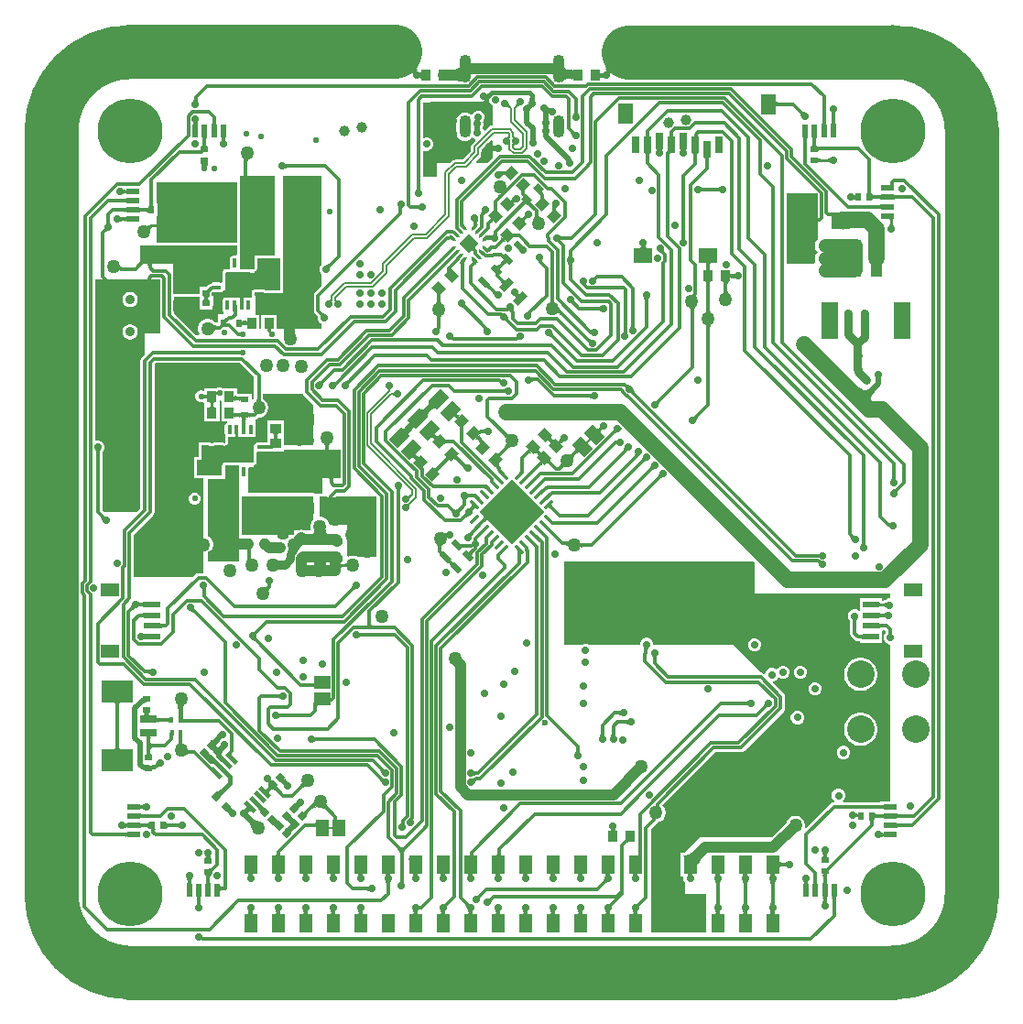
<source format=gbr>
%TF.GenerationSoftware,Altium Limited,Altium Designer,23.8.1 (32)*%
G04 Layer_Physical_Order=4*
G04 Layer_Color=16711680*
%FSLAX26Y26*%
%MOIN*%
%TF.SameCoordinates,450A8218-6955-4517-B2CD-A7B35661065B*%
%TF.FilePolarity,Positive*%
%TF.FileFunction,Copper,L4,Bot,Signal*%
%TF.Part,Single*%
G01*
G75*
%TA.AperFunction,Conductor*%
%ADD10C,0.196850*%
%TA.AperFunction,SMDPad,CuDef*%
%ADD11C,0.050000*%
%ADD17R,0.023622X0.027559*%
%ADD18R,0.037402X0.039370*%
G04:AMPARAMS|DCode=19|XSize=39.37mil|YSize=37.402mil|CornerRadius=0mil|HoleSize=0mil|Usage=FLASHONLY|Rotation=225.000|XOffset=0mil|YOffset=0mil|HoleType=Round|Shape=Rectangle|*
%AMROTATEDRECTD19*
4,1,4,0.000696,0.027143,0.027143,0.000696,-0.000696,-0.027143,-0.027143,-0.000696,0.000696,0.027143,0.0*
%
%ADD19ROTATEDRECTD19*%

G04:AMPARAMS|DCode=20|XSize=39.37mil|YSize=37.402mil|CornerRadius=0mil|HoleSize=0mil|Usage=FLASHONLY|Rotation=135.000|XOffset=0mil|YOffset=0mil|HoleType=Round|Shape=Rectangle|*
%AMROTATEDRECTD20*
4,1,4,0.027143,-0.000696,0.000696,-0.027143,-0.027143,0.000696,-0.000696,0.027143,0.027143,-0.000696,0.0*
%
%ADD20ROTATEDRECTD20*%

%ADD21R,0.039370X0.037402*%
%ADD22R,0.027559X0.023622*%
G04:AMPARAMS|DCode=23|XSize=27.559mil|YSize=23.622mil|CornerRadius=0mil|HoleSize=0mil|Usage=FLASHONLY|Rotation=135.000|XOffset=0mil|YOffset=0mil|HoleType=Round|Shape=Rectangle|*
%AMROTATEDRECTD23*
4,1,4,0.018095,-0.001392,0.001392,-0.018095,-0.018095,0.001392,-0.001392,0.018095,0.018095,-0.001392,0.0*
%
%ADD23ROTATEDRECTD23*%

G04:AMPARAMS|DCode=35|XSize=11.811mil|YSize=45.276mil|CornerRadius=0mil|HoleSize=0mil|Usage=FLASHONLY|Rotation=315.000|XOffset=0mil|YOffset=0mil|HoleType=Round|Shape=Round|*
%AMOVALD35*
21,1,0.033465,0.011811,0.000000,0.000000,45.0*
1,1,0.011811,-0.011832,-0.011832*
1,1,0.011811,0.011832,0.011832*
%
%ADD35OVALD35*%

G04:AMPARAMS|DCode=36|XSize=11.811mil|YSize=45.276mil|CornerRadius=0mil|HoleSize=0mil|Usage=FLASHONLY|Rotation=45.000|XOffset=0mil|YOffset=0mil|HoleType=Round|Shape=Round|*
%AMOVALD36*
21,1,0.033465,0.011811,0.000000,0.000000,135.0*
1,1,0.011811,0.011832,-0.011832*
1,1,0.011811,-0.011832,0.011832*
%
%ADD36OVALD36*%

%ADD37R,0.046000X0.063000*%
%ADD45R,0.063000X0.046000*%
G04:AMPARAMS|DCode=51|XSize=23.622mil|YSize=31.496mil|CornerRadius=0mil|HoleSize=0mil|Usage=FLASHONLY|Rotation=45.000|XOffset=0mil|YOffset=0mil|HoleType=Round|Shape=Rectangle|*
%AMROTATEDRECTD51*
4,1,4,0.002784,-0.019487,-0.019487,0.002784,-0.002784,0.019487,0.019487,-0.002784,0.002784,-0.019487,0.0*
%
%ADD51ROTATEDRECTD51*%

G04:AMPARAMS|DCode=53|XSize=46mil|YSize=63mil|CornerRadius=0mil|HoleSize=0mil|Usage=FLASHONLY|Rotation=315.000|XOffset=0mil|YOffset=0mil|HoleType=Round|Shape=Rectangle|*
%AMROTATEDRECTD53*
4,1,4,-0.038537,-0.006010,0.006010,0.038537,0.038537,0.006010,-0.006010,-0.038537,-0.038537,-0.006010,0.0*
%
%ADD53ROTATEDRECTD53*%

%ADD56R,0.039370X0.023000*%
%ADD58R,0.023000X0.039370*%
%ADD59R,0.049210X0.019690*%
%ADD60R,0.019690X0.049210*%
G04:AMPARAMS|DCode=63|XSize=39.37mil|YSize=23mil|CornerRadius=0mil|HoleSize=0mil|Usage=FLASHONLY|Rotation=135.000|XOffset=0mil|YOffset=0mil|HoleType=Round|Shape=Rectangle|*
%AMROTATEDRECTD63*
4,1,4,0.022051,-0.005788,0.005788,-0.022051,-0.022051,0.005788,-0.005788,0.022051,0.022051,-0.005788,0.0*
%
%ADD63ROTATEDRECTD63*%

%ADD65R,0.025000X0.008000*%
%ADD70R,0.043307X0.064961*%
%ADD71R,0.057087X0.037402*%
%ADD72R,0.057087X0.039370*%
%ADD73R,0.050000X0.066142*%
%ADD77R,0.023622X0.031496*%
%ADD78R,0.039370X0.057087*%
%ADD79R,0.037402X0.057087*%
%TA.AperFunction,Conductor*%
%ADD80C,0.013798*%
%ADD81C,0.011916*%
%ADD82C,0.011916*%
%ADD83C,0.060000*%
%ADD84C,0.020000*%
%ADD85C,0.039370*%
%ADD86C,0.030000*%
%ADD87C,0.059055*%
%ADD88C,0.012000*%
%ADD89C,0.019685*%
%ADD90C,0.050000*%
%ADD91C,0.007054*%
%ADD92C,0.040000*%
%ADD93C,0.010000*%
%ADD95C,0.016000*%
%TA.AperFunction,ComponentPad*%
G04:AMPARAMS|DCode=96|XSize=43.307mil|YSize=102.362mil|CornerRadius=21.654mil|HoleSize=0mil|Usage=FLASHONLY|Rotation=180.000|XOffset=0mil|YOffset=0mil|HoleType=Round|Shape=RoundedRectangle|*
%AMROUNDEDRECTD96*
21,1,0.043307,0.059055,0,0,180.0*
21,1,0.000000,0.102362,0,0,180.0*
1,1,0.043307,0.000000,0.029528*
1,1,0.043307,0.000000,0.029528*
1,1,0.043307,0.000000,-0.029528*
1,1,0.043307,0.000000,-0.029528*
%
%ADD96ROUNDEDRECTD96*%
G04:AMPARAMS|DCode=97|XSize=43.307mil|YSize=82.677mil|CornerRadius=21.654mil|HoleSize=0mil|Usage=FLASHONLY|Rotation=180.000|XOffset=0mil|YOffset=0mil|HoleType=Round|Shape=RoundedRectangle|*
%AMROUNDEDRECTD97*
21,1,0.043307,0.039370,0,0,180.0*
21,1,0.000000,0.082677,0,0,180.0*
1,1,0.043307,0.000000,0.019685*
1,1,0.043307,0.000000,0.019685*
1,1,0.043307,0.000000,-0.019685*
1,1,0.043307,0.000000,-0.019685*
%
%ADD97ROUNDEDRECTD97*%
%TA.AperFunction,ViaPad*%
%ADD98C,0.236220*%
%TA.AperFunction,ComponentPad*%
%ADD99C,0.035430*%
%ADD100C,0.039370*%
%ADD101C,0.100000*%
%TA.AperFunction,ViaPad*%
%ADD102C,0.028000*%
%ADD103C,0.050000*%
%ADD104C,0.023622*%
%ADD105C,0.039370*%
%ADD106C,0.022000*%
%ADD107C,0.024803*%
%TA.AperFunction,Conductor*%
%ADD110C,0.026000*%
%TA.AperFunction,SMDPad,CuDef*%
%ADD111R,0.027560X0.059060*%
%ADD112R,0.070870X0.055120*%
%ADD113R,0.055120X0.074800*%
%ADD114R,0.015748X0.019685*%
G04:AMPARAMS|DCode=115|XSize=51.18mil|YSize=15.75mil|CornerRadius=0mil|HoleSize=0mil|Usage=FLASHONLY|Rotation=135.000|XOffset=0mil|YOffset=0mil|HoleType=Round|Shape=Rectangle|*
%AMROTATEDRECTD115*
4,1,4,0.023663,-0.012526,0.012526,-0.023663,-0.023663,0.012526,-0.012526,0.023663,0.023663,-0.012526,0.0*
%
%ADD115ROTATEDRECTD115*%

G04:AMPARAMS|DCode=116|XSize=27.559mil|YSize=23.622mil|CornerRadius=0mil|HoleSize=0mil|Usage=FLASHONLY|Rotation=45.000|XOffset=0mil|YOffset=0mil|HoleType=Round|Shape=Rectangle|*
%AMROTATEDRECTD116*
4,1,4,-0.001392,-0.018095,-0.018095,-0.001392,0.001392,0.018095,0.018095,0.001392,-0.001392,-0.018095,0.0*
%
%ADD116ROTATEDRECTD116*%

%ADD117R,0.118110X0.082677*%
G04:AMPARAMS|DCode=118|XSize=25.591mil|YSize=27.559mil|CornerRadius=0mil|HoleSize=0mil|Usage=FLASHONLY|Rotation=135.000|XOffset=0mil|YOffset=0mil|HoleType=Round|Shape=Rectangle|*
%AMROTATEDRECTD118*
4,1,4,0.018791,0.000696,-0.000696,-0.018791,-0.018791,-0.000696,0.000696,0.018791,0.018791,0.000696,0.0*
%
%ADD118ROTATEDRECTD118*%

%ADD119R,0.062992X0.031496*%
%ADD120R,0.070866X0.047244*%
%ADD121R,0.061024X0.023622*%
%ADD122R,0.059055X0.133858*%
%ADD123R,0.039370X0.137795*%
%ADD124R,0.064961X0.043307*%
%ADD125P,0.233846X4X90.0*%
%ADD126C,0.019685*%
%ADD127R,0.085000X0.085000*%
G04:AMPARAMS|DCode=128|XSize=15mil|YSize=33.465mil|CornerRadius=3.75mil|HoleSize=0mil|Usage=FLASHONLY|Rotation=90.000|XOffset=0mil|YOffset=0mil|HoleType=Round|Shape=RoundedRectangle|*
%AMROUNDEDRECTD128*
21,1,0.015000,0.025965,0,0,90.0*
21,1,0.007500,0.033465,0,0,90.0*
1,1,0.007500,0.012982,0.003750*
1,1,0.007500,0.012982,-0.003750*
1,1,0.007500,-0.012982,-0.003750*
1,1,0.007500,-0.012982,0.003750*
%
%ADD128ROUNDEDRECTD128*%
G04:AMPARAMS|DCode=129|XSize=15mil|YSize=33.465mil|CornerRadius=3.75mil|HoleSize=0mil|Usage=FLASHONLY|Rotation=0.000|XOffset=0mil|YOffset=0mil|HoleType=Round|Shape=RoundedRectangle|*
%AMROUNDEDRECTD129*
21,1,0.015000,0.025965,0,0,0.0*
21,1,0.007500,0.033465,0,0,0.0*
1,1,0.007500,0.003750,-0.012982*
1,1,0.007500,-0.003750,-0.012982*
1,1,0.007500,-0.003750,0.012982*
1,1,0.007500,0.003750,0.012982*
%
%ADD129ROUNDEDRECTD129*%
%ADD130R,0.086614X0.043307*%
%ADD131R,0.035433X0.031496*%
%ADD132R,0.031496X0.023622*%
G04:AMPARAMS|DCode=133|XSize=31.496mil|YSize=11.811mil|CornerRadius=5.906mil|HoleSize=0mil|Usage=FLASHONLY|Rotation=135.000|XOffset=0mil|YOffset=0mil|HoleType=Round|Shape=RoundedRectangle|*
%AMROUNDEDRECTD133*
21,1,0.031496,0.000000,0,0,135.0*
21,1,0.019685,0.011811,0,0,135.0*
1,1,0.011811,-0.006960,0.006960*
1,1,0.011811,0.006960,-0.006960*
1,1,0.011811,0.006960,-0.006960*
1,1,0.011811,-0.006960,0.006960*
%
%ADD133ROUNDEDRECTD133*%
%ADD134P,0.066813X4X180.0*%
G04:AMPARAMS|DCode=135|XSize=11.811mil|YSize=31.496mil|CornerRadius=5.906mil|HoleSize=0mil|Usage=FLASHONLY|Rotation=135.000|XOffset=0mil|YOffset=0mil|HoleType=Round|Shape=RoundedRectangle|*
%AMROUNDEDRECTD135*
21,1,0.011811,0.019685,0,0,135.0*
21,1,0.000000,0.031496,0,0,135.0*
1,1,0.011811,0.006960,0.006960*
1,1,0.011811,0.006960,0.006960*
1,1,0.011811,-0.006960,-0.006960*
1,1,0.011811,-0.006960,-0.006960*
%
%ADD135ROUNDEDRECTD135*%
G04:AMPARAMS|DCode=136|XSize=23.622mil|YSize=49.213mil|CornerRadius=0mil|HoleSize=0mil|Usage=FLASHONLY|Rotation=135.000|XOffset=0mil|YOffset=0mil|HoleType=Round|Shape=Rectangle|*
%AMROTATEDRECTD136*
4,1,4,0.025751,0.009048,-0.009048,-0.025751,-0.025751,-0.009048,0.009048,0.025751,0.025751,0.009048,0.0*
%
%ADD136ROTATEDRECTD136*%

G04:AMPARAMS|DCode=137|XSize=46mil|YSize=63mil|CornerRadius=0mil|HoleSize=0mil|Usage=FLASHONLY|Rotation=225.000|XOffset=0mil|YOffset=0mil|HoleType=Round|Shape=Rectangle|*
%AMROTATEDRECTD137*
4,1,4,-0.006010,0.038537,0.038537,-0.006010,0.006010,-0.038537,-0.038537,0.006010,-0.006010,0.038537,0.0*
%
%ADD137ROTATEDRECTD137*%

G04:AMPARAMS|DCode=138|XSize=25mil|YSize=8mil|CornerRadius=0mil|HoleSize=0mil|Usage=FLASHONLY|Rotation=45.000|XOffset=0mil|YOffset=0mil|HoleType=Round|Shape=Rectangle|*
%AMROTATEDRECTD138*
4,1,4,-0.006010,-0.011667,-0.011667,-0.006010,0.006010,0.011667,0.011667,0.006010,-0.006010,-0.011667,0.0*
%
%ADD138ROTATEDRECTD138*%

%TA.AperFunction,Conductor*%
%ADD139C,0.013790*%
%ADD140C,0.017716*%
%ADD141C,0.013780*%
G36*
X350022Y1609112D02*
X350865Y1609934D01*
X355889Y1606252D01*
X368079Y1600308D01*
X366332Y1599954D01*
X364574Y1599441D01*
X362804Y1598770D01*
X361022Y1597940D01*
X359228Y1596952D01*
X357688Y1595975D01*
X357610Y1595737D01*
X357561Y1595308D01*
X357626Y1594948D01*
X356903Y1595433D01*
X355605Y1594502D01*
X351935Y1591418D01*
X350082Y1589638D01*
X339652Y1598721D01*
X340895Y1600080D01*
X341922Y1601451D01*
X342731Y1602834D01*
X343323Y1604231D01*
X343698Y1605639D01*
X343855Y1607061D01*
X343796Y1608494D01*
X343519Y1609940D01*
X343025Y1611399D01*
X342313Y1612870D01*
X350022Y1609112D01*
D02*
G37*
G36*
X321549Y1602487D02*
X321966Y1601315D01*
X322662Y1600280D01*
X323636Y1599383D01*
X324889Y1598624D01*
X326420Y1598003D01*
X328229Y1597520D01*
X329269Y1597348D01*
X329357Y1597363D01*
X330464Y1597624D01*
X331474Y1597944D01*
X332385Y1598321D01*
X333199Y1598756D01*
X333914Y1599249D01*
X334532Y1599800D01*
Y1596920D01*
X335328Y1596899D01*
Y1583101D01*
X334532Y1583080D01*
Y1580200D01*
X333914Y1580751D01*
X333199Y1581244D01*
X332385Y1581679D01*
X331474Y1582056D01*
X330464Y1582376D01*
X329357Y1582637D01*
X329269Y1582652D01*
X328229Y1582480D01*
X326420Y1581997D01*
X324889Y1581376D01*
X323636Y1580617D01*
X322662Y1579720D01*
X321966Y1578685D01*
X321549Y1577513D01*
X321409Y1576202D01*
Y1603798D01*
X321549Y1602487D01*
D02*
G37*
G36*
X-343692Y1610433D02*
X-344193Y1609127D01*
X-344483Y1607821D01*
X-344562Y1606518D01*
X-344429Y1605215D01*
X-344085Y1603914D01*
X-343529Y1602614D01*
X-342762Y1601315D01*
X-341784Y1600017D01*
X-340594Y1598721D01*
X-342605Y1596932D01*
X-341231Y1596968D01*
X-338865Y1597175D01*
X-336777Y1597520D01*
X-335474Y1597868D01*
Y1599800D01*
X-334857Y1599249D01*
X-334141Y1598756D01*
X-333697Y1598518D01*
X-333437Y1598624D01*
X-332184Y1599383D01*
X-331209Y1600280D01*
X-330514Y1601315D01*
X-330096Y1602487D01*
X-329957Y1603798D01*
Y1597306D01*
X-329094Y1597160D01*
X-327791Y1597015D01*
X-324890Y1596899D01*
Y1583101D01*
X-326389Y1583072D01*
X-329094Y1582840D01*
X-329957Y1582694D01*
Y1576202D01*
X-330096Y1577513D01*
X-330514Y1578685D01*
X-331209Y1579720D01*
X-332184Y1580617D01*
X-333437Y1581376D01*
X-333697Y1581482D01*
X-334141Y1581244D01*
X-334857Y1580751D01*
X-335474Y1580200D01*
Y1582132D01*
X-336777Y1582480D01*
X-338865Y1582825D01*
X-341231Y1583032D01*
X-343875Y1583101D01*
Y1595802D01*
X-350920Y1589534D01*
X-352809Y1591358D01*
X-356478Y1594509D01*
X-358259Y1595837D01*
X-360003Y1596998D01*
X-361711Y1597995D01*
X-363383Y1598825D01*
X-365019Y1599490D01*
X-366618Y1599990D01*
X-368182Y1600323D01*
X-342979Y1611741D01*
X-343692Y1610433D01*
D02*
G37*
G36*
X191487Y1621835D02*
X192007Y1619285D01*
X193239Y1617035D01*
X195183Y1615085D01*
X197839Y1613435D01*
X201207Y1612085D01*
X205287Y1611035D01*
X210079Y1610285D01*
X215583Y1609835D01*
X221798Y1609685D01*
X221376Y1590287D01*
Y1570435D01*
X221076Y1572193D01*
X220176Y1573765D01*
X218676Y1575153D01*
X216576Y1576355D01*
X213876Y1577373D01*
X210576Y1578205D01*
X208697Y1578517D01*
X208220Y1578439D01*
X204076Y1577469D01*
X200014Y1576223D01*
X196035Y1574699D01*
X192137Y1572899D01*
X188322Y1570822D01*
X184589Y1568467D01*
X180938Y1565836D01*
X191678Y1624685D01*
X191487Y1621835D01*
D02*
G37*
G36*
X-180938Y1565836D02*
X-182436Y1566687D01*
X-184592Y1567449D01*
X-187409Y1568120D01*
X-190885Y1568703D01*
X-199816Y1569598D01*
X-211386Y1570136D01*
X-225595Y1570315D01*
X-231168Y1609685D01*
X-223066Y1609882D01*
X-215887Y1610473D01*
X-209631Y1611457D01*
X-204297Y1612835D01*
X-199887Y1614606D01*
X-196399Y1616772D01*
X-193835Y1619331D01*
X-192193Y1622284D01*
X-191474Y1625630D01*
X-191678Y1629370D01*
X-180938Y1565836D01*
D02*
G37*
G36*
X83843Y1506701D02*
X84294Y1500267D01*
X84436Y1499713D01*
X84596Y1499306D01*
X84775Y1499048D01*
X65175D01*
X65354Y1499306D01*
X65514Y1499713D01*
X65655Y1500267D01*
X65778Y1500970D01*
X65966Y1502818D01*
X66079Y1505259D01*
X66117Y1508291D01*
X83833D01*
X83843Y1506701D01*
D02*
G37*
G36*
X-1144042Y1506406D02*
X-1144006Y1504983D01*
X-1143900Y1503625D01*
X-1143722Y1502334D01*
X-1143474Y1501108D01*
X-1143154Y1499949D01*
X-1142764Y1498855D01*
X-1142302Y1497828D01*
X-1141770Y1496866D01*
X-1141166Y1495970D01*
X-1140491Y1495141D01*
X-1160047Y1496459D01*
X-1159270Y1497197D01*
X-1158575Y1498012D01*
X-1157961Y1498904D01*
X-1157430Y1499873D01*
X-1156980Y1500918D01*
X-1156612Y1502040D01*
X-1156326Y1503239D01*
X-1156122Y1504514D01*
X-1155999Y1505866D01*
X-1155958Y1507295D01*
X-1144042Y1506406D01*
D02*
G37*
G36*
X75110Y1476657D02*
X74174Y1475711D01*
X74835Y1475051D01*
X74525Y1474994D01*
X74125Y1474820D01*
X73633Y1474528D01*
X73049Y1474118D01*
X72086Y1473332D01*
X69762Y1470657D01*
X69470Y1470165D01*
X69296Y1469765D01*
X69240Y1469455D01*
X68585Y1470110D01*
X67633Y1469180D01*
X55105Y1481708D01*
X56041Y1482654D01*
X55380Y1483315D01*
X55690Y1483371D01*
X56090Y1483545D01*
X56582Y1483837D01*
X57166Y1484247D01*
X58129Y1485033D01*
X60453Y1487708D01*
X60745Y1488200D01*
X60919Y1488600D01*
X60975Y1488910D01*
X61630Y1488256D01*
X62582Y1489185D01*
X75110Y1476657D01*
D02*
G37*
G36*
X32036Y1479158D02*
X30276Y1478959D01*
X27063Y1478377D01*
X25610Y1477993D01*
X24261Y1477547D01*
X23014Y1477040D01*
X21869Y1476471D01*
X20828Y1475841D01*
X19889Y1475149D01*
X19053Y1474395D01*
X13535Y1478853D01*
X14332Y1479744D01*
X15026Y1480719D01*
X15616Y1481778D01*
X16102Y1482920D01*
X16484Y1484146D01*
X16762Y1485455D01*
X16935Y1486848D01*
X17005Y1488324D01*
X16971Y1489884D01*
X16833Y1491528D01*
X32036Y1479158D01*
D02*
G37*
G36*
X962280Y1496957D02*
X962641Y1495944D01*
X963243Y1495050D01*
X964086Y1494276D01*
X965169Y1493620D01*
X966493Y1493084D01*
X968058Y1492667D01*
X969863Y1492369D01*
X971909Y1492190D01*
X974196Y1492131D01*
Y1480215D01*
X971909Y1480155D01*
X969863Y1479976D01*
X968058Y1479679D01*
X966493Y1479262D01*
X965169Y1478725D01*
X964086Y1478070D01*
X963243Y1477295D01*
X962641Y1476402D01*
X962280Y1475389D01*
X962160Y1474257D01*
Y1498089D01*
X962280Y1496957D01*
D02*
G37*
G36*
X-10123Y1488581D02*
X-9541Y1485368D01*
X-9157Y1483916D01*
X-8712Y1482566D01*
X-8204Y1481319D01*
X-7636Y1480175D01*
X-7005Y1479133D01*
X-6313Y1478195D01*
X-5559Y1477359D01*
X-10017Y1471840D01*
X-10908Y1472638D01*
X-11884Y1473332D01*
X-12942Y1473922D01*
X-14085Y1474408D01*
X-15310Y1474789D01*
X-16619Y1475067D01*
X-18012Y1475241D01*
X-19489Y1475311D01*
X-21049Y1475276D01*
X-22692Y1475138D01*
X-10322Y1490342D01*
X-10123Y1488581D01*
D02*
G37*
G36*
X1180250Y1458033D02*
X1179597Y1457174D01*
X1179021Y1456244D01*
X1178521Y1455243D01*
X1178099Y1454171D01*
X1177753Y1453029D01*
X1177484Y1451815D01*
X1177292Y1450531D01*
X1177177Y1449177D01*
X1177138Y1447751D01*
X1165222D01*
X1165184Y1449177D01*
X1165068Y1450531D01*
X1164876Y1451815D01*
X1164607Y1453029D01*
X1164262Y1454171D01*
X1163839Y1455243D01*
X1163340Y1456244D01*
X1162763Y1457174D01*
X1162110Y1458033D01*
X1161380Y1458822D01*
X1180980D01*
X1180250Y1458033D01*
D02*
G37*
G36*
X241402Y1458315D02*
X241435Y1456892D01*
X241700Y1454236D01*
X241931Y1453004D01*
X242230Y1451834D01*
X242594Y1450729D01*
X243024Y1449686D01*
X243521Y1448707D01*
X244084Y1447792D01*
X244713Y1446939D01*
X225245Y1449214D01*
X226051Y1449911D01*
X226772Y1450690D01*
X227408Y1451551D01*
X227959Y1452493D01*
X228426Y1453517D01*
X228807Y1454622D01*
X229104Y1455809D01*
X229316Y1457077D01*
X229443Y1458427D01*
X229486Y1459858D01*
X241402Y1458315D01*
D02*
G37*
G36*
X1057137Y1460630D02*
X1058176Y1459754D01*
X1059220Y1458981D01*
X1060268Y1458314D01*
X1061321Y1457750D01*
X1062377Y1457291D01*
X1063438Y1456937D01*
X1064503Y1456687D01*
X1065573Y1456541D01*
X1066647Y1456499D01*
X1052787Y1442640D01*
X1052746Y1443714D01*
X1052600Y1444783D01*
X1052350Y1445849D01*
X1051995Y1446909D01*
X1051536Y1447966D01*
X1050973Y1449018D01*
X1050305Y1450066D01*
X1049533Y1451110D01*
X1048657Y1452150D01*
X1047676Y1453185D01*
X1056101Y1461611D01*
X1057137Y1460630D01*
D02*
G37*
G36*
X-118277Y1433799D02*
X-118253Y1432292D01*
X-118060Y1429570D01*
X-117891Y1428354D01*
X-117674Y1427235D01*
X-117523Y1426655D01*
X-114713Y1426168D01*
X-115390Y1425689D01*
X-115996Y1425104D01*
X-116531Y1424411D01*
X-116619Y1424259D01*
X-116323Y1423732D01*
X-115865Y1423099D01*
X-117122Y1423317D01*
X-117386Y1422707D01*
X-117707Y1421694D01*
X-117956Y1420574D01*
X-118134Y1419348D01*
X-118241Y1418016D01*
X-118277Y1416576D01*
X-130277Y1418579D01*
X-130301Y1420086D01*
X-130494Y1422809D01*
X-130662Y1424024D01*
X-130880Y1425142D01*
X-131030Y1425723D01*
X-133840Y1426210D01*
X-133163Y1426688D01*
X-132558Y1427274D01*
X-132023Y1427966D01*
X-131934Y1428119D01*
X-132230Y1428646D01*
X-132688Y1429278D01*
X-131432Y1429061D01*
X-131168Y1429672D01*
X-130847Y1430684D01*
X-130597Y1431803D01*
X-130419Y1433030D01*
X-130312Y1434362D01*
X-130277Y1435802D01*
X-118277Y1433799D01*
D02*
G37*
G36*
X1177176Y1422107D02*
X1177477Y1418294D01*
X1177741Y1416745D01*
X1178080Y1415434D01*
X1178494Y1414362D01*
X1178984Y1413527D01*
X1179549Y1412932D01*
X1180189Y1412574D01*
X1180905Y1412455D01*
X1161455D01*
X1162171Y1412574D01*
X1162811Y1412932D01*
X1163376Y1413527D01*
X1163866Y1414362D01*
X1164280Y1415434D01*
X1164619Y1416745D01*
X1164883Y1418294D01*
X1165071Y1420081D01*
X1165222Y1424371D01*
X1177138D01*
X1177176Y1422107D01*
D02*
G37*
G36*
X1143716D02*
X1144017Y1418294D01*
X1144281Y1416745D01*
X1144620Y1415434D01*
X1145034Y1414362D01*
X1145524Y1413527D01*
X1146089Y1412932D01*
X1146729Y1412574D01*
X1147445Y1412455D01*
X1127995D01*
X1128711Y1412574D01*
X1129351Y1412932D01*
X1129916Y1413527D01*
X1130406Y1414362D01*
X1130820Y1415434D01*
X1131159Y1416745D01*
X1131423Y1418294D01*
X1131611Y1420081D01*
X1131762Y1424371D01*
X1143678D01*
X1143716Y1422107D01*
D02*
G37*
G36*
X-1076284D02*
X-1075983Y1418294D01*
X-1075719Y1416745D01*
X-1075380Y1415434D01*
X-1074966Y1414362D01*
X-1074476Y1413527D01*
X-1073911Y1412932D01*
X-1073271Y1412574D01*
X-1072555Y1412455D01*
X-1092005D01*
X-1091289Y1412574D01*
X-1090649Y1412932D01*
X-1090084Y1413527D01*
X-1089594Y1414362D01*
X-1089180Y1415434D01*
X-1088841Y1416745D01*
X-1088577Y1418294D01*
X-1088389Y1420081D01*
X-1088238Y1424371D01*
X-1076322D01*
X-1076284Y1422107D01*
D02*
G37*
G36*
X-1144253Y1423632D02*
X-1144112Y1421577D01*
X-1141380D01*
X-1141931Y1420959D01*
X-1142424Y1420244D01*
X-1142859Y1419430D01*
X-1143236Y1418519D01*
X-1143556Y1417509D01*
X-1143724Y1416796D01*
X-1143574Y1415905D01*
X-1143264Y1414663D01*
X-1142896Y1413697D01*
X-1142472Y1413007D01*
X-1141992Y1412593D01*
X-1141455Y1412455D01*
X-1144222D01*
X-1144281Y1410993D01*
X-1158079D01*
X-1158108Y1412455D01*
X-1160905D01*
X-1160368Y1412593D01*
X-1159888Y1413007D01*
X-1159464Y1413697D01*
X-1159097Y1414663D01*
X-1158786Y1415905D01*
X-1158636Y1416796D01*
X-1158804Y1417509D01*
X-1159123Y1418519D01*
X-1159501Y1419430D01*
X-1159936Y1420244D01*
X-1160429Y1420959D01*
X-1160980Y1421577D01*
X-1158213D01*
X-1158107Y1423632D01*
X-1158079Y1426253D01*
X-1144281D01*
X-1144253Y1423632D01*
D02*
G37*
G36*
X-75355Y1512034D02*
X-86996Y1506166D01*
X-83977Y1493642D01*
X-87147Y1493098D01*
X-81567D01*
X-79401Y1487870D01*
X-72650Y1481118D01*
X-69190Y1479685D01*
Y1424409D01*
Y1407248D01*
X-72065D01*
X-77343Y1406198D01*
X-81817Y1403208D01*
X-96039Y1388986D01*
X-101937Y1390159D01*
X-103669Y1394341D01*
X-104948Y1395620D01*
Y1403901D01*
X-102664Y1409415D01*
Y1418963D01*
X-103985Y1422153D01*
X-101544Y1424594D01*
X-97890Y1433415D01*
Y1442963D01*
X-101544Y1451784D01*
X-108295Y1458535D01*
X-117116Y1462189D01*
X-126664D01*
X-135485Y1458535D01*
X-142236Y1451784D01*
X-143745Y1448140D01*
X-149616Y1447032D01*
X-154115Y1450484D01*
X-161815Y1453673D01*
X-170079Y1454761D01*
X-178342Y1453673D01*
X-186042Y1450484D01*
X-192654Y1445410D01*
X-197728Y1438798D01*
X-200917Y1431098D01*
X-202005Y1422835D01*
Y1383465D01*
X-200917Y1375201D01*
X-197728Y1367501D01*
X-192654Y1360889D01*
X-186042Y1355815D01*
X-178342Y1352626D01*
X-170079Y1351538D01*
X-161815Y1352626D01*
X-154115Y1355815D01*
X-147503Y1360889D01*
X-145729Y1363202D01*
X-140739Y1363529D01*
X-137611Y1360400D01*
X-133429Y1358668D01*
X-132255Y1352770D01*
X-143759Y1341266D01*
X-146749Y1336792D01*
X-147799Y1331514D01*
Y1316122D01*
X-178186Y1285735D01*
X-206675D01*
X-211953Y1284685D01*
X-216427Y1281695D01*
X-226180Y1271943D01*
X-273742D01*
Y1220472D01*
X-323729D01*
Y1314297D01*
X-318729Y1317638D01*
X-314774Y1316000D01*
X-305226D01*
X-296405Y1319654D01*
X-289654Y1326405D01*
X-286000Y1335226D01*
Y1344774D01*
X-289654Y1353595D01*
X-296405Y1360346D01*
X-305226Y1364000D01*
X-314774D01*
X-318729Y1362362D01*
X-323729Y1365703D01*
Y1492369D01*
X-295276D01*
X-294546Y1493098D01*
X-101767D01*
X-102019Y1496892D01*
X-102163Y1497658D01*
X-102332Y1498259D01*
X-102528Y1498697D01*
X-102750Y1498970D01*
X-102998Y1499079D01*
X-90619Y1507941D01*
X-91105Y1522332D01*
X-84709Y1527735D01*
X-75355Y1512034D01*
D02*
G37*
G36*
X224169Y1388130D02*
X225209Y1387254D01*
X226253Y1386481D01*
X227301Y1385814D01*
X228353Y1385250D01*
X229410Y1384791D01*
X230471Y1384437D01*
X231536Y1384187D01*
X232605Y1384041D01*
X233679Y1383999D01*
X219820Y1370140D01*
X219779Y1371214D01*
X219633Y1372283D01*
X219382Y1373349D01*
X219028Y1374409D01*
X218569Y1375466D01*
X218006Y1376518D01*
X217338Y1377566D01*
X216566Y1378610D01*
X215689Y1379650D01*
X214708Y1380685D01*
X223134Y1389111D01*
X224169Y1388130D01*
D02*
G37*
G36*
X678308Y1374205D02*
X678684Y1369637D01*
X678910Y1368520D01*
X679186Y1367607D01*
X679511Y1366896D01*
X679888Y1366389D01*
X680314Y1366084D01*
X680790Y1365983D01*
X662174Y1365863D01*
X662971Y1365970D01*
X663684Y1366282D01*
X664313Y1366799D01*
X664858Y1367519D01*
X665319Y1368444D01*
X665696Y1369573D01*
X665990Y1370907D01*
X666199Y1372445D01*
X666325Y1374187D01*
X666367Y1376133D01*
X678283D01*
X678308Y1374205D01*
D02*
G37*
G36*
X587362Y1375612D02*
X587541Y1373566D01*
X587839Y1371760D01*
X588256Y1370196D01*
X588792Y1368872D01*
X589448Y1367789D01*
X590222Y1366946D01*
X591116Y1366344D01*
X592129Y1365983D01*
X593261Y1365863D01*
X569429D01*
X570561Y1365983D01*
X571574Y1366344D01*
X572467Y1366946D01*
X573242Y1367789D01*
X573897Y1368872D01*
X574433Y1370196D01*
X574851Y1371760D01*
X575148Y1373566D01*
X575327Y1375612D01*
X575387Y1377899D01*
X587303D01*
X587362Y1375612D01*
D02*
G37*
G36*
X501694Y1375635D02*
X501872Y1373609D01*
X502168Y1371822D01*
X502583Y1370273D01*
X503116Y1368962D01*
X503768Y1367889D01*
X504538Y1367055D01*
X505427Y1366459D01*
X506434Y1366102D01*
X507560Y1365983D01*
X483761Y1365863D01*
X484893Y1365989D01*
X485906Y1366354D01*
X486799Y1366959D01*
X487574Y1367803D01*
X488229Y1368887D01*
X488765Y1370210D01*
X489183Y1371773D01*
X489481Y1373575D01*
X489659Y1375617D01*
X489719Y1377899D01*
X501635D01*
X501694Y1375635D01*
D02*
G37*
G36*
X9050Y1369038D02*
X11638Y1366738D01*
X11978Y1366504D01*
X12259Y1366347D01*
X12481Y1366264D01*
X12644Y1366258D01*
X5145Y1361668D01*
X5234Y1361824D01*
X5263Y1362014D01*
X5234Y1362238D01*
X5144Y1362495D01*
X4996Y1362785D01*
X4789Y1363108D01*
X4522Y1363465D01*
X4196Y1363856D01*
X3366Y1364737D01*
X8355Y1369725D01*
X9050Y1369038D01*
D02*
G37*
G36*
X-4700Y1365772D02*
X-5220Y1365223D01*
X-5659Y1364698D01*
X-6016Y1364196D01*
X-6291Y1363719D01*
X-6484Y1363265D01*
X-6596Y1362836D01*
X-6625Y1362431D01*
X-6573Y1362049D01*
X-6439Y1361692D01*
X-6224Y1361358D01*
X-15868Y1366565D01*
X-15480Y1366577D01*
X-15040Y1366679D01*
X-14549Y1366872D01*
X-14008Y1367156D01*
X-13415Y1367530D01*
X-12771Y1367995D01*
X-11332Y1369196D01*
X-9688Y1370761D01*
X-4700Y1365772D01*
D02*
G37*
G36*
X1111267Y1363366D02*
X1110607Y1363008D01*
X1110024Y1362413D01*
X1109520Y1361578D01*
X1109092Y1360506D01*
X1108743Y1359195D01*
X1108471Y1357646D01*
X1108277Y1355859D01*
X1108122Y1351569D01*
X1096206D01*
X1096169Y1353833D01*
X1095877Y1357646D01*
X1095622Y1359195D01*
X1095293Y1360506D01*
X1094891Y1361578D01*
X1094417Y1362413D01*
X1093869Y1363008D01*
X1093249Y1363366D01*
X1092555Y1363485D01*
X1112005D01*
X1111267Y1363366D01*
D02*
G37*
G36*
X1077829D02*
X1077189Y1363008D01*
X1076624Y1362413D01*
X1076134Y1361578D01*
X1075720Y1360506D01*
X1075381Y1359195D01*
X1075117Y1357646D01*
X1074929Y1355859D01*
X1074778Y1351569D01*
X1062862D01*
X1062824Y1353833D01*
X1062523Y1357646D01*
X1062259Y1359195D01*
X1061920Y1360506D01*
X1061506Y1361578D01*
X1061016Y1362413D01*
X1060451Y1363008D01*
X1059811Y1363366D01*
X1059095Y1363485D01*
X1078545D01*
X1077829Y1363366D01*
D02*
G37*
G36*
X-1108711D02*
X-1109351Y1363008D01*
X-1109916Y1362413D01*
X-1110406Y1361578D01*
X-1110820Y1360506D01*
X-1111159Y1359195D01*
X-1111423Y1357646D01*
X-1111611Y1355859D01*
X-1111762Y1351569D01*
X-1123678D01*
X-1123716Y1353833D01*
X-1124017Y1357646D01*
X-1124281Y1359195D01*
X-1124620Y1360506D01*
X-1125034Y1361578D01*
X-1125524Y1362413D01*
X-1126089Y1363008D01*
X-1126729Y1363366D01*
X-1127445Y1363485D01*
X-1107995D01*
X-1108711Y1363366D01*
D02*
G37*
G36*
X-1039993Y1363385D02*
X-1040796Y1363085D01*
X-1041505Y1362585D01*
X-1042119Y1361885D01*
X-1042639Y1360985D01*
X-1043064Y1359885D01*
X-1043366Y1358699D01*
X-1043052Y1357569D01*
X-1042620Y1356400D01*
X-1042092Y1355273D01*
X-1041468Y1354187D01*
X-1040748Y1353143D01*
X-1039932Y1352140D01*
X-1039020Y1351178D01*
X-1048820Y1351178D01*
X-1058620D01*
X-1057708Y1352140D01*
X-1056892Y1353143D01*
X-1056172Y1354187D01*
X-1055548Y1355273D01*
X-1055020Y1356400D01*
X-1054588Y1357569D01*
X-1054274Y1358699D01*
X-1054576Y1359885D01*
X-1055001Y1360985D01*
X-1055521Y1361885D01*
X-1056135Y1362585D01*
X-1056844Y1363085D01*
X-1057647Y1363385D01*
X-1058545Y1363485D01*
X-1039095D01*
X-1039993Y1363385D01*
D02*
G37*
G36*
X12644Y1338994D02*
X12481Y1338987D01*
X12259Y1338905D01*
X11978Y1338747D01*
X11638Y1338514D01*
X11239Y1338205D01*
X10262Y1337360D01*
X8355Y1335526D01*
X3366Y1340515D01*
X3811Y1340972D01*
X4522Y1341786D01*
X4789Y1342143D01*
X4996Y1342467D01*
X5144Y1342757D01*
X5234Y1343014D01*
X5263Y1343237D01*
X5234Y1343427D01*
X5145Y1343584D01*
X12644Y1338994D01*
D02*
G37*
G36*
X-6567Y1343427D02*
X-6596Y1343237D01*
X-6567Y1343014D01*
X-6478Y1342757D01*
X-6329Y1342467D01*
X-6122Y1342143D01*
X-5855Y1341786D01*
X-5529Y1341396D01*
X-4700Y1340515D01*
X-9688Y1335526D01*
X-10383Y1336213D01*
X-12971Y1338514D01*
X-13311Y1338747D01*
X-13592Y1338905D01*
X-13814Y1338987D01*
X-13977Y1338994D01*
X-6478Y1343584D01*
X-6567Y1343427D01*
D02*
G37*
G36*
X-1111702Y1342226D02*
X-1111524Y1340179D01*
X-1111226Y1338374D01*
X-1110809Y1336810D01*
X-1110273Y1335486D01*
X-1109617Y1334402D01*
X-1108843Y1333560D01*
X-1107949Y1332958D01*
X-1106936Y1332597D01*
X-1105804Y1332476D01*
X-1129636D01*
X-1128504Y1332597D01*
X-1127491Y1332958D01*
X-1126597Y1333560D01*
X-1125823Y1334402D01*
X-1125168Y1335486D01*
X-1124631Y1336810D01*
X-1124214Y1338374D01*
X-1123916Y1340179D01*
X-1123738Y1342226D01*
X-1123678Y1344513D01*
X-1111762D01*
X-1111702Y1342226D01*
D02*
G37*
G36*
X1108181Y1342225D02*
X1108360Y1340179D01*
X1108658Y1338374D01*
X1109075Y1336809D01*
X1109611Y1335485D01*
X1110266Y1334402D01*
X1111041Y1333559D01*
X1111935Y1332957D01*
X1112948Y1332596D01*
X1114080Y1332476D01*
X1090248D01*
X1091380Y1332596D01*
X1092392Y1332957D01*
X1093286Y1333559D01*
X1094061Y1334402D01*
X1094716Y1335485D01*
X1095252Y1336809D01*
X1095669Y1338374D01*
X1095967Y1340179D01*
X1096146Y1342225D01*
X1096206Y1344512D01*
X1108122D01*
X1108181Y1342225D01*
D02*
G37*
G36*
X1115826Y1332373D02*
X1116183Y1332174D01*
X1116779Y1331998D01*
X1117613Y1331846D01*
X1118686Y1331717D01*
X1121545Y1331529D01*
X1127623Y1331424D01*
Y1319507D01*
X1125343Y1319448D01*
X1123302Y1319269D01*
X1121500Y1318971D01*
X1119938Y1318554D01*
X1118614Y1318018D01*
X1117531Y1317363D01*
X1116686Y1316588D01*
X1116080Y1315694D01*
X1115714Y1314681D01*
X1115587Y1313550D01*
X1115707Y1332596D01*
X1115826Y1332373D01*
D02*
G37*
G36*
X630748Y1328138D02*
X630980Y1325434D01*
X631183Y1324228D01*
X631444Y1323121D01*
X631510Y1322913D01*
X637480D01*
X636195Y1322775D01*
X635046Y1322361D01*
X634032Y1321671D01*
X633153Y1320705D01*
X632783Y1320086D01*
X633069Y1319671D01*
X633620Y1319053D01*
X632245D01*
X631801Y1317945D01*
X631328Y1316152D01*
X630990Y1314082D01*
X630787Y1311736D01*
X630719Y1309114D01*
X616921D01*
X616853Y1311736D01*
X616650Y1314082D01*
X616312Y1316152D01*
X615839Y1317945D01*
X615395Y1319053D01*
X614020D01*
X614571Y1319671D01*
X614857Y1320086D01*
X614487Y1320705D01*
X613608Y1321671D01*
X612594Y1322361D01*
X611445Y1322775D01*
X610160Y1322913D01*
X616130D01*
X616196Y1323121D01*
X616457Y1324228D01*
X616660Y1325434D01*
X616805Y1326737D01*
X616921Y1329637D01*
X630719D01*
X630748Y1328138D01*
D02*
G37*
G36*
X544138D02*
X544370Y1325434D01*
X544573Y1324228D01*
X544834Y1323121D01*
X544900Y1322913D01*
X550870D01*
X549585Y1322775D01*
X548436Y1322361D01*
X547422Y1321671D01*
X546543Y1320705D01*
X546173Y1320086D01*
X546459Y1319671D01*
X547010Y1319053D01*
X545635D01*
X545191Y1317945D01*
X544718Y1316152D01*
X544380Y1314082D01*
X544177Y1311736D01*
X544109Y1309114D01*
X530311D01*
X530243Y1311736D01*
X530040Y1314082D01*
X529702Y1316152D01*
X529229Y1317945D01*
X528785Y1319053D01*
X527410D01*
X527961Y1319671D01*
X528247Y1320086D01*
X527877Y1320705D01*
X526998Y1321671D01*
X525984Y1322361D01*
X524835Y1322775D01*
X523550Y1322913D01*
X529520D01*
X529586Y1323121D01*
X529847Y1324228D01*
X530050Y1325434D01*
X530195Y1326737D01*
X530311Y1329637D01*
X544109D01*
X544138Y1328138D01*
D02*
G37*
G36*
X-1131380Y1309215D02*
X-1143295Y1305255D01*
Y1317171D01*
X-1141018Y1317230D01*
X-1138979Y1317409D01*
X-1137179Y1317707D01*
X-1135617Y1318124D01*
X-1134294Y1318660D01*
X-1133210Y1319315D01*
X-1132364Y1320090D01*
X-1131757Y1320984D01*
X-1131389Y1321997D01*
X-1131259Y1323129D01*
X-1131380Y1309215D01*
D02*
G37*
G36*
X677914Y1307044D02*
X676901Y1306686D01*
X676007Y1306090D01*
X675233Y1305256D01*
X674577Y1304184D01*
X674041Y1302873D01*
X673624Y1301324D01*
X673326Y1299537D01*
X673148Y1297511D01*
X673088Y1295247D01*
X661172D01*
X661112Y1297511D01*
X660934Y1299537D01*
X660636Y1301324D01*
X660219Y1302873D01*
X659683Y1304184D01*
X659027Y1305256D01*
X658253Y1306090D01*
X657359Y1306686D01*
X656346Y1307044D01*
X655214Y1307163D01*
X679046D01*
X677914Y1307044D01*
D02*
G37*
G36*
X579157D02*
X578144Y1306686D01*
X577250Y1306090D01*
X576476Y1305256D01*
X575821Y1304184D01*
X575284Y1302873D01*
X574867Y1301324D01*
X574569Y1299537D01*
X574391Y1297511D01*
X574331Y1295247D01*
X562415D01*
X562459Y1297511D01*
X562814Y1301324D01*
X563125Y1302873D01*
X563524Y1304184D01*
X564012Y1305256D01*
X564588Y1306090D01*
X565253Y1306686D01*
X566007Y1307044D01*
X566850Y1307163D01*
X580289D01*
X579157Y1307044D01*
D02*
G37*
G36*
X504684D02*
X503671Y1306686D01*
X502777Y1306090D01*
X502003Y1305256D01*
X501348Y1304184D01*
X500811Y1302873D01*
X500394Y1301324D01*
X500096Y1299537D01*
X499918Y1297511D01*
X499858Y1295247D01*
X487942D01*
X487882Y1297511D01*
X487704Y1299537D01*
X487406Y1301324D01*
X486989Y1302873D01*
X486452Y1304184D01*
X485797Y1305256D01*
X485023Y1306090D01*
X484129Y1306686D01*
X483116Y1307044D01*
X481984Y1307163D01*
X505816D01*
X504684Y1307044D01*
D02*
G37*
G36*
X721214Y1291294D02*
X720201Y1290936D01*
X719307Y1290340D01*
X718533Y1289506D01*
X717877Y1288434D01*
X717341Y1287123D01*
X716924Y1285574D01*
X716626Y1283787D01*
X716447Y1281761D01*
X716388Y1279497D01*
X704472D01*
X704412Y1281761D01*
X704234Y1283787D01*
X703936Y1285574D01*
X703519Y1287123D01*
X702982Y1288434D01*
X702327Y1289506D01*
X701553Y1290340D01*
X700659Y1290936D01*
X699646Y1291294D01*
X698514Y1291413D01*
X722346D01*
X721214Y1291294D01*
D02*
G37*
G36*
X-955257Y1285392D02*
X-956460Y1284851D01*
X-957537Y1284133D01*
X-958487Y1283238D01*
X-959310Y1282166D01*
X-960006Y1280918D01*
X-960576Y1279492D01*
X-961020Y1277889D01*
X-961336Y1276110D01*
X-961526Y1274154D01*
X-961590Y1272020D01*
X-973590Y1273985D01*
X-973643Y1276120D01*
X-973804Y1278118D01*
X-974073Y1279978D01*
X-974449Y1281700D01*
X-974932Y1283286D01*
X-975523Y1284734D01*
X-976221Y1286045D01*
X-977027Y1287219D01*
X-977940Y1288255D01*
X-978960Y1289154D01*
X-955257Y1285392D01*
D02*
G37*
G36*
X-69190Y1351831D02*
Y1289889D01*
X-87136Y1271943D01*
X-127974D01*
X-129888Y1276562D01*
X-111200Y1295250D01*
X-108210Y1299724D01*
X-107160Y1305002D01*
Y1320393D01*
X-73809Y1353745D01*
X-69190Y1351831D01*
D02*
G37*
G36*
X1161101Y1271702D02*
X1160148Y1272620D01*
X1159152Y1273442D01*
X1158114Y1274167D01*
X1157034Y1274795D01*
X1155911Y1275327D01*
X1154746Y1275762D01*
X1153538Y1276100D01*
X1152287Y1276342D01*
X1150995Y1276487D01*
X1149659Y1276535D01*
X1149748Y1286535D01*
X1151081Y1286583D01*
X1152374Y1286726D01*
X1153626Y1286964D01*
X1154838Y1287297D01*
X1156010Y1287726D01*
X1157141Y1288251D01*
X1158232Y1288870D01*
X1159283Y1289585D01*
X1160294Y1290396D01*
X1161264Y1291301D01*
X1161101Y1271702D01*
D02*
G37*
G36*
X1115688Y1290585D02*
X1115992Y1289735D01*
X1116497Y1288985D01*
X1117206Y1288335D01*
X1118117Y1287785D01*
X1119230Y1287335D01*
X1120545Y1286985D01*
X1122063Y1286735D01*
X1123784Y1286585D01*
X1125707Y1286535D01*
Y1276535D01*
X1123784Y1276485D01*
X1122063Y1276335D01*
X1120545Y1276085D01*
X1119230Y1275735D01*
X1118117Y1275285D01*
X1117206Y1274735D01*
X1116497Y1274085D01*
X1115992Y1273335D01*
X1115688Y1272485D01*
X1115587Y1271535D01*
Y1291535D01*
X1115688Y1290585D01*
D02*
G37*
G36*
X-826342Y1269090D02*
X-825625Y1268595D01*
X-824810Y1268158D01*
X-823897Y1267780D01*
X-822887Y1267460D01*
X-821780Y1267198D01*
X-820574Y1266994D01*
X-819271Y1266849D01*
X-816372Y1266732D01*
Y1252953D01*
X-817870Y1252924D01*
X-820574Y1252691D01*
X-821780Y1252487D01*
X-822887Y1252225D01*
X-823897Y1251905D01*
X-824810Y1251527D01*
X-825625Y1251090D01*
X-826342Y1250595D01*
X-826961Y1250043D01*
Y1269643D01*
X-826342Y1269090D01*
D02*
G37*
G36*
X-1104756Y1269646D02*
X-1105378Y1269051D01*
X-1105927Y1268059D01*
X-1106403Y1266669D01*
X-1106805Y1264883D01*
X-1107134Y1262700D01*
X-1107574Y1257144D01*
X-1107720Y1250000D01*
X-1127720D01*
X-1127757Y1253771D01*
X-1128635Y1264883D01*
X-1129037Y1266669D01*
X-1129513Y1268059D01*
X-1130062Y1269051D01*
X-1130684Y1269646D01*
X-1131380Y1269844D01*
X-1104061D01*
X-1104756Y1269646D01*
D02*
G37*
G36*
X-20879Y1226149D02*
X-21035Y1226484D01*
X-21501Y1226783D01*
X-22279Y1227047D01*
X-23369Y1227276D01*
X-24769Y1227470D01*
X-28248Y1227732D01*
X-29294Y1227578D01*
X-30416Y1227320D01*
X-31410Y1226988D01*
X-32276Y1226583D01*
X-33015Y1226103D01*
X-33626Y1225551D01*
X-34108Y1224924D01*
X-34463Y1224224D01*
X-36016Y1227901D01*
X-36438Y1227910D01*
Y1228901D01*
X-42086Y1242281D01*
X-41680Y1242172D01*
X-41011Y1242075D01*
X-40079Y1241989D01*
X-33720Y1241759D01*
X-33007Y1241755D01*
X-23369Y1242342D01*
X-22279Y1242571D01*
X-21501Y1242834D01*
X-21035Y1243134D01*
X-20879Y1243468D01*
Y1226149D01*
D02*
G37*
G36*
X1390594Y1198804D02*
X1390876Y1194416D01*
X1391045Y1193343D01*
X1391252Y1192465D01*
X1391496Y1191783D01*
X1391778Y1191295D01*
X1392098Y1191002D01*
X1392455Y1190905D01*
X1374865D01*
X1375586Y1191002D01*
X1376231Y1191295D01*
X1376800Y1191783D01*
X1377293Y1192465D01*
X1377710Y1193343D01*
X1378052Y1194416D01*
X1378317Y1195684D01*
X1378507Y1197146D01*
X1378621Y1198804D01*
X1378659Y1200657D01*
X1390575D01*
X1390594Y1198804D01*
D02*
G37*
G36*
X-1404397Y1173157D02*
X-1403877Y1173139D01*
X-1403294Y1163139D01*
X-1404460Y1163096D01*
X-1404485Y1159175D01*
X-1404585Y1159928D01*
X-1404885Y1160602D01*
X-1405385Y1161197D01*
X-1406085Y1161712D01*
X-1406985Y1162148D01*
X-1407950Y1162461D01*
X-1408369Y1162339D01*
X-1409515Y1161889D01*
X-1410614Y1161338D01*
X-1411664Y1160688D01*
X-1412665Y1159937D01*
X-1413617Y1159087D01*
X-1414521Y1158136D01*
X-1415586Y1177707D01*
X-1414570Y1176839D01*
X-1413520Y1176063D01*
X-1412435Y1175378D01*
X-1411316Y1174784D01*
X-1410162Y1174281D01*
X-1408974Y1173870D01*
X-1408625Y1173779D01*
X-1408023Y1173939D01*
X-1406911Y1174389D01*
X-1405999Y1174939D01*
X-1405289Y1175589D01*
X-1404780Y1176339D01*
X-1404472Y1177189D01*
X-1404365Y1178139D01*
X-1404397Y1173157D01*
D02*
G37*
G36*
X-334004Y1179643D02*
X-333888Y1178289D01*
X-333696Y1177004D01*
X-333427Y1175791D01*
X-333082Y1174649D01*
X-332659Y1173577D01*
X-332159Y1172576D01*
X-331583Y1171646D01*
X-330930Y1170787D01*
X-330200Y1169998D01*
X-349800D01*
X-349070Y1170787D01*
X-348417Y1171646D01*
X-347841Y1172576D01*
X-347341Y1173577D01*
X-346918Y1174649D01*
X-346573Y1175791D01*
X-346304Y1177004D01*
X-346112Y1178289D01*
X-345996Y1179643D01*
X-345958Y1181069D01*
X-334042D01*
X-334004Y1179643D01*
D02*
G37*
G36*
X757522Y1165795D02*
X756733Y1166525D01*
X755874Y1167178D01*
X754944Y1167754D01*
X753943Y1168254D01*
X752871Y1168676D01*
X751729Y1169022D01*
X750516Y1169291D01*
X749231Y1169483D01*
X747877Y1169598D01*
X746451Y1169637D01*
Y1181553D01*
X747877Y1181591D01*
X749231Y1181706D01*
X750516Y1181899D01*
X751729Y1182167D01*
X752871Y1182513D01*
X753943Y1182936D01*
X754944Y1183435D01*
X755874Y1184012D01*
X756733Y1184665D01*
X757522Y1185395D01*
Y1165795D01*
D02*
G37*
G36*
X687986Y1184665D02*
X688845Y1184012D01*
X689775Y1183435D01*
X690776Y1182936D01*
X691848Y1182513D01*
X692990Y1182167D01*
X694203Y1181899D01*
X695487Y1181706D01*
X696842Y1181591D01*
X698268Y1181553D01*
Y1169637D01*
X696842Y1169598D01*
X695487Y1169483D01*
X694203Y1169291D01*
X692990Y1169022D01*
X691848Y1168676D01*
X690776Y1168254D01*
X689775Y1167754D01*
X688845Y1167178D01*
X687986Y1166525D01*
X687197Y1165795D01*
Y1185395D01*
X687986Y1184665D01*
D02*
G37*
G36*
X1306920Y1171032D02*
X1307092Y1169006D01*
X1307379Y1167218D01*
X1307780Y1165669D01*
X1308296Y1164359D01*
X1308927Y1163286D01*
X1309672Y1162452D01*
X1310532Y1161856D01*
X1311507Y1161499D01*
X1312596Y1161380D01*
X1289214D01*
X1290303Y1161499D01*
X1291278Y1161856D01*
X1292138Y1162452D01*
X1292883Y1163286D01*
X1293514Y1164359D01*
X1294030Y1165669D01*
X1294431Y1167218D01*
X1294718Y1169006D01*
X1294890Y1171032D01*
X1294947Y1173295D01*
X1306863D01*
X1306920Y1171032D01*
D02*
G37*
G36*
X1249844Y1153361D02*
X1250599Y1153152D01*
X1251850Y1152912D01*
X1253143Y1152768D01*
X1254477Y1152720D01*
Y1142720D01*
X1253143Y1142672D01*
X1251850Y1142528D01*
X1250599Y1142288D01*
X1249844Y1142079D01*
Y1137720D01*
X1249744Y1138670D01*
X1249444Y1139520D01*
X1248944Y1140270D01*
X1248244Y1140920D01*
X1247678Y1141266D01*
X1247093Y1140992D01*
X1246007Y1140368D01*
X1244963Y1139648D01*
X1243960Y1138832D01*
X1242998Y1137920D01*
Y1142559D01*
X1241744Y1142670D01*
X1239844Y1142720D01*
Y1152720D01*
X1241744Y1152770D01*
X1242998Y1152881D01*
Y1157520D01*
X1243960Y1156608D01*
X1244963Y1155792D01*
X1246007Y1155072D01*
X1247093Y1154448D01*
X1247678Y1154174D01*
X1248244Y1154520D01*
X1248944Y1155170D01*
X1249444Y1155920D01*
X1249744Y1156770D01*
X1249844Y1157720D01*
Y1153361D01*
D02*
G37*
G36*
X-8305Y1175530D02*
X-8709Y1175217D01*
X-9499Y1174702D01*
X-19227Y1169089D01*
X-23344Y1166809D01*
X-25624Y1162693D01*
X-31236Y1152964D01*
X-31752Y1152175D01*
X-32065Y1151770D01*
X-48880Y1151807D01*
X-47273Y1153404D01*
X-42319Y1158133D01*
X-40725Y1159500D01*
X-40150Y1159935D01*
X-39721Y1160203D01*
X-39440Y1160305D01*
X-25785Y1169251D01*
X-16840Y1182906D01*
X-16738Y1183187D01*
X-16470Y1183615D01*
X-16035Y1184190D01*
X-14668Y1185784D01*
X-9939Y1190738D01*
X-8342Y1192345D01*
X-8305Y1175530D01*
D02*
G37*
G36*
X110686Y1168991D02*
X110395Y1168255D01*
X110310Y1167434D01*
X110431Y1166528D01*
X110758Y1165537D01*
X111291Y1164461D01*
X112029Y1163300D01*
X112974Y1162053D01*
X114124Y1160721D01*
X115481Y1159305D01*
X107055Y1150879D01*
X105675Y1152247D01*
X99740Y1157451D01*
X99424Y1157569D01*
X99241Y1157531D01*
X111183Y1169642D01*
X110686Y1168991D01*
D02*
G37*
G36*
X46874Y1161083D02*
X52809Y1155880D01*
X53124Y1155761D01*
X53307Y1155799D01*
X41366Y1143688D01*
X41862Y1144339D01*
X42153Y1145075D01*
X42238Y1145896D01*
X42117Y1146802D01*
X41791Y1147793D01*
X41258Y1148869D01*
X40519Y1150031D01*
X39575Y1151277D01*
X38424Y1152609D01*
X37068Y1154025D01*
X45494Y1162451D01*
X46874Y1161083D01*
D02*
G37*
G36*
X4558Y1142653D02*
X4808Y1142863D01*
X6468Y1144438D01*
X14893Y1136012D01*
X13319Y1134352D01*
X11998Y1132779D01*
X11570Y1132182D01*
X13881Y1128731D01*
X12843Y1128884D01*
X11804Y1128910D01*
X10764Y1128811D01*
X9723Y1128584D01*
X9552Y1128526D01*
X9261Y1127346D01*
X9213Y1126203D01*
X9419Y1125145D01*
X9880Y1124174D01*
X10596Y1123288D01*
X6684Y1127200D01*
X6594Y1127148D01*
X5549Y1126417D01*
X4503Y1125559D01*
X3457Y1124575D01*
X-3108Y1134861D01*
X-2122Y1135889D01*
X-2068Y1135952D01*
X-6256Y1140140D01*
X-5370Y1139424D01*
X-4399Y1138964D01*
X-3341Y1138757D01*
X-2198Y1138805D01*
X-969Y1139108D01*
X347Y1139665D01*
X1036Y1140064D01*
X1551Y1140986D01*
X2033Y1141998D01*
X2431Y1143007D01*
X2745Y1144013D01*
X2975Y1145016D01*
X4558Y1142653D01*
D02*
G37*
G36*
X1392574Y1156729D02*
X1392932Y1156089D01*
X1393527Y1155524D01*
X1394362Y1155034D01*
X1395434Y1154620D01*
X1396745Y1154281D01*
X1398294Y1154017D01*
X1400081Y1153829D01*
X1404371Y1153678D01*
Y1141762D01*
X1402107Y1141724D01*
X1398294Y1141423D01*
X1396745Y1141159D01*
X1395434Y1140820D01*
X1394362Y1140406D01*
X1393527Y1139916D01*
X1392932Y1139351D01*
X1392574Y1138711D01*
X1392455Y1137995D01*
Y1157445D01*
X1392574Y1156729D01*
D02*
G37*
G36*
X1343485Y1137995D02*
X1343366Y1138711D01*
X1343008Y1139351D01*
X1342413Y1139916D01*
X1341579Y1140406D01*
X1340506Y1140820D01*
X1339195Y1141159D01*
X1337646Y1141423D01*
X1335859Y1141611D01*
X1331569Y1141762D01*
Y1153678D01*
X1333833Y1153716D01*
X1337646Y1154017D01*
X1339195Y1154281D01*
X1340506Y1154620D01*
X1341579Y1155034D01*
X1342413Y1155524D01*
X1343008Y1156089D01*
X1343366Y1156729D01*
X1343485Y1157445D01*
Y1137995D01*
D02*
G37*
G36*
X1312597Y1158504D02*
X1312957Y1157491D01*
X1313559Y1156597D01*
X1314402Y1155823D01*
X1315485Y1155168D01*
X1316809Y1154631D01*
X1318374Y1154214D01*
X1320179Y1153916D01*
X1322225Y1153738D01*
X1324512Y1153678D01*
Y1141762D01*
X1322225Y1141702D01*
X1320179Y1141524D01*
X1318374Y1141226D01*
X1316809Y1140809D01*
X1315485Y1140273D01*
X1314402Y1139617D01*
X1313559Y1138843D01*
X1312957Y1137949D01*
X1312597Y1136936D01*
X1312476Y1135804D01*
Y1159636D01*
X1312597Y1158504D01*
D02*
G37*
G36*
X-1404485Y1125715D02*
X-1404604Y1126431D01*
X-1404962Y1127071D01*
X-1405557Y1127636D01*
X-1406392Y1128126D01*
X-1407464Y1128540D01*
X-1408775Y1128879D01*
X-1410324Y1129143D01*
X-1412111Y1129331D01*
X-1416401Y1129482D01*
Y1141398D01*
X-1414137Y1141436D01*
X-1410324Y1141737D01*
X-1408775Y1142001D01*
X-1407464Y1142340D01*
X-1406392Y1142754D01*
X-1405557Y1143244D01*
X-1404962Y1143809D01*
X-1404604Y1144449D01*
X-1404485Y1145165D01*
Y1125715D01*
D02*
G37*
G36*
X56335Y1119874D02*
X55449Y1120589D01*
X54478Y1121050D01*
X53420Y1121257D01*
X52277Y1121209D01*
X51048Y1120906D01*
X49732Y1120349D01*
X48331Y1119537D01*
X46844Y1118472D01*
X45270Y1117151D01*
X43611Y1115576D01*
X35185Y1124002D01*
X36760Y1125661D01*
X38081Y1127235D01*
X39147Y1128722D01*
X39958Y1130123D01*
X40515Y1131438D01*
X40818Y1132668D01*
X40866Y1133811D01*
X40659Y1134869D01*
X40199Y1135840D01*
X39483Y1136726D01*
X56335Y1119874D01*
D02*
G37*
G36*
X-1305700Y1123312D02*
X-1305528Y1121286D01*
X-1305241Y1119498D01*
X-1304840Y1117949D01*
X-1304324Y1116639D01*
X-1303693Y1115566D01*
X-1302948Y1114732D01*
X-1302088Y1114136D01*
X-1301113Y1113779D01*
X-1300024Y1113659D01*
X-1323406D01*
X-1322317Y1113779D01*
X-1321342Y1114136D01*
X-1320482Y1114732D01*
X-1319737Y1115566D01*
X-1319106Y1116639D01*
X-1318590Y1117949D01*
X-1318189Y1119498D01*
X-1317902Y1121286D01*
X-1317730Y1123312D01*
X-1317673Y1125575D01*
X-1305757D01*
X-1305700Y1123312D01*
D02*
G37*
G36*
X72701Y1130822D02*
X72238Y1129853D01*
X72027Y1128800D01*
X72069Y1127662D01*
X72364Y1126441D01*
X72912Y1125135D01*
X73712Y1123744D01*
X74765Y1122270D01*
X76071Y1120711D01*
X77630Y1119068D01*
X69204Y1110642D01*
X67584Y1112224D01*
X63507Y1115730D01*
X62409Y1116486D01*
X61441Y1117034D01*
X60604Y1117377D01*
X59897Y1117513D01*
X59321Y1117442D01*
X58875Y1117164D01*
X73417Y1131707D01*
X72701Y1130822D01*
D02*
G37*
G36*
X1343485Y1102555D02*
X1343366Y1103271D01*
X1343008Y1103911D01*
X1342413Y1104476D01*
X1341579Y1104966D01*
X1340506Y1105380D01*
X1339195Y1105719D01*
X1337646Y1105983D01*
X1335859Y1106171D01*
X1331569Y1106322D01*
Y1118238D01*
X1333833Y1118276D01*
X1337646Y1118577D01*
X1339195Y1118841D01*
X1340506Y1119180D01*
X1341579Y1119594D01*
X1342413Y1120084D01*
X1343008Y1120649D01*
X1343366Y1121289D01*
X1343485Y1122005D01*
Y1102555D01*
D02*
G37*
G36*
X-393978Y1110816D02*
X-394820Y1110190D01*
X-395573Y1109474D01*
X-396238Y1108668D01*
X-396814Y1107773D01*
X-397302Y1106787D01*
X-397701Y1105711D01*
X-398011Y1104545D01*
X-398233Y1103289D01*
X-398366Y1101943D01*
X-398410Y1100506D01*
X-410326Y1103138D01*
X-410355Y1104562D01*
X-410585Y1107227D01*
X-410787Y1108467D01*
X-411046Y1109646D01*
X-411362Y1110764D01*
X-411737Y1111820D01*
X-412168Y1112815D01*
X-412658Y1113748D01*
X-413205Y1114620D01*
X-393978Y1110816D01*
D02*
G37*
G36*
X-334998Y1100200D02*
X-335786Y1100930D01*
X-336646Y1101583D01*
X-337576Y1102159D01*
X-338577Y1102659D01*
X-339649Y1103082D01*
X-340791Y1103427D01*
X-342004Y1103696D01*
X-343288Y1103888D01*
X-344643Y1104004D01*
X-346069Y1104042D01*
Y1115958D01*
X-344643Y1115996D01*
X-343288Y1116112D01*
X-342004Y1116304D01*
X-340791Y1116573D01*
X-339649Y1116918D01*
X-338577Y1117341D01*
X-337576Y1117841D01*
X-336646Y1118417D01*
X-335786Y1119070D01*
X-334998Y1119800D01*
Y1100200D01*
D02*
G37*
G36*
X166348Y1111942D02*
X165478Y1111604D01*
X164699Y1111141D01*
X164012Y1110553D01*
X163417Y1109842D01*
X162913Y1109005D01*
X162501Y1108045D01*
X162180Y1106959D01*
X161966Y1105830D01*
X162434Y1100356D01*
X162809Y1098569D01*
X163267Y1097106D01*
X163808Y1095969D01*
X164433Y1095156D01*
X165141Y1094669D01*
X165932Y1094506D01*
X145687D01*
X146478Y1094669D01*
X147186Y1095156D01*
X147811Y1095969D01*
X148352Y1097106D01*
X148811Y1098569D01*
X149185Y1100356D01*
X149477Y1102469D01*
X149751Y1106755D01*
X149120Y1120645D01*
X166348Y1111942D01*
D02*
G37*
G36*
X-53813Y1107344D02*
X-53343Y1101598D01*
X-52932Y1099263D01*
X-52404Y1097288D01*
X-51758Y1095671D01*
X-50994Y1094414D01*
X-50113Y1093516D01*
X-49115Y1092977D01*
X-47999Y1092798D01*
X-71661D01*
X-70545Y1092977D01*
X-69547Y1093516D01*
X-68666Y1094414D01*
X-67902Y1095671D01*
X-67256Y1097288D01*
X-66728Y1099263D01*
X-66316Y1101598D01*
X-66023Y1104292D01*
X-65788Y1110757D01*
X-53872D01*
X-53813Y1107344D01*
D02*
G37*
G36*
X-1355396Y1109009D02*
X-1355039Y1108369D01*
X-1354443Y1107804D01*
X-1353609Y1107314D01*
X-1352536Y1106900D01*
X-1351225Y1106561D01*
X-1349676Y1106297D01*
X-1347889Y1106109D01*
X-1343599Y1105958D01*
Y1094042D01*
X-1345863Y1094004D01*
X-1349676Y1093703D01*
X-1351225Y1093439D01*
X-1352536Y1093100D01*
X-1353609Y1092686D01*
X-1354443Y1092196D01*
X-1355039Y1091631D01*
X-1355396Y1090991D01*
X-1355515Y1090275D01*
Y1109725D01*
X-1355396Y1109009D01*
D02*
G37*
G36*
X-1404485Y1090275D02*
X-1404604Y1090991D01*
X-1404962Y1091631D01*
X-1405557Y1092196D01*
X-1406392Y1092686D01*
X-1407464Y1093100D01*
X-1408775Y1093439D01*
X-1410324Y1093703D01*
X-1412111Y1093891D01*
X-1416401Y1094042D01*
Y1105958D01*
X-1414137Y1105996D01*
X-1410324Y1106297D01*
X-1408775Y1106561D01*
X-1407464Y1106900D01*
X-1406392Y1107314D01*
X-1405557Y1107804D01*
X-1404962Y1108369D01*
X-1404604Y1109009D01*
X-1404485Y1109725D01*
Y1090275D01*
D02*
G37*
G36*
X-1323286Y1088084D02*
X-1323406Y1089216D01*
X-1323767Y1090229D01*
X-1324369Y1091122D01*
X-1325212Y1091897D01*
X-1326295Y1092552D01*
X-1327619Y1093089D01*
X-1329184Y1093506D01*
X-1330989Y1093804D01*
X-1333035Y1093982D01*
X-1335322Y1094042D01*
Y1105958D01*
X-1333035Y1106017D01*
X-1330989Y1106196D01*
X-1329184Y1106494D01*
X-1327619Y1106911D01*
X-1326295Y1107447D01*
X-1325212Y1108103D01*
X-1324369Y1108877D01*
X-1323767Y1109771D01*
X-1323406Y1110784D01*
X-1323286Y1111916D01*
Y1088084D01*
D02*
G37*
G36*
X-92664Y1086895D02*
X-93668Y1086665D01*
X-94674Y1086351D01*
X-95683Y1085953D01*
X-96694Y1085471D01*
X-97708Y1084905D01*
X-98725Y1084254D01*
X-99745Y1083520D01*
X-101791Y1081799D01*
X-102819Y1080812D01*
X-113106Y1087377D01*
X-112121Y1088424D01*
X-111264Y1089469D01*
X-110532Y1090514D01*
X-109927Y1091558D01*
X-109448Y1092601D01*
X-109096Y1093643D01*
X-108870Y1094684D01*
X-108770Y1095724D01*
X-108797Y1096763D01*
X-108950Y1097801D01*
X-92664Y1086895D01*
D02*
G37*
G36*
X1162069Y1073724D02*
X1161967Y1074523D01*
X1161662Y1075237D01*
X1161154Y1075867D01*
X1160443Y1076414D01*
X1159529Y1076876D01*
X1158411Y1077254D01*
X1157090Y1077549D01*
X1155566Y1077759D01*
X1153839Y1077885D01*
X1151908Y1077927D01*
Y1089843D01*
X1153839Y1089868D01*
X1158411Y1090246D01*
X1159529Y1090472D01*
X1160443Y1090749D01*
X1161154Y1091076D01*
X1161662Y1091454D01*
X1161967Y1091882D01*
X1162069Y1092360D01*
Y1073724D01*
D02*
G37*
G36*
X61992Y1071955D02*
X60918Y1071914D01*
X59849Y1071768D01*
X58784Y1071518D01*
X57723Y1071163D01*
X56666Y1070704D01*
X55614Y1070141D01*
X54566Y1069473D01*
X53522Y1068701D01*
X52512Y1067849D01*
X52037Y1067349D01*
X50717Y1065776D01*
X49651Y1064289D01*
X48839Y1062888D01*
X48282Y1061572D01*
X47980Y1060343D01*
X47932Y1059199D01*
X48138Y1058142D01*
X48599Y1057170D01*
X49314Y1056285D01*
X32463Y1073137D01*
X33348Y1072421D01*
X34320Y1071960D01*
X35377Y1071754D01*
X36521Y1071802D01*
X37750Y1072105D01*
X39065Y1072662D01*
X40467Y1073473D01*
X41954Y1074539D01*
X43527Y1075860D01*
X44027Y1076334D01*
X44879Y1077344D01*
X45651Y1078388D01*
X46319Y1079436D01*
X46882Y1080488D01*
X47341Y1081545D01*
X47695Y1082606D01*
X47946Y1083671D01*
X48091Y1084741D01*
X48133Y1085814D01*
X61992Y1071955D01*
D02*
G37*
G36*
X96939Y1086449D02*
X97129Y1084515D01*
X97446Y1082766D01*
X97889Y1081203D01*
X98459Y1079826D01*
X99155Y1078635D01*
X99978Y1077630D01*
X100928Y1076810D01*
X102004Y1076176D01*
X103207Y1075728D01*
X79968Y1070448D01*
X80916Y1071389D01*
X81765Y1072463D01*
X82514Y1073667D01*
X83163Y1075002D01*
X83712Y1076469D01*
X84161Y1078067D01*
X84511Y1079797D01*
X84760Y1081657D01*
X84910Y1083649D01*
X84960Y1085772D01*
X96876Y1088569D01*
X96939Y1086449D01*
D02*
G37*
G36*
X1390721Y1069114D02*
X1389871Y1068810D01*
X1389121Y1068304D01*
X1388471Y1067596D01*
X1387921Y1066685D01*
X1387471Y1065572D01*
X1387121Y1064256D01*
X1386871Y1062738D01*
X1386721Y1061018D01*
X1386671Y1059095D01*
X1376671D01*
X1376621Y1061018D01*
X1376471Y1062738D01*
X1376221Y1064256D01*
X1375871Y1065572D01*
X1375421Y1066685D01*
X1374871Y1067596D01*
X1374221Y1068304D01*
X1373471Y1068810D01*
X1372621Y1069114D01*
X1371671Y1069215D01*
X1391671D01*
X1390721Y1069114D01*
D02*
G37*
G36*
X-1423743Y1075610D02*
X-1422884Y1074957D01*
X-1421954Y1074381D01*
X-1420953Y1073881D01*
X-1419881Y1073458D01*
X-1418739Y1073113D01*
X-1417525Y1072844D01*
X-1416241Y1072652D01*
X-1414887Y1072536D01*
X-1414584Y1072528D01*
X-1414137Y1072536D01*
X-1410324Y1072837D01*
X-1408775Y1073101D01*
X-1407464Y1073440D01*
X-1406392Y1073854D01*
X-1405557Y1074344D01*
X-1404962Y1074909D01*
X-1404604Y1075549D01*
X-1404485Y1076265D01*
Y1056815D01*
X-1404604Y1057531D01*
X-1404962Y1058171D01*
X-1405557Y1058736D01*
X-1406392Y1059226D01*
X-1407464Y1059640D01*
X-1408775Y1059979D01*
X-1410324Y1060243D01*
X-1412111Y1060431D01*
X-1415010Y1060533D01*
X-1416241Y1060428D01*
X-1417525Y1060236D01*
X-1418739Y1059967D01*
X-1419881Y1059621D01*
X-1420953Y1059199D01*
X-1421954Y1058699D01*
X-1422884Y1058123D01*
X-1423743Y1057470D01*
X-1424532Y1056740D01*
Y1076340D01*
X-1423743Y1075610D01*
D02*
G37*
G36*
X-63847Y1056261D02*
X-64731Y1056977D01*
X-65700Y1057441D01*
X-66754Y1057651D01*
X-67891Y1057609D01*
X-69113Y1057314D01*
X-70419Y1056766D01*
X-71809Y1055966D01*
X-73284Y1054913D01*
X-74842Y1053607D01*
X-76486Y1052048D01*
X-84911Y1060474D01*
X-83353Y1062117D01*
X-82047Y1063676D01*
X-80993Y1065150D01*
X-80193Y1066541D01*
X-79645Y1067847D01*
X-79350Y1069068D01*
X-79308Y1070206D01*
X-79519Y1071259D01*
X-79982Y1072228D01*
X-80698Y1073113D01*
X-63847Y1056261D01*
D02*
G37*
G36*
X-1461979Y1057363D02*
X-1461864Y1056008D01*
X-1461672Y1054724D01*
X-1461403Y1053511D01*
X-1461057Y1052369D01*
X-1460634Y1051297D01*
X-1460135Y1050296D01*
X-1459559Y1049366D01*
X-1458905Y1048506D01*
X-1458175Y1047718D01*
X-1477775D01*
X-1477045Y1048506D01*
X-1476392Y1049366D01*
X-1475816Y1050296D01*
X-1475316Y1051297D01*
X-1474894Y1052369D01*
X-1474548Y1053511D01*
X-1474279Y1054724D01*
X-1474087Y1056008D01*
X-1473972Y1057363D01*
X-1473933Y1058789D01*
X-1462017D01*
X-1461979Y1057363D01*
D02*
G37*
G36*
X-123231Y1063206D02*
X-123508Y1062210D01*
X-123754Y1061047D01*
X-124146Y1058224D01*
X-124363Y1055333D01*
X-123981Y1048893D01*
X-123828Y1048327D01*
X-123658Y1047959D01*
X-139675Y1043306D01*
X-139066Y1043627D01*
X-138522Y1044216D01*
X-138041Y1045073D01*
X-137624Y1046199D01*
X-137272Y1047594D01*
X-136983Y1049257D01*
X-136802Y1050824D01*
X-136887Y1051277D01*
X-137211Y1052390D01*
X-137628Y1053391D01*
X-138137Y1054279D01*
X-138738Y1055055D01*
X-139432Y1055718D01*
X-140219Y1056270D01*
X-141098Y1056709D01*
X-136471Y1058574D01*
X-136471Y1058596D01*
X-136377Y1058612D01*
X-122920Y1064037D01*
X-123231Y1063206D01*
D02*
G37*
G36*
X-1309274Y1039687D02*
X-1310552Y1038354D01*
X-1312622Y1035851D01*
X-1313415Y1034679D01*
X-1314044Y1033562D01*
X-1314512Y1032498D01*
X-1314818Y1031488D01*
X-1314961Y1030532D01*
X-1314943Y1029630D01*
X-1314762Y1028781D01*
X-1326148Y1042881D01*
X-1325371Y1042532D01*
X-1324547Y1042349D01*
X-1323676Y1042331D01*
X-1322758Y1042479D01*
X-1321793Y1042792D01*
X-1320780Y1043271D01*
X-1319721Y1043915D01*
X-1318614Y1044726D01*
X-1317461Y1045701D01*
X-1316260Y1046843D01*
X-1309274Y1039687D01*
D02*
G37*
G36*
X1386719Y1051319D02*
X1386863Y1050026D01*
X1387103Y1048775D01*
X1387439Y1047565D01*
X1387871Y1046397D01*
X1388399Y1045270D01*
X1389023Y1044184D01*
X1389743Y1043139D01*
X1390559Y1042136D01*
X1391471Y1041175D01*
X1371871D01*
X1372783Y1042136D01*
X1373599Y1043139D01*
X1374319Y1044184D01*
X1374943Y1045270D01*
X1375471Y1046397D01*
X1375903Y1047565D01*
X1376239Y1048775D01*
X1376479Y1050026D01*
X1376623Y1051319D01*
X1376671Y1052653D01*
X1386671D01*
X1386719Y1051319D01*
D02*
G37*
G36*
X-174748Y1058707D02*
X-174689Y1055705D01*
X-174219Y1050505D01*
X-173808Y1048307D01*
X-173280Y1046377D01*
X-172634Y1044716D01*
X-171870Y1043322D01*
X-170989Y1042196D01*
X-169991Y1041338D01*
X-168875Y1040748D01*
X-187451Y1047959D01*
X-187302Y1048302D01*
X-187168Y1048860D01*
X-187050Y1049632D01*
X-186861Y1051822D01*
X-186672Y1058777D01*
X-186664Y1061053D01*
X-174748Y1058707D01*
D02*
G37*
G36*
X1259827Y1033480D02*
X1249436Y1033422D01*
X1210058Y1030618D01*
X1207323Y1029742D01*
X1205683Y1028749D01*
X1205136Y1027640D01*
Y1092360D01*
X1205683Y1092394D01*
X1218809Y1092492D01*
X1259827Y1092535D01*
Y1033480D01*
D02*
G37*
G36*
X-1468115Y1023721D02*
X-1469189Y1023679D01*
X-1470259Y1023533D01*
X-1471324Y1023283D01*
X-1472385Y1022929D01*
X-1473441Y1022470D01*
X-1474494Y1021906D01*
X-1475542Y1021239D01*
X-1476586Y1020466D01*
X-1477625Y1019590D01*
X-1478660Y1018609D01*
X-1487086Y1027035D01*
X-1486105Y1028070D01*
X-1485229Y1029110D01*
X-1484457Y1030153D01*
X-1483789Y1031201D01*
X-1483226Y1032254D01*
X-1482767Y1033311D01*
X-1482412Y1034371D01*
X-1482162Y1035437D01*
X-1482016Y1036506D01*
X-1481975Y1037580D01*
X-1468115Y1023721D01*
D02*
G37*
G36*
X-53691Y1017471D02*
X-53662Y1016047D01*
X-53432Y1013383D01*
X-53230Y1012142D01*
X-52971Y1010963D01*
X-52654Y1009846D01*
X-52280Y1008790D01*
X-51848Y1007795D01*
X-51359Y1006861D01*
X-50812Y1005989D01*
X-70039Y1009793D01*
X-69197Y1010419D01*
X-68443Y1011135D01*
X-67779Y1011941D01*
X-67202Y1012837D01*
X-66715Y1013823D01*
X-66316Y1014899D01*
X-66006Y1016065D01*
X-65784Y1017321D01*
X-65651Y1018667D01*
X-65607Y1020103D01*
X-53691Y1017471D01*
D02*
G37*
G36*
X-1556Y1017134D02*
X-1017Y1016136D01*
X-119Y1015255D01*
X1138Y1014491D01*
X2755Y1013845D01*
X4730Y1013317D01*
X7065Y1012905D01*
X9758Y1012612D01*
X16224Y1012377D01*
Y1000461D01*
X12812Y1000402D01*
X7065Y999932D01*
X4730Y999521D01*
X2755Y998993D01*
X1138Y998347D01*
X-119Y997583D01*
X-1017Y996702D01*
X-1556Y995704D01*
X-1735Y994588D01*
Y1018250D01*
X-1556Y1017134D01*
D02*
G37*
G36*
X631500Y999643D02*
X631615Y998288D01*
X631808Y997004D01*
X632077Y995791D01*
X632422Y994649D01*
X632845Y993577D01*
X633344Y992576D01*
X633921Y991646D01*
X634574Y990787D01*
X635304Y989998D01*
X615704D01*
X616434Y990787D01*
X617087Y991646D01*
X617663Y992576D01*
X618163Y993577D01*
X618585Y994649D01*
X618931Y995791D01*
X619200Y997004D01*
X619392Y998288D01*
X619507Y999643D01*
X619546Y1001069D01*
X631462D01*
X631500Y999643D01*
D02*
G37*
G36*
X-82695Y1007564D02*
X-82022Y1007071D01*
X-81159Y1006636D01*
X-80106Y1006260D01*
X-78862Y1005941D01*
X-77428Y1005680D01*
X-77349Y1005670D01*
X-76286Y1005910D01*
X-75280Y1006216D01*
X-74374Y1006577D01*
X-73568Y1006993D01*
X-72862Y1007465D01*
X-72255Y1007993D01*
X-72484Y1005276D01*
X-71983Y1005245D01*
X-69787Y1005216D01*
X-71776Y993300D01*
X-73495Y993274D01*
X-73773Y989967D01*
X-74302Y990601D01*
X-74938Y991167D01*
X-75683Y991667D01*
X-76536Y992101D01*
X-77497Y992467D01*
X-78566Y992767D01*
X-79596Y992971D01*
X-82481Y992772D01*
X-85377Y992361D01*
X-87937Y991832D01*
X-90160Y991186D01*
X-92048Y990423D01*
X-93599Y989542D01*
X-94814Y988543D01*
X-95692Y987427D01*
X-83178Y1008114D01*
X-82695Y1007564D01*
D02*
G37*
G36*
X-21420Y985550D02*
X-22305Y986266D01*
X-23274Y986730D01*
X-24327Y986941D01*
X-25465Y986899D01*
X-26686Y986604D01*
X-27992Y986056D01*
X-29383Y985255D01*
X-30857Y984202D01*
X-32416Y982896D01*
X-34059Y981337D01*
X-42485Y989763D01*
X-40926Y991406D01*
X-39620Y992965D01*
X-38567Y994440D01*
X-37767Y995830D01*
X-37219Y997136D01*
X-36924Y998358D01*
X-36882Y999495D01*
X-37093Y1000548D01*
X-37556Y1001517D01*
X-38272Y1002402D01*
X-21420Y985550D01*
D02*
G37*
G36*
X-998385Y983962D02*
X-1000000Y982637D01*
X-1291339D01*
Y1076220D01*
X-1289904D01*
Y1112502D01*
X-1289889Y1112550D01*
X-1289904Y1112726D01*
Y1113278D01*
X-1289828Y1113659D01*
X-1289904Y1114041D01*
Y1123780D01*
X-1291339D01*
Y1200787D01*
X-998385D01*
Y983962D01*
D02*
G37*
G36*
X175915Y1007165D02*
X176774Y1006512D01*
X177704Y1005936D01*
X178705Y1005436D01*
X179777Y1005014D01*
X180919Y1004668D01*
X182133Y1004399D01*
X183417Y1004207D01*
X184772Y1004092D01*
X186197Y1004053D01*
Y992137D01*
X184772Y992099D01*
X183417Y991984D01*
X182133Y991791D01*
X180919Y991523D01*
X179777Y991177D01*
X179046Y990889D01*
X179333Y990041D01*
X179812Y988998D01*
X180417Y987954D01*
X181148Y986909D01*
X182006Y985863D01*
X182990Y984816D01*
X172703Y978251D01*
X171676Y979238D01*
X169629Y980959D01*
X168609Y981694D01*
X167593Y982344D01*
X166578Y982911D01*
X165567Y983393D01*
X164558Y983791D01*
X163552Y984105D01*
X162548Y984335D01*
X175126Y992758D01*
Y1007895D01*
X175915Y1007165D01*
D02*
G37*
G36*
X-73303Y958075D02*
X-81899Y948792D01*
X-92177Y964050D01*
X-91475Y963233D01*
X-90656Y962693D01*
X-89719Y962430D01*
X-88665Y962444D01*
X-87494Y962735D01*
X-86206Y963303D01*
X-84800Y964149D01*
X-83278Y965271D01*
X-81638Y966671D01*
X-79882Y968348D01*
X-73303Y958075D01*
D02*
G37*
G36*
X-143268Y975313D02*
X-143198Y974512D01*
X-143024Y973692D01*
X-142744Y972853D01*
X-142360Y971995D01*
X-141870Y971119D01*
X-141276Y970223D01*
X-140577Y969309D01*
X-139772Y968375D01*
X-138863Y967423D01*
X-148288Y959996D01*
X-149239Y960915D01*
X-151068Y962482D01*
X-151947Y963132D01*
X-152801Y963692D01*
X-153631Y964162D01*
X-154437Y964543D01*
X-155219Y964835D01*
X-155976Y965036D01*
X-156709Y965149D01*
X-143232Y976095D01*
X-143268Y975313D01*
D02*
G37*
G36*
X486323Y973587D02*
X486530Y971221D01*
X486731Y970002D01*
X489155D01*
X488604Y969384D01*
X488111Y968669D01*
X487675Y967855D01*
X487406Y967204D01*
X487979Y965792D01*
X488738Y964540D01*
X489635Y963565D01*
X490669Y962870D01*
X491842Y962452D01*
X493153Y962313D01*
X486370D01*
X486254Y959418D01*
X472456D01*
X472427Y960917D01*
X472307Y962313D01*
X465557D01*
X466867Y962452D01*
X468040Y962870D01*
X469075Y963565D01*
X469972Y964540D01*
X470731Y965792D01*
X471303Y967204D01*
X471034Y967855D01*
X470599Y968669D01*
X470106Y969384D01*
X469555Y970002D01*
X471978D01*
X472180Y971221D01*
X472387Y973587D01*
X472456Y976231D01*
X486254D01*
X486323Y973587D01*
D02*
G37*
G36*
X32995Y970080D02*
X36907Y966625D01*
X37264Y966411D01*
X37537Y966300D01*
X37726Y966293D01*
X28346Y956913D01*
X28339Y957102D01*
X28228Y957375D01*
X28014Y957732D01*
X27696Y958174D01*
X26751Y959309D01*
X24559Y961644D01*
X23622Y962591D01*
X32048Y971017D01*
X32995Y970080D01*
D02*
G37*
G36*
X-132737Y967089D02*
X-133109Y966245D01*
X-133251Y965315D01*
X-133165Y964299D01*
X-132850Y963197D01*
X-132306Y962010D01*
X-131532Y960736D01*
X-130530Y959376D01*
X-129299Y957931D01*
X-127839Y956399D01*
X-136265Y947973D01*
X-137796Y949433D01*
X-139242Y950664D01*
X-140602Y951667D01*
X-141875Y952440D01*
X-143063Y952984D01*
X-144165Y953299D01*
X-145181Y953386D01*
X-146111Y953243D01*
X-146955Y952871D01*
X-147713Y952271D01*
X-132137Y967847D01*
X-132737Y967089D01*
D02*
G37*
G36*
X553449Y955759D02*
X553400Y954730D01*
X553481Y953698D01*
X553692Y952664D01*
X554031Y951628D01*
X554499Y950589D01*
X555097Y949547D01*
X555823Y948504D01*
X556679Y947458D01*
X557664Y946409D01*
X547112Y940110D01*
X546085Y941098D01*
X544045Y942830D01*
X543032Y943574D01*
X542024Y944235D01*
X541022Y944814D01*
X540024Y945312D01*
X539031Y945727D01*
X538042Y946061D01*
X537059Y946312D01*
X553626Y956786D01*
X553449Y955759D01*
D02*
G37*
G36*
X-1000000Y937875D02*
X-1005000Y933771D01*
X-1005602Y933891D01*
X-1013102D01*
X-1018467Y932824D01*
X-1023015Y929785D01*
X-1026054Y925237D01*
X-1027121Y919872D01*
Y893907D01*
X-1026223Y889390D01*
X-1028835Y884390D01*
X-1048852D01*
Y879690D01*
X-1050517Y878578D01*
X-1052727Y875270D01*
X-1053503Y871368D01*
Y839639D01*
X-1058503Y836137D01*
X-1061125Y836659D01*
X-1087090D01*
X-1092455Y835592D01*
X-1097003Y832553D01*
X-1097881Y831239D01*
X-1100075Y829772D01*
X-1100627Y829663D01*
X-1105919Y826126D01*
X-1110992Y821053D01*
X-1111813Y820259D01*
X-1112286Y819843D01*
X-1134722D01*
Y793660D01*
X-1228323D01*
X-1232284Y797971D01*
Y846457D01*
X-1232695Y846868D01*
Y903394D01*
X-1308191D01*
X-1308798Y902741D01*
X-1309453Y901668D01*
X-1309989Y900358D01*
X-1310407Y898809D01*
X-1310704Y897021D01*
X-1310883Y894995D01*
X-1310943Y892731D01*
X-1322859D01*
X-1322918Y894995D01*
X-1323097Y897021D01*
X-1323395Y898809D01*
X-1323812Y900358D01*
X-1324348Y901668D01*
X-1325004Y902741D01*
X-1325610Y903394D01*
X-1342843D01*
X-1344433Y902288D01*
X-1346539Y900603D01*
X-1351258Y896221D01*
X-1359684Y904647D01*
X-1357324Y907091D01*
X-1353617Y911472D01*
X-1352269Y913410D01*
X-1351378Y914970D01*
Y972441D01*
X-1000000D01*
Y937875D01*
D02*
G37*
G36*
X218930Y936993D02*
X219046Y935638D01*
X219238Y934354D01*
X219507Y933141D01*
X219853Y931998D01*
X220275Y930927D01*
X220775Y929926D01*
X221351Y928995D01*
X222004Y928136D01*
X222734Y927347D01*
X203134D01*
X203864Y928136D01*
X204517Y928995D01*
X205094Y929926D01*
X205593Y930927D01*
X206016Y931998D01*
X206361Y933141D01*
X206630Y934354D01*
X206822Y935638D01*
X206938Y936993D01*
X206976Y938418D01*
X218892D01*
X218930Y936993D01*
D02*
G37*
G36*
X-16244Y905874D02*
X-17129Y906590D01*
X-18101Y907050D01*
X-19158Y907257D01*
X-20302Y907209D01*
X-21531Y906906D01*
X-22846Y906349D01*
X-24248Y905538D01*
X-25735Y904472D01*
X-27308Y903151D01*
X-28967Y901576D01*
X-37393Y910002D01*
X-35818Y911661D01*
X-34498Y913235D01*
X-33432Y914722D01*
X-32620Y916123D01*
X-32063Y917438D01*
X-31761Y918668D01*
X-31713Y919811D01*
X-31919Y920869D01*
X-32380Y921840D01*
X-33095Y922726D01*
X-16244Y905874D01*
D02*
G37*
G36*
X1115038Y994962D02*
X1109428Y987651D01*
X1105901Y979137D01*
X1104698Y970000D01*
X1105901Y960863D01*
X1109428Y952349D01*
X1113828Y946614D01*
X1109428Y940879D01*
X1105901Y932365D01*
X1104698Y923228D01*
X1105714Y915512D01*
X1104741Y912723D01*
X1098631Y905512D01*
X1000523D01*
Y1160413D01*
X1115038D01*
Y994962D01*
D02*
G37*
G36*
X1230555Y897514D02*
X1230536Y897524D01*
X1230435Y854451D01*
X1230178Y854555D01*
X1229406Y854649D01*
X1228121Y854731D01*
X1204721Y855000D01*
Y898228D01*
Y905000D01*
Y948228D01*
X1230555Y948943D01*
Y897514D01*
D02*
G37*
G36*
X-36332Y894211D02*
X-37907Y892552D01*
X-39228Y890979D01*
X-40294Y889492D01*
X-41105Y888090D01*
X-41662Y886775D01*
X-41965Y885545D01*
X-42013Y884402D01*
X-41806Y883345D01*
X-41346Y882373D01*
X-40630Y881487D01*
X-57482Y898339D01*
X-56596Y897624D01*
X-55625Y897163D01*
X-54567Y896957D01*
X-53424Y897005D01*
X-52195Y897307D01*
X-50879Y897864D01*
X-49478Y898676D01*
X-47991Y899742D01*
X-46417Y901062D01*
X-44758Y902637D01*
X-36332Y894211D01*
D02*
G37*
G36*
X222004Y906563D02*
X221351Y905704D01*
X220775Y904773D01*
X220275Y903773D01*
X219853Y902701D01*
X219507Y901558D01*
X219238Y900345D01*
X219046Y899061D01*
X218930Y897706D01*
X218892Y896281D01*
X206976D01*
X206938Y897706D01*
X206822Y899061D01*
X206630Y900345D01*
X206361Y901558D01*
X206016Y902701D01*
X205593Y903773D01*
X205094Y904773D01*
X204517Y905704D01*
X203864Y906563D01*
X203134Y907351D01*
X222734D01*
X222004Y906563D01*
D02*
G37*
G36*
X726734Y907552D02*
X725721Y907191D01*
X724827Y906590D01*
X724053Y905747D01*
X723398Y904664D01*
X722861Y903340D01*
X722444Y901775D01*
X722146Y899970D01*
X721968Y897924D01*
X721908Y895637D01*
X709992D01*
X709932Y897924D01*
X709754Y899970D01*
X709456Y901775D01*
X709039Y903340D01*
X708503Y904664D01*
X707847Y905747D01*
X707073Y906590D01*
X706179Y907191D01*
X705166Y907552D01*
X704034Y907673D01*
X727866D01*
X726734Y907552D01*
D02*
G37*
G36*
X-126850Y903841D02*
X-128012Y903552D01*
X-129205Y903140D01*
X-130428Y902606D01*
X-131682Y901951D01*
X-132965Y901172D01*
X-134279Y900272D01*
X-136999Y898104D01*
X-138404Y896837D01*
X-139839Y895447D01*
X-148574Y903564D01*
X-146873Y905350D01*
X-145454Y907021D01*
X-144318Y908578D01*
X-143464Y910022D01*
X-142893Y911351D01*
X-142605Y912567D01*
X-142599Y913668D01*
X-142875Y914655D01*
X-143435Y915528D01*
X-144276Y916288D01*
X-126850Y903841D01*
D02*
G37*
G36*
X-168591Y914955D02*
X-169589Y913897D01*
X-170470Y912473D01*
X-171234Y910681D01*
X-171880Y908522D01*
X-172409Y905996D01*
X-172820Y903102D01*
X-173290Y896213D01*
X-173348Y892218D01*
X-185264Y892597D01*
X-185286Y894751D01*
X-185811Y901788D01*
X-186052Y903153D01*
X-186336Y904360D01*
X-186664Y905409D01*
X-187036Y906300D01*
X-187451Y907034D01*
X-167475Y915645D01*
X-168591Y914955D01*
D02*
G37*
G36*
X-656555Y895513D02*
X-657594Y894432D01*
X-659341Y892356D01*
X-660050Y891359D01*
X-660648Y890391D01*
X-661136Y889450D01*
X-661513Y888537D01*
X-661781Y887653D01*
X-661938Y886796D01*
X-661985Y885967D01*
X-675844Y899826D01*
X-675015Y899873D01*
X-674159Y900030D01*
X-673274Y900298D01*
X-672361Y900675D01*
X-671420Y901163D01*
X-670452Y901761D01*
X-669455Y902470D01*
X-668431Y903288D01*
X-666299Y905256D01*
X-656555Y895513D01*
D02*
G37*
G36*
X-862205Y934063D02*
X-895254D01*
Y933071D01*
X-937008D01*
Y886548D01*
X-939152Y885116D01*
X-943852Y884390D01*
X-943852Y884390D01*
X-943852Y884390D01*
X-988189D01*
Y1224409D01*
X-862205D01*
Y934063D01*
D02*
G37*
G36*
X721968Y889194D02*
X722146Y887148D01*
X722444Y885343D01*
X722861Y883778D01*
X723398Y882454D01*
X724053Y881371D01*
X724827Y880528D01*
X725721Y879926D01*
X726734Y879565D01*
X727866Y879445D01*
X704034D01*
X705166Y879565D01*
X706179Y879926D01*
X707073Y880528D01*
X707847Y881371D01*
X708503Y882454D01*
X709039Y883778D01*
X709456Y885343D01*
X709754Y887148D01*
X709932Y889194D01*
X709992Y891481D01*
X721908D01*
X721968Y889194D01*
D02*
G37*
G36*
X-223461Y886470D02*
X-223380Y886030D01*
X-223245Y885705D01*
X-223057Y885495D01*
X-222815Y885400D01*
X-222518Y885420D01*
X-222168Y885556D01*
X-221764Y885807D01*
X-221307Y886173D01*
X-220795Y886654D01*
X-238384Y868894D01*
X-237818Y869587D01*
X-237311Y870460D01*
X-236864Y871514D01*
X-236477Y872749D01*
X-236149Y874165D01*
X-235881Y875763D01*
X-235523Y879500D01*
X-235434Y881640D01*
X-235404Y883961D01*
X-223488Y887026D01*
X-223461Y886470D01*
D02*
G37*
G36*
X313760Y852086D02*
X312685Y850993D01*
X309569Y847444D01*
X309086Y846762D01*
X308722Y846163D01*
X308477Y845646D01*
X308350Y845212D01*
X308341Y844860D01*
X298608Y855995D01*
X298980Y855947D01*
X299418Y856010D01*
X299924Y856184D01*
X300496Y856470D01*
X301135Y856866D01*
X301841Y857373D01*
X303454Y858721D01*
X305334Y860512D01*
X313760Y852086D01*
D02*
G37*
G36*
X797542Y872487D02*
X797960Y871315D01*
X798656Y870280D01*
X799630Y869383D01*
X800883Y868624D01*
X802414Y868003D01*
X804223Y867520D01*
X806311Y867175D01*
X807150Y867102D01*
X807832Y867160D01*
X809037Y867363D01*
X810144Y867624D01*
X811154Y867943D01*
X812065Y868321D01*
X812879Y868756D01*
X813594Y869249D01*
X814212Y869800D01*
Y850200D01*
X813594Y850751D01*
X812879Y851244D01*
X812065Y851679D01*
X811154Y852057D01*
X810144Y852376D01*
X809037Y852637D01*
X807832Y852840D01*
X807237Y852906D01*
X806311Y852825D01*
X804223Y852480D01*
X802414Y851997D01*
X800883Y851376D01*
X799630Y850617D01*
X798656Y849720D01*
X797960Y848685D01*
X797542Y847513D01*
X797403Y846202D01*
Y873798D01*
X797542Y872487D01*
D02*
G37*
G36*
X726734Y840435D02*
X725721Y840074D01*
X724827Y839472D01*
X724053Y838629D01*
X723398Y837546D01*
X722861Y836222D01*
X722444Y834657D01*
X722146Y832852D01*
X721968Y830806D01*
X721908Y828519D01*
X709992D01*
X709932Y830806D01*
X709754Y832852D01*
X709456Y834657D01*
X709039Y836222D01*
X708503Y837546D01*
X707847Y838629D01*
X707073Y839472D01*
X706179Y840074D01*
X705166Y840435D01*
X704034Y840555D01*
X727866D01*
X726734Y840435D01*
D02*
G37*
G36*
X-30312Y847497D02*
X-28739Y846177D01*
X-27252Y845111D01*
X-25850Y844300D01*
X-24535Y843743D01*
X-23305Y843440D01*
X-22162Y843392D01*
X-21105Y843598D01*
X-20133Y844059D01*
X-19247Y844775D01*
X-36099Y827923D01*
X-35384Y828808D01*
X-34923Y829780D01*
X-34717Y830837D01*
X-34765Y831981D01*
X-35067Y833210D01*
X-35624Y834526D01*
X-36436Y835927D01*
X-37502Y837414D01*
X-38822Y838987D01*
X-40397Y840646D01*
X-31971Y849072D01*
X-30312Y847497D01*
D02*
G37*
G36*
X791430Y840416D02*
X790257Y839998D01*
X789222Y839302D01*
X788325Y838328D01*
X787566Y837075D01*
X786945Y835544D01*
X786462Y833735D01*
X786117Y831647D01*
X785910Y829281D01*
X785841Y826637D01*
X772043D01*
X771974Y829281D01*
X771767Y831647D01*
X771422Y833735D01*
X770939Y835544D01*
X770318Y837075D01*
X769559Y838328D01*
X768663Y839302D01*
X767628Y839998D01*
X766455Y840416D01*
X765144Y840555D01*
X792740D01*
X791430Y840416D01*
D02*
G37*
G36*
X-80126Y831006D02*
X-80349Y830278D01*
X-80347Y829437D01*
X-80120Y828484D01*
X-79670Y827418D01*
X-78994Y826239D01*
X-78095Y824948D01*
X-76971Y823545D01*
X-74049Y820399D01*
X-82475Y811973D01*
X-84130Y813544D01*
X-85700Y814861D01*
X-87185Y815925D01*
X-88585Y816735D01*
X-89900Y817292D01*
X-91130Y817595D01*
X-92275Y817644D01*
X-93334Y817440D01*
X-94309Y816982D01*
X-95199Y816271D01*
X-79679Y831621D01*
X-80126Y831006D01*
D02*
G37*
G36*
X-840905Y894846D02*
X-842087Y890435D01*
Y881219D01*
X-840905Y876808D01*
Y834974D01*
X-842087Y830562D01*
Y821347D01*
X-840905Y816936D01*
Y807926D01*
X-896258D01*
X-900248Y810592D01*
X-905613Y811659D01*
X-931578D01*
X-936943Y810592D01*
X-941491Y807553D01*
X-941803Y807087D01*
X-944882D01*
Y801236D01*
X-945597Y797639D01*
Y790139D01*
X-944882Y786543D01*
Y782536D01*
X-947783Y780892D01*
X-949882Y780197D01*
X-954602Y781135D01*
X-962102D01*
X-967467Y780068D01*
X-968276Y779528D01*
X-978338D01*
X-978330Y778866D01*
X-978005Y774424D01*
X-977809Y773165D01*
X-977289Y770979D01*
X-976963Y770053D01*
X-976595Y769237D01*
X-976182Y768532D01*
X-990521D01*
X-990109Y769237D01*
X-989740Y770053D01*
X-989415Y770979D01*
X-989133Y772017D01*
X-988894Y773165D01*
X-988547Y775794D01*
X-988438Y777274D01*
X-988379Y779528D01*
X-999428D01*
X-1000237Y780068D01*
X-1005602Y781135D01*
X-1013102D01*
X-1018467Y780068D01*
X-1019276Y779528D01*
X-1024428D01*
X-1025237Y780068D01*
X-1030602Y781135D01*
X-1038102D01*
X-1043467Y780068D01*
X-1044276Y779528D01*
X-1048228D01*
Y776710D01*
X-1051054Y772481D01*
X-1052121Y767116D01*
Y741151D01*
X-1051054Y735786D01*
X-1048228Y731558D01*
Y721457D01*
X-1070293D01*
Y693402D01*
X-1070985Y692549D01*
X-1074612Y689932D01*
X-1075293Y689849D01*
X-1076085Y690026D01*
X-1077107Y690341D01*
X-1077936Y690679D01*
X-1078592Y691024D01*
X-1079107Y691367D01*
X-1079516Y691710D01*
X-1080259Y692491D01*
X-1080781Y692859D01*
X-1081004Y693082D01*
X-1081342Y693477D01*
X-1081457Y693536D01*
X-1085220Y697298D01*
X-1093201Y701906D01*
X-1102103Y704291D01*
X-1111318D01*
X-1120220Y701906D01*
X-1128201Y697298D01*
X-1134718Y690782D01*
X-1139325Y682801D01*
X-1141711Y673899D01*
Y664684D01*
X-1139325Y655782D01*
X-1136374Y650669D01*
X-1139261Y645669D01*
X-1149263D01*
X-1228323Y724730D01*
Y783465D01*
X-1134722D01*
Y739025D01*
X-1087163D01*
Y750234D01*
X-1087025D01*
Y795906D01*
X-1081855Y801076D01*
X-1075608D01*
X-1075386Y801120D01*
X-1061125D01*
X-1055760Y802187D01*
X-1051212Y805226D01*
X-1048753Y808906D01*
X-1043307D01*
Y871368D01*
X-933071D01*
Y876917D01*
X-931343Y878071D01*
X-930633Y878781D01*
X-929798Y879339D01*
X-929240Y880174D01*
X-928530Y880884D01*
X-928146Y881812D01*
X-927588Y882647D01*
X-927392Y883631D01*
X-927008Y884559D01*
Y885563D01*
X-926812Y886548D01*
Y922875D01*
X-895254D01*
X-891352Y923651D01*
X-891029Y923867D01*
X-862205D01*
X-858303Y924643D01*
X-857475Y925197D01*
X-840905D01*
Y894846D01*
D02*
G37*
G36*
X-1090141Y810348D02*
X-1091633Y808843D01*
X-1097238Y802451D01*
X-1097347Y802129D01*
X-1097283Y801956D01*
X-1108988Y809723D01*
X-1108749Y809724D01*
X-1108333Y809928D01*
X-1107739Y810333D01*
X-1106969Y810941D01*
X-1104897Y812763D01*
X-1098626Y818834D01*
X-1090141Y810348D01*
D02*
G37*
G36*
X24041Y798924D02*
X24186Y797855D01*
X24437Y796790D01*
X24791Y795729D01*
X25176Y794842D01*
X26306Y794364D01*
X27536Y794061D01*
X28679Y794013D01*
X29737Y794220D01*
X30708Y794681D01*
X31594Y795396D01*
X27470Y791272D01*
X28130Y790488D01*
X29111Y789453D01*
X20685Y781027D01*
X19650Y782008D01*
X18866Y782668D01*
X14742Y778544D01*
X15457Y779430D01*
X15918Y780401D01*
X16125Y781459D01*
X16077Y782602D01*
X15774Y783832D01*
X15296Y784962D01*
X14409Y785347D01*
X13348Y785701D01*
X12283Y785952D01*
X11214Y786097D01*
X10140Y786139D01*
X12745Y788744D01*
X12019Y789609D01*
X10444Y791268D01*
X18870Y799694D01*
X20529Y798119D01*
X21394Y797393D01*
X23999Y799998D01*
X24041Y798924D01*
D02*
G37*
G36*
X785910Y808913D02*
X786117Y806666D01*
X786462Y804575D01*
X786945Y802642D01*
X787566Y800865D01*
X788325Y799246D01*
X789222Y797783D01*
X790257Y796477D01*
X791430Y795329D01*
X792740Y794337D01*
X765144D01*
X766455Y795329D01*
X767628Y796477D01*
X768663Y797783D01*
X769559Y799246D01*
X770318Y800865D01*
X770939Y802642D01*
X771422Y804575D01*
X771767Y806666D01*
X771974Y808913D01*
X772043Y811317D01*
X785841D01*
X785910Y808913D01*
D02*
G37*
G36*
X-61100Y807509D02*
X-60056Y806644D01*
X-59009Y805895D01*
X-57960Y805262D01*
X-56907Y804745D01*
X-55853Y804345D01*
X-54795Y804061D01*
X-53735Y803894D01*
X-52672Y803842D01*
X-51607Y803908D01*
X-63937Y788672D01*
X-64084Y789723D01*
X-64323Y790773D01*
X-64656Y791820D01*
X-65081Y792865D01*
X-65599Y793907D01*
X-66210Y794947D01*
X-66914Y795984D01*
X-67711Y797019D01*
X-68600Y798051D01*
X-69583Y799081D01*
X-62141Y808491D01*
X-61100Y807509D01*
D02*
G37*
G36*
X-252725Y799385D02*
X-253857Y799269D01*
X-254870Y798781D01*
X-255764Y797923D01*
X-256538Y796692D01*
X-257194Y795091D01*
X-257730Y793117D01*
X-258147Y790773D01*
X-258445Y788057D01*
X-258683Y781511D01*
X-270599Y782903D01*
X-270659Y786236D01*
X-271135Y791872D01*
X-271553Y794175D01*
X-272089Y796134D01*
X-272744Y797750D01*
X-273519Y799022D01*
X-274412Y799951D01*
X-275425Y800535D01*
X-276557Y800777D01*
X-252725Y799385D01*
D02*
G37*
G36*
X-1100083Y786340D02*
X-1101103Y785976D01*
X-1102003Y785370D01*
X-1102783Y784522D01*
X-1103443Y783431D01*
X-1103983Y782098D01*
X-1104403Y780522D01*
X-1104582Y779434D01*
X-1104403Y778346D01*
X-1103983Y776770D01*
X-1103443Y775437D01*
X-1102783Y774346D01*
X-1102003Y773498D01*
X-1101103Y772892D01*
X-1100083Y772529D01*
X-1098943Y772407D01*
X-1122943D01*
X-1121803Y772529D01*
X-1120783Y772892D01*
X-1119883Y773498D01*
X-1119103Y774346D01*
X-1118443Y775437D01*
X-1117903Y776770D01*
X-1117483Y778346D01*
X-1117303Y779434D01*
X-1117483Y780522D01*
X-1117903Y782098D01*
X-1118443Y783431D01*
X-1119103Y784522D01*
X-1119883Y785370D01*
X-1120783Y785976D01*
X-1121803Y786340D01*
X-1122943Y786461D01*
X-1098943D01*
X-1100083Y786340D01*
D02*
G37*
G36*
X-652626Y770736D02*
X-653119Y770225D01*
X-653898Y769299D01*
X-654186Y768884D01*
X-654405Y768500D01*
X-654555Y768149D01*
X-654638Y767829D01*
X-654651Y767541D01*
X-654597Y767286D01*
X-654474Y767062D01*
X-662430Y772250D01*
X-662187Y772239D01*
X-661890Y772307D01*
X-661541Y772455D01*
X-661138Y772683D01*
X-660683Y772990D01*
X-660175Y773378D01*
X-659000Y774391D01*
X-657614Y775724D01*
X-652626Y770736D01*
D02*
G37*
G36*
X499070Y779213D02*
X498417Y778354D01*
X497841Y777424D01*
X497341Y776423D01*
X496918Y775351D01*
X496573Y774209D01*
X496304Y772996D01*
X496112Y771712D01*
X495996Y770357D01*
X495958Y768931D01*
X484042D01*
X484004Y770357D01*
X483888Y771712D01*
X483696Y772996D01*
X483427Y774209D01*
X483082Y775351D01*
X482659Y776423D01*
X482159Y777424D01*
X481583Y778354D01*
X480930Y779213D01*
X480200Y780002D01*
X499800D01*
X499070Y779213D01*
D02*
G37*
G36*
X-635797Y771517D02*
X-642828Y767491D01*
X-642779Y767587D01*
Y767716D01*
X-642829Y767880D01*
X-642928Y768078D01*
X-643076Y768311D01*
X-643274Y768577D01*
X-643818Y769213D01*
X-644560Y769985D01*
X-639572Y774973D01*
X-635797Y771517D01*
D02*
G37*
G36*
X154121Y775397D02*
X154300Y773432D01*
X154598Y771622D01*
X155015Y769967D01*
X155551Y768468D01*
X156207Y767124D01*
X156981Y765935D01*
X157875Y764901D01*
X158888Y764022D01*
X160020Y763298D01*
X136188D01*
X137320Y764022D01*
X138333Y764901D01*
X139226Y765935D01*
X140001Y767124D01*
X140656Y768468D01*
X141192Y769967D01*
X141609Y771622D01*
X141907Y773432D01*
X142086Y775397D01*
X142146Y777517D01*
X154062D01*
X154121Y775397D01*
D02*
G37*
G36*
X-258624Y773531D02*
X-258445Y771566D01*
X-258147Y769756D01*
X-257730Y768102D01*
X-257194Y766602D01*
X-256538Y765258D01*
X-255764Y764069D01*
X-254870Y763035D01*
X-253857Y762156D01*
X-252725Y761433D01*
X-276557D01*
X-275425Y762156D01*
X-274412Y763035D01*
X-273519Y764069D01*
X-272744Y765258D01*
X-272089Y766602D01*
X-271553Y768102D01*
X-271135Y769756D01*
X-270837Y771566D01*
X-270659Y773531D01*
X-270599Y775651D01*
X-258683D01*
X-258624Y773531D01*
D02*
G37*
G36*
X226975Y771709D02*
X227121Y770639D01*
X227371Y769574D01*
X227725Y768513D01*
X228184Y767457D01*
X228748Y766404D01*
X229416Y765356D01*
X230188Y764312D01*
X231064Y763273D01*
X232045Y762238D01*
X223619Y753812D01*
X222584Y754793D01*
X221544Y755669D01*
X220501Y756441D01*
X219452Y757109D01*
X218400Y757673D01*
X217344Y758131D01*
X216283Y758486D01*
X215217Y758736D01*
X214148Y758882D01*
X213074Y758923D01*
X226933Y772783D01*
X226975Y771709D01*
D02*
G37*
G36*
X-169366Y758786D02*
X-169220Y757717D01*
X-168970Y756652D01*
X-168615Y755591D01*
X-168156Y754534D01*
X-167593Y753482D01*
X-166925Y752433D01*
X-166153Y751390D01*
X-165277Y750350D01*
X-164296Y749315D01*
X-172721Y740889D01*
X-173757Y741870D01*
X-174796Y742746D01*
X-175840Y743519D01*
X-176888Y744186D01*
X-177940Y744750D01*
X-178997Y745209D01*
X-180058Y745563D01*
X-181123Y745813D01*
X-182193Y745959D01*
X-183267Y746001D01*
X-169407Y759860D01*
X-169366Y758786D01*
D02*
G37*
G36*
X323761Y731521D02*
X322972Y732251D01*
X322113Y732904D01*
X321183Y733480D01*
X320182Y733980D01*
X319110Y734402D01*
X317968Y734748D01*
X316755Y735017D01*
X315470Y735209D01*
X314116Y735324D01*
X312690Y735363D01*
Y747279D01*
X314116Y747317D01*
X315470Y747433D01*
X316755Y747625D01*
X317968Y747894D01*
X319110Y748239D01*
X320182Y748662D01*
X321183Y749162D01*
X322113Y749738D01*
X322972Y750391D01*
X323761Y751121D01*
Y731521D01*
D02*
G37*
G36*
X668865Y747812D02*
X668006Y746746D01*
X667248Y745548D01*
X666591Y744219D01*
X666035Y742757D01*
X665580Y741162D01*
X665227Y739436D01*
X664974Y737577D01*
X664822Y735587D01*
X664772Y733464D01*
X652856Y730810D01*
X652793Y732930D01*
X652603Y734866D01*
X652286Y736618D01*
X651843Y738185D01*
X651274Y739568D01*
X650578Y740767D01*
X649755Y741782D01*
X648806Y742612D01*
X647731Y743259D01*
X646529Y743721D01*
X669825Y748745D01*
X668865Y747812D01*
D02*
G37*
G36*
X721968Y738514D02*
X722146Y736549D01*
X722444Y734739D01*
X722861Y733085D01*
X723398Y731585D01*
X724053Y730241D01*
X724827Y729052D01*
X725721Y728018D01*
X726734Y727139D01*
X727866Y726415D01*
X704034D01*
X705166Y727139D01*
X706179Y728018D01*
X707073Y729052D01*
X707847Y730241D01*
X708503Y731585D01*
X709039Y733085D01*
X709456Y734739D01*
X709754Y736549D01*
X709932Y738514D01*
X709992Y740634D01*
X721908D01*
X721968Y738514D01*
D02*
G37*
G36*
X-1000681Y740138D02*
X-1000298Y739276D01*
X-999975Y737917D01*
X-999710Y736060D01*
X-999504Y733705D01*
X-999239Y723652D01*
X-1013037D01*
X-1013072Y725769D01*
X-1013351Y729664D01*
X-1013595Y731442D01*
X-1014291Y734659D01*
X-1014744Y736098D01*
X-1015267Y737423D01*
X-1015859Y738636D01*
X-1016521Y739735D01*
X-1002182D01*
X-1001623Y740367D01*
X-1001123Y740501D01*
X-1000681Y740138D01*
D02*
G37*
G36*
X6880Y738795D02*
X6586Y738015D01*
X6427Y737227D01*
X6403Y736431D01*
X6513Y735627D01*
X6757Y734814D01*
X7136Y733993D01*
X7650Y733163D01*
X8298Y732326D01*
X9081Y731480D01*
X356Y723353D01*
X-11085Y734832D01*
X7308Y739566D01*
X6880Y738795D01*
D02*
G37*
G36*
X173039Y744347D02*
X173528Y743043D01*
X174211Y741641D01*
X175088Y740141D01*
X176159Y738543D01*
X178882Y735053D01*
X180534Y733162D01*
X184420Y729084D01*
X177448Y719205D01*
X175902Y720665D01*
X174425Y721884D01*
X173017Y722863D01*
X171678Y723602D01*
X170408Y724100D01*
X169208Y724357D01*
X168076Y724374D01*
X167013Y724150D01*
X166019Y723686D01*
X165094Y722982D01*
X172743Y745553D01*
X173039Y744347D01*
D02*
G37*
G36*
X-689319Y727519D02*
X-687272Y725797D01*
X-686253Y725063D01*
X-685236Y724412D01*
X-684222Y723846D01*
X-683210Y723364D01*
X-682201Y722966D01*
X-681195Y722652D01*
X-680192Y722422D01*
X-696477Y711516D01*
X-696325Y712554D01*
X-696298Y713593D01*
X-696398Y714633D01*
X-696624Y715674D01*
X-696976Y716716D01*
X-697455Y717759D01*
X-698060Y718803D01*
X-698792Y719848D01*
X-699649Y720893D01*
X-700633Y721940D01*
X-690347Y728505D01*
X-689319Y727519D01*
D02*
G37*
G36*
X-1025352Y702096D02*
X-1027669Y699752D01*
X-1035299Y691164D01*
X-1036034Y690073D01*
X-1036505Y689191D01*
X-1036713Y688518D01*
X-1036658Y688054D01*
X-1045214Y704485D01*
X-1044945Y704234D01*
X-1044510Y704203D01*
X-1043911Y704392D01*
X-1043148Y704800D01*
X-1042219Y705427D01*
X-1041127Y706273D01*
X-1038447Y708624D01*
X-1035109Y711853D01*
X-1025352Y702096D01*
D02*
G37*
G36*
X-253857Y716754D02*
X-254870Y715875D01*
X-255764Y714841D01*
X-256538Y713652D01*
X-257194Y712308D01*
X-257730Y710809D01*
X-258147Y709154D01*
X-258445Y707345D01*
X-258624Y705380D01*
X-258683Y703260D01*
X-270599D01*
X-270659Y705380D01*
X-270837Y707345D01*
X-271135Y709154D01*
X-271553Y710809D01*
X-272089Y712308D01*
X-272744Y713652D01*
X-273519Y714841D01*
X-274412Y715875D01*
X-275425Y716754D01*
X-276557Y717478D01*
X-252725D01*
X-253857Y716754D01*
D02*
G37*
G36*
X-964858Y675197D02*
X-964996Y676506D01*
X-965409Y677677D01*
X-966098Y678711D01*
X-967063Y679606D01*
X-968303Y680364D01*
X-969819Y680984D01*
X-971610Y681467D01*
X-972183Y681562D01*
X-972760Y681467D01*
X-974567Y680984D01*
X-976096Y680364D01*
X-977347Y679606D01*
X-978320Y678711D01*
X-979015Y677677D01*
X-979432Y676506D01*
X-979571Y675197D01*
Y702756D01*
X-979432Y701447D01*
X-979015Y700276D01*
X-978320Y699242D01*
X-977347Y698347D01*
X-976096Y697589D01*
X-974567Y696969D01*
X-972760Y696486D01*
X-972183Y696391D01*
X-971610Y696486D01*
X-969819Y696969D01*
X-968303Y697589D01*
X-967063Y698347D01*
X-966098Y699242D01*
X-965409Y700276D01*
X-964996Y701447D01*
X-964858Y702756D01*
Y675197D01*
D02*
G37*
G36*
X-13134Y709907D02*
X-13019Y708837D01*
X-12796Y707771D01*
X-12464Y706709D01*
X-12024Y705651D01*
X-11476Y704597D01*
X-10819Y703548D01*
X-10055Y702503D01*
X-9182Y701461D01*
X-8201Y700424D01*
X-16941Y692312D01*
X-17974Y693293D01*
X-19012Y694173D01*
X-20053Y694953D01*
X-21099Y695633D01*
X-22149Y696211D01*
X-23203Y696689D01*
X-24261Y697067D01*
X-25323Y697344D01*
X-26389Y697520D01*
X-27459Y697596D01*
X-13141Y710981D01*
X-13134Y709907D01*
D02*
G37*
G36*
X-1036574Y687964D02*
X-1036327Y687767D01*
X-1035918Y687594D01*
X-1035345Y687443D01*
X-1034609Y687316D01*
X-1033709Y687212D01*
X-1031422Y687073D01*
X-1028481Y687027D01*
Y673228D01*
X-1036537Y673348D01*
X-1036658Y688184D01*
X-1036574Y687964D01*
D02*
G37*
G36*
X445996Y679643D02*
X446112Y678288D01*
X446304Y677004D01*
X446573Y675791D01*
X446918Y674649D01*
X447341Y673577D01*
X447841Y672576D01*
X448417Y671646D01*
X449070Y670787D01*
X449800Y669998D01*
X430200D01*
X430930Y670787D01*
X431583Y671646D01*
X432159Y672576D01*
X432659Y673577D01*
X433082Y674649D01*
X433427Y675791D01*
X433696Y677004D01*
X433888Y678288D01*
X434004Y679643D01*
X434042Y681069D01*
X445958D01*
X445996Y679643D01*
D02*
G37*
G36*
X-692913Y902839D02*
X-696331Y899422D01*
X-699984Y890601D01*
Y881053D01*
X-696331Y872232D01*
X-692913Y868815D01*
Y822223D01*
X-715402Y799734D01*
X-718929Y794456D01*
X-720168Y788229D01*
X-720168Y788229D01*
Y733630D01*
X-720168Y733630D01*
X-718929Y727403D01*
X-715402Y722125D01*
X-706832Y713555D01*
X-706763Y713456D01*
X-706772Y713435D01*
Y703888D01*
X-703118Y695067D01*
X-696366Y688315D01*
X-692913Y686885D01*
Y669291D01*
X-854585D01*
Y718662D01*
X-911986D01*
Y669291D01*
X-917577D01*
Y718662D01*
X-933071D01*
Y797730D01*
X-830709D01*
Y1224409D01*
X-692913D01*
Y902839D01*
D02*
G37*
G36*
X726734Y681737D02*
X725721Y680858D01*
X724827Y679824D01*
X724053Y678635D01*
X723398Y677291D01*
X722861Y675791D01*
X722444Y674137D01*
X722146Y672327D01*
X721968Y670362D01*
X721908Y668242D01*
X709992D01*
X709932Y670362D01*
X709754Y672327D01*
X709456Y674137D01*
X709039Y675791D01*
X708503Y677291D01*
X707847Y678635D01*
X707073Y679824D01*
X706179Y680858D01*
X705166Y681737D01*
X704034Y682461D01*
X727866D01*
X726734Y681737D01*
D02*
G37*
G36*
X-95129Y680185D02*
X-91084Y676688D01*
X-89840Y675773D01*
X-87506Y674316D01*
X-86416Y673774D01*
X-85379Y673358D01*
X-84393Y673067D01*
X-101191Y662968D01*
X-100993Y663985D01*
X-100927Y665005D01*
X-100992Y666029D01*
X-101189Y667056D01*
X-101517Y668087D01*
X-101977Y669122D01*
X-102569Y670161D01*
X-103291Y671203D01*
X-104146Y672249D01*
X-105131Y673299D01*
X-96581Y681600D01*
X-95129Y680185D01*
D02*
G37*
G36*
X-874235Y669430D02*
X-875085Y669127D01*
X-875835Y668621D01*
X-876485Y667912D01*
X-877035Y667001D01*
X-877485Y665888D01*
X-877835Y664573D01*
X-878085Y663055D01*
X-878235Y661334D01*
X-878285Y659412D01*
X-888285D01*
X-888335Y661334D01*
X-888485Y663055D01*
X-888735Y664573D01*
X-889085Y665888D01*
X-889535Y667001D01*
X-890085Y667912D01*
X-890735Y668621D01*
X-891485Y669127D01*
X-892335Y669430D01*
X-893285Y669532D01*
X-873285D01*
X-874235Y669430D01*
D02*
G37*
G36*
X-1086505Y684265D02*
X-1085225Y683192D01*
X-1083804Y682246D01*
X-1082244Y681425D01*
X-1080543Y680731D01*
X-1078703Y680163D01*
X-1076722Y679722D01*
X-1074601Y679406D01*
X-1072341Y679217D01*
X-1069940Y679154D01*
X-1068224Y665356D01*
X-1070633Y665283D01*
X-1072865Y665064D01*
X-1074921Y664699D01*
X-1076800Y664188D01*
X-1078504Y663532D01*
X-1080030Y662730D01*
X-1081381Y661781D01*
X-1082555Y660687D01*
X-1083553Y659447D01*
X-1084375Y658061D01*
X-1087646Y685463D01*
X-1086505Y684265D01*
D02*
G37*
G36*
X419937Y661361D02*
X419968Y659937D01*
X420211Y657276D01*
X420425Y656038D01*
X420699Y654861D01*
X421034Y653747D01*
X421430Y652694D01*
X421887Y651703D01*
X422404Y650774D01*
X422983Y649906D01*
X403653Y653146D01*
X404483Y653799D01*
X405225Y654539D01*
X405881Y655366D01*
X406449Y656279D01*
X406929Y657279D01*
X407322Y658367D01*
X407628Y659540D01*
X407846Y660801D01*
X407978Y662149D01*
X408021Y663583D01*
X419937Y661361D01*
D02*
G37*
G36*
X284813Y667030D02*
X285851Y666183D01*
X286862Y665492D01*
X287843Y664957D01*
X288797Y664579D01*
X289722Y664357D01*
X290619Y664290D01*
X291487Y664380D01*
X292327Y664626D01*
X293139Y665029D01*
X287902Y646647D01*
X287719Y646903D01*
X287325Y647360D01*
X282224Y652668D01*
X276655Y658272D01*
X283746Y668033D01*
X284813Y667030D01*
D02*
G37*
G36*
X-987093Y654614D02*
X-988895Y640837D01*
X-988997Y640895D01*
X-989228Y640948D01*
X-989586Y640995D01*
X-990687Y641069D01*
X-995679Y641146D01*
X-993326Y654945D01*
X-987093Y654614D01*
D02*
G37*
G36*
X149790Y651821D02*
X149935Y650751D01*
X150186Y649686D01*
X150540Y648625D01*
X150999Y647568D01*
X151563Y646516D01*
X152230Y645468D01*
X153002Y644424D01*
X153879Y643385D01*
X154860Y642349D01*
X146434Y633924D01*
X145399Y634904D01*
X144359Y635781D01*
X143315Y636553D01*
X142267Y637221D01*
X141215Y637784D01*
X140158Y638243D01*
X139097Y638598D01*
X138032Y638848D01*
X136963Y638994D01*
X135889Y639035D01*
X149748Y652894D01*
X149790Y651821D01*
D02*
G37*
G36*
X-987393Y574322D02*
X-987780Y574653D01*
X-988259Y574949D01*
X-988829Y575211D01*
X-989491Y575437D01*
X-990244Y575629D01*
X-991089Y575785D01*
X-992026Y575907D01*
X-994173Y576047D01*
X-995384Y576064D01*
Y587980D01*
X-994173Y587997D01*
X-991089Y588259D01*
X-990244Y588416D01*
X-989491Y588607D01*
X-988829Y588834D01*
X-988259Y589095D01*
X-987780Y589391D01*
X-987393Y589722D01*
Y574322D01*
D02*
G37*
G36*
X68595Y491171D02*
X69617Y490700D01*
X70757Y490284D01*
X72017Y489924D01*
X73397Y489619D01*
X74895Y489370D01*
X78250Y489037D01*
X80106Y488954D01*
X82082Y488926D01*
X82077Y477010D01*
X80640Y476966D01*
X79295Y476832D01*
X78041Y476608D01*
X76880Y476296D01*
X75812Y475893D01*
X74835Y475402D01*
X73950Y474821D01*
X73157Y474151D01*
X72457Y473392D01*
X71849Y472543D01*
X67693Y491697D01*
X68595Y491171D01*
D02*
G37*
G36*
X-587188Y473007D02*
X-588169Y471972D01*
X-589046Y470933D01*
X-589818Y469889D01*
X-590486Y468841D01*
X-591049Y467788D01*
X-591508Y466732D01*
X-591862Y465671D01*
X-592113Y464606D01*
X-592259Y463536D01*
X-592300Y462462D01*
X-606159Y476322D01*
X-605086Y476363D01*
X-604016Y476509D01*
X-602951Y476759D01*
X-601890Y477114D01*
X-600833Y477573D01*
X-599781Y478136D01*
X-598733Y478804D01*
X-597689Y479576D01*
X-596649Y480452D01*
X-595614Y481433D01*
X-587188Y473007D01*
D02*
G37*
G36*
X-682031D02*
X-683012Y471972D01*
X-683888Y470933D01*
X-684660Y469889D01*
X-685328Y468841D01*
X-685891Y467788D01*
X-686350Y466732D01*
X-686705Y465671D01*
X-686955Y464606D01*
X-687101Y463536D01*
X-687142Y462462D01*
X-701002Y476322D01*
X-699928Y476363D01*
X-698858Y476509D01*
X-697793Y476759D01*
X-696732Y477114D01*
X-695676Y477573D01*
X-694623Y478136D01*
X-693575Y478804D01*
X-692531Y479576D01*
X-691492Y480452D01*
X-690457Y481433D01*
X-682031Y473007D01*
D02*
G37*
G36*
X419484Y466949D02*
X420524Y466072D01*
X421567Y465300D01*
X422615Y464633D01*
X423668Y464069D01*
X424724Y463610D01*
X425785Y463256D01*
X426851Y463005D01*
X427920Y462860D01*
X428994Y462818D01*
X415135Y448959D01*
X415093Y450033D01*
X414947Y451102D01*
X414697Y452167D01*
X414343Y453228D01*
X413884Y454285D01*
X413320Y455337D01*
X412652Y456385D01*
X411880Y457429D01*
X411004Y458469D01*
X410023Y459504D01*
X418449Y467930D01*
X419484Y466949D01*
D02*
G37*
G36*
X-438610Y449618D02*
X-439274Y448963D01*
X-439860Y448237D01*
X-440368Y447442D01*
X-440798Y446577D01*
X-441149Y445642D01*
X-441423Y444636D01*
X-441618Y443561D01*
X-441736Y442416D01*
X-441775Y441201D01*
X-448829D01*
X-448870Y442356D01*
X-448993Y443440D01*
X-449198Y444452D01*
X-449486Y445392D01*
X-449855Y446260D01*
X-450306Y447057D01*
X-450840Y447783D01*
X-451456Y448436D01*
X-452153Y449018D01*
X-452933Y449528D01*
X-437868Y450203D01*
X-438610Y449618D01*
D02*
G37*
G36*
X-21484Y432037D02*
X-22272Y432767D01*
X-23132Y433420D01*
X-24062Y433997D01*
X-25063Y434496D01*
X-26134Y434919D01*
X-27277Y435265D01*
X-28490Y435534D01*
X-29774Y435726D01*
X-31129Y435841D01*
X-32555Y435879D01*
Y447795D01*
X-31129Y447834D01*
X-29774Y447949D01*
X-28490Y448141D01*
X-27277Y448410D01*
X-26134Y448756D01*
X-25063Y449178D01*
X-24062Y449678D01*
X-23132Y450254D01*
X-22272Y450907D01*
X-21484Y451637D01*
Y432037D01*
D02*
G37*
G36*
X443145Y447288D02*
X443270Y446217D01*
X443502Y445151D01*
X443841Y444090D01*
X444288Y443032D01*
X444841Y441979D01*
X445501Y440930D01*
X446268Y439885D01*
X447142Y438844D01*
X448123Y437808D01*
X439486Y429593D01*
X438452Y430574D01*
X437414Y431453D01*
X436371Y432230D01*
X435325Y432906D01*
X434274Y433479D01*
X433219Y433951D01*
X432160Y434321D01*
X431096Y434589D01*
X430029Y434755D01*
X428957Y434820D01*
X443126Y448362D01*
X443145Y447288D01*
D02*
G37*
G36*
X-1072496Y427532D02*
X-1072615Y427634D01*
X-1072846Y427726D01*
X-1073190Y427807D01*
X-1073646Y427877D01*
X-1074895Y427985D01*
X-1077610Y428065D01*
X-1078740Y428071D01*
Y438071D01*
X-1077610Y438076D01*
X-1073190Y438335D01*
X-1072846Y438416D01*
X-1072615Y438508D01*
X-1072496Y438610D01*
Y427532D01*
D02*
G37*
G36*
X-1109012Y411260D02*
X-1109113Y412210D01*
X-1109417Y413060D01*
X-1109923Y413810D01*
X-1110631Y414460D01*
X-1111542Y415010D01*
X-1112655Y415460D01*
X-1113971Y415810D01*
X-1115489Y416060D01*
X-1116194Y416121D01*
X-1117038Y416045D01*
X-1118000Y415878D01*
X-1118901Y415663D01*
X-1119739Y415400D01*
X-1120516Y415090D01*
X-1121231Y414732D01*
X-1121884Y414326D01*
X-1122475Y413872D01*
X-1121097Y429210D01*
X-1120579Y428650D01*
X-1119991Y428148D01*
X-1119334Y427705D01*
X-1118606Y427322D01*
X-1117808Y426997D01*
X-1116940Y426732D01*
X-1116003Y426525D01*
X-1115530Y426456D01*
X-1115489Y426460D01*
X-1113971Y426710D01*
X-1112655Y427060D01*
X-1111542Y427510D01*
X-1110631Y428060D01*
X-1109923Y428710D01*
X-1109417Y429460D01*
X-1109113Y430310D01*
X-1109012Y431260D01*
Y411260D01*
D02*
G37*
G36*
X-1071881Y440301D02*
X-1071611Y439833D01*
X-1071162Y439420D01*
X-1070534Y439062D01*
X-1069726Y438759D01*
X-1068738Y438512D01*
X-1067571Y438319D01*
X-1066224Y438181D01*
X-1062992Y438071D01*
Y428071D01*
X-1064698Y428031D01*
X-1066224Y427912D01*
X-1067571Y427713D01*
X-1068738Y427434D01*
X-1069726Y427076D01*
X-1070534Y426639D01*
X-1071162Y426122D01*
X-1071611Y425525D01*
X-1071881Y424849D01*
X-1071970Y424093D01*
Y440825D01*
X-1071881Y440301D01*
D02*
G37*
G36*
X-429129Y422953D02*
X-429639Y423733D01*
X-430221Y424431D01*
X-430874Y425046D01*
X-431600Y425580D01*
X-432397Y426031D01*
X-433265Y426401D01*
X-434205Y426688D01*
X-435217Y426893D01*
X-436301Y427017D01*
X-437456Y427058D01*
Y434112D01*
X-436241Y434151D01*
X-435096Y434268D01*
X-434021Y434464D01*
X-433015Y434737D01*
X-432080Y435089D01*
X-431215Y435518D01*
X-430419Y436026D01*
X-429694Y436612D01*
X-429039Y437276D01*
X-428454Y438019D01*
X-429129Y422953D01*
D02*
G37*
G36*
X290362Y413428D02*
X289574Y414158D01*
X288714Y414811D01*
X287784Y415388D01*
X286783Y415887D01*
X285712Y416310D01*
X284569Y416656D01*
X283356Y416925D01*
X282072Y417117D01*
X280717Y417232D01*
X279291Y417270D01*
Y429186D01*
X280717Y429225D01*
X282072Y429340D01*
X283356Y429532D01*
X284569Y429801D01*
X285712Y430147D01*
X286783Y430569D01*
X287784Y431069D01*
X288714Y431645D01*
X289574Y432298D01*
X290362Y433028D01*
Y413428D01*
D02*
G37*
G36*
X-939960Y494413D02*
Y413276D01*
X-941693Y412132D01*
X-946693Y414821D01*
Y432244D01*
X-975689D01*
X-977353Y432575D01*
X-998103D01*
X-998858Y432642D01*
Y450945D01*
X-1051268D01*
X-1058815Y454071D01*
X-1067169D01*
X-1074716Y450945D01*
X-1119252D01*
Y445184D01*
X-1123409Y442406D01*
X-1125433Y443244D01*
X-1133787D01*
X-1141506Y440047D01*
X-1147413Y434140D01*
X-1150610Y426421D01*
Y418067D01*
X-1147413Y410349D01*
X-1141506Y404441D01*
X-1133787Y401244D01*
X-1125433D01*
X-1123409Y402082D01*
X-1119252Y399304D01*
Y332520D01*
X-1061850D01*
Y391575D01*
Y408299D01*
X-1061260Y408589D01*
X-1056260Y405476D01*
Y391575D01*
Y332520D01*
X-1037004D01*
X-1036655Y331612D01*
X-1036172Y327520D01*
X-1039852Y325061D01*
X-1042891Y320512D01*
X-1043958Y315147D01*
Y289183D01*
X-1042891Y283818D01*
X-1041415Y281609D01*
X-1040689Y276909D01*
X-1040689Y276909D01*
X-1040689Y276909D01*
Y254744D01*
X-1045689Y252836D01*
X-1047598Y254112D01*
X-1052963Y255179D01*
X-1078927D01*
X-1084292Y254112D01*
X-1087499Y251969D01*
X-1096610D01*
Y254094D01*
X-1139610D01*
Y199961D01*
X-1154685D01*
Y122874D01*
X-1122047D01*
Y-221729D01*
X-1139567D01*
X-1139567Y-221729D01*
X-1145794Y-222967D01*
X-1151072Y-226494D01*
X-1151073Y-226495D01*
X-1160798Y-236220D01*
X-1375696Y-236221D01*
Y-81829D01*
X-1304922Y-11055D01*
X-1304922Y-11055D01*
X-1301395Y-5776D01*
X-1300156Y450D01*
X-1300156Y451D01*
Y537556D01*
X-1294860Y542852D01*
X-988400D01*
X-939960Y494413D01*
D02*
G37*
G36*
X-914272Y415218D02*
X-914094Y413253D01*
X-913796Y411444D01*
X-913379Y409789D01*
X-912842Y408290D01*
X-912187Y406946D01*
X-911413Y405757D01*
X-910519Y404723D01*
X-909506Y403844D01*
X-908374Y403120D01*
X-932206D01*
X-931074Y403844D01*
X-930061Y404723D01*
X-929167Y405757D01*
X-928393Y406946D01*
X-927737Y408290D01*
X-927201Y409789D01*
X-926784Y411444D01*
X-926486Y413253D01*
X-926308Y415218D01*
X-926248Y417338D01*
X-914332D01*
X-914272Y415218D01*
D02*
G37*
G36*
X-1008840Y427832D02*
X-1008426Y426659D01*
X-1007736Y425625D01*
X-1006770Y424728D01*
X-1005529Y423969D01*
X-1004011Y423348D01*
X-1002217Y422865D01*
X-1000147Y422520D01*
X-997802Y422313D01*
X-995180Y422244D01*
Y422186D01*
X-988069Y422124D01*
Y401547D01*
X-988207Y402857D01*
X-988621Y404030D01*
X-989311Y405065D01*
X-990277Y405962D01*
X-991519Y406721D01*
X-993036Y407342D01*
X-994830Y407825D01*
X-996900Y408170D01*
X-998539Y408315D01*
X-1000147Y408176D01*
X-1002217Y407838D01*
X-1004011Y407366D01*
X-1005529Y406758D01*
X-1006770Y406015D01*
X-1007736Y405138D01*
X-1008426Y404125D01*
X-1008840Y402977D01*
X-1008978Y401695D01*
Y429143D01*
X-1008840Y427832D01*
D02*
G37*
G36*
X540764Y401832D02*
X539784Y400797D01*
X538907Y399757D01*
X538135Y398713D01*
X537467Y397665D01*
X536904Y396613D01*
X536445Y395556D01*
X536090Y394495D01*
X535840Y393430D01*
X535694Y392361D01*
X535653Y391287D01*
X521793Y405146D01*
X522867Y405188D01*
X523937Y405333D01*
X525002Y405584D01*
X526063Y405938D01*
X527120Y406397D01*
X528172Y406961D01*
X529220Y407628D01*
X530264Y408400D01*
X531303Y409277D01*
X532339Y410258D01*
X540764Y401832D01*
D02*
G37*
G36*
X1257862Y460168D02*
X1264933Y454512D01*
X1271439Y449986D01*
X1277378Y446592D01*
X1282752Y444329D01*
X1287561Y443198D01*
X1290812D01*
X1292075Y444045D01*
X1297849Y448389D01*
X1310812Y459447D01*
X1325663Y473663D01*
X1339805Y459521D01*
X1332302Y451859D01*
X1310187Y425934D01*
X1307399Y421777D01*
X1307238Y419844D01*
X1307682Y416289D01*
X1308853Y412572D01*
X1310751Y408693D01*
X1313377Y404654D01*
X1316730Y400452D01*
X1320810Y396089D01*
X1249094Y382952D01*
X1242023Y474876D01*
X1257862Y460168D01*
D02*
G37*
G36*
X-1081501Y401714D02*
X-1082351Y401410D01*
X-1083101Y400904D01*
X-1083751Y400195D01*
X-1084301Y399285D01*
X-1084751Y398171D01*
X-1085101Y396856D01*
X-1085351Y395338D01*
X-1085501Y393618D01*
X-1085550Y391732D01*
X-1085501Y389847D01*
X-1085351Y388126D01*
X-1085101Y386608D01*
X-1084751Y385293D01*
X-1084301Y384180D01*
X-1083751Y383269D01*
X-1083101Y382560D01*
X-1082351Y382054D01*
X-1081501Y381751D01*
X-1080551Y381650D01*
X-1100551D01*
X-1099601Y381751D01*
X-1098751Y382054D01*
X-1098001Y382560D01*
X-1097351Y383269D01*
X-1096801Y384180D01*
X-1096351Y385293D01*
X-1096001Y386608D01*
X-1095751Y388126D01*
X-1095601Y389847D01*
X-1095552Y391732D01*
X-1095601Y393618D01*
X-1095751Y395338D01*
X-1096001Y396856D01*
X-1096351Y398171D01*
X-1096801Y399285D01*
X-1097351Y400195D01*
X-1098001Y400904D01*
X-1098751Y401410D01*
X-1099601Y401714D01*
X-1100551Y401815D01*
X-1080551D01*
X-1081501Y401714D01*
D02*
G37*
G36*
X-275339Y376246D02*
X-276825Y377447D01*
X-278454Y378222D01*
X-280226Y378571D01*
X-282141Y378495D01*
X-284199Y377992D01*
X-286400Y377064D01*
X-288745Y375709D01*
X-291232Y373929D01*
X-293863Y371722D01*
X-296583Y369141D01*
X-299149Y366437D01*
X-301341Y363820D01*
X-303108Y361346D01*
X-304452Y359012D01*
X-305371Y356820D01*
X-305866Y354769D01*
X-305937Y352860D01*
X-305583Y351092D01*
X-304805Y349466D01*
X-303603Y347981D01*
X-331887Y376265D01*
X-330403Y375063D01*
X-328776Y374286D01*
X-327009Y373932D01*
X-325099Y374003D01*
X-323049Y374498D01*
X-320857Y375417D01*
X-318523Y376760D01*
X-316048Y378528D01*
X-313432Y380720D01*
X-310728Y383286D01*
X-308147Y386006D01*
X-305940Y388636D01*
X-304160Y391124D01*
X-302805Y393469D01*
X-301877Y395670D01*
X-301374Y397728D01*
X-301297Y399643D01*
X-301647Y401415D01*
X-302422Y403044D01*
X-303623Y404530D01*
X-275339Y376246D01*
D02*
G37*
G36*
X-956694Y363948D02*
X-956336Y362973D01*
X-955740Y362113D01*
X-954906Y361368D01*
X-953834Y360738D01*
X-952523Y360222D01*
X-950974Y359820D01*
X-949187Y359534D01*
X-947161Y359362D01*
X-944897Y359304D01*
Y347388D01*
X-947161Y347331D01*
X-949187Y347159D01*
X-950974Y346872D01*
X-952523Y346471D01*
X-953834Y345955D01*
X-954906Y345324D01*
X-955740Y344579D01*
X-956336Y343719D01*
X-956694Y342745D01*
X-956813Y341655D01*
Y365037D01*
X-956694Y363948D01*
D02*
G37*
G36*
X-1008972Y364130D02*
X-1008607Y363117D01*
X-1008002Y362224D01*
X-1007157Y361449D01*
X-1006073Y360794D01*
X-1004750Y360258D01*
X-1003187Y359841D01*
X-1001385Y359543D01*
X-999343Y359364D01*
X-998500Y359342D01*
X-997721Y359362D01*
X-995695Y359534D01*
X-993908Y359820D01*
X-992359Y360222D01*
X-991048Y360738D01*
X-989976Y361368D01*
X-989141Y362113D01*
X-988545Y362973D01*
X-988188Y363948D01*
X-988069Y365037D01*
Y341655D01*
X-988188Y342745D01*
X-988545Y343719D01*
X-989141Y344579D01*
X-989976Y345324D01*
X-991048Y345955D01*
X-992359Y346471D01*
X-993908Y346872D01*
X-995695Y347159D01*
X-997721Y347331D01*
X-998660Y347355D01*
X-999326Y347341D01*
X-1003139Y346961D01*
X-1004688Y346628D01*
X-1005999Y346201D01*
X-1007072Y345679D01*
X-1007906Y345061D01*
X-1008502Y344349D01*
X-1008859Y343542D01*
X-1008978Y342640D01*
X-1009098Y365262D01*
X-1008972Y364130D01*
D02*
G37*
G36*
X-197425Y362676D02*
X-197886Y361704D01*
X-198092Y360647D01*
X-198044Y359503D01*
X-197742Y358274D01*
X-197185Y356959D01*
X-196373Y355557D01*
X-195774Y354722D01*
X-194946Y354130D01*
X-193556Y353330D01*
X-192250Y352782D01*
X-191028Y352488D01*
X-189891Y352445D01*
X-188838Y352656D01*
X-187869Y353119D01*
X-186984Y353836D01*
X-203836Y336984D01*
X-203119Y337869D01*
X-202656Y338838D01*
X-202445Y339891D01*
X-202488Y341028D01*
X-202782Y342250D01*
X-203330Y343556D01*
X-204131Y344946D01*
X-204722Y345774D01*
X-205557Y346373D01*
X-206959Y347185D01*
X-208274Y347742D01*
X-209503Y348044D01*
X-210647Y348092D01*
X-211704Y347886D01*
X-212676Y347425D01*
X-213561Y346710D01*
X-196710Y363561D01*
X-197425Y362676D01*
D02*
G37*
G36*
X678560Y345331D02*
X677579Y344296D01*
X676702Y343256D01*
X675930Y342212D01*
X675263Y341164D01*
X674699Y340112D01*
X674240Y339055D01*
X673886Y337994D01*
X673635Y336929D01*
X673490Y335860D01*
X673448Y334786D01*
X659589Y348645D01*
X660663Y348686D01*
X661732Y348832D01*
X662797Y349082D01*
X663858Y349437D01*
X664915Y349896D01*
X665967Y350459D01*
X667015Y351127D01*
X668059Y351899D01*
X669099Y352776D01*
X670134Y353757D01*
X678560Y345331D01*
D02*
G37*
G36*
X-964405Y341655D02*
X-965418Y341294D01*
X-966312Y340692D01*
X-967086Y339849D01*
X-967741Y338766D01*
X-968278Y337442D01*
X-968695Y335878D01*
X-968993Y334072D01*
X-969171Y332026D01*
X-969230Y329776D01*
X-969219Y327736D01*
X-968637Y318530D01*
X-968456Y317680D01*
X-968250Y317024D01*
X-968019Y316564D01*
X-982358D01*
X-982128Y317024D01*
X-981922Y317680D01*
X-981740Y318530D01*
X-981583Y319577D01*
X-981341Y322255D01*
X-981159Y327736D01*
X-981148Y329776D01*
X-981207Y332026D01*
X-981385Y334072D01*
X-981683Y335878D01*
X-982100Y337442D01*
X-982636Y338766D01*
X-983292Y339849D01*
X-984066Y340692D01*
X-984960Y341294D01*
X-985973Y341655D01*
X-987105Y341775D01*
X-963273D01*
X-964405Y341655D01*
D02*
G37*
G36*
X-351058Y306849D02*
X-352002Y307564D01*
X-353090Y307960D01*
X-354321Y308039D01*
X-355695Y307800D01*
X-357212Y307243D01*
X-358872Y306369D01*
X-360676Y305176D01*
X-362622Y303666D01*
X-364712Y301839D01*
X-366945Y299693D01*
X-381087Y313836D01*
X-378941Y316068D01*
X-375604Y320104D01*
X-374411Y321908D01*
X-373537Y323568D01*
X-372980Y325085D01*
X-372741Y326459D01*
X-372820Y327690D01*
X-373217Y328778D01*
X-373931Y329723D01*
X-351058Y306849D01*
D02*
G37*
G36*
X334506Y300961D02*
X333432Y300920D01*
X332363Y300774D01*
X331297Y300524D01*
X330236Y300169D01*
X329180Y299710D01*
X328127Y299147D01*
X327079Y298479D01*
X326786Y298262D01*
X325912Y297043D01*
X325100Y295641D01*
X324543Y294326D01*
X324241Y293096D01*
X324193Y291953D01*
X324399Y290896D01*
X324860Y289924D01*
X325575Y289038D01*
X308724Y305890D01*
X309609Y305175D01*
X310581Y304714D01*
X311638Y304508D01*
X312782Y304556D01*
X314011Y304858D01*
X315326Y305415D01*
X316728Y306227D01*
X317948Y307101D01*
X318164Y307394D01*
X318832Y308442D01*
X319395Y309495D01*
X319854Y310551D01*
X320209Y311612D01*
X320459Y312677D01*
X320605Y313747D01*
X320646Y314820D01*
X334506Y300961D01*
D02*
G37*
G36*
X-367026Y298047D02*
X-369088Y295905D01*
X-372309Y292045D01*
X-373468Y290327D01*
X-374326Y288751D01*
X-374882Y287316D01*
X-375138Y286022D01*
X-375092Y284870D01*
X-374745Y283860D01*
X-374097Y282990D01*
X-396225Y305118D01*
X-395356Y304470D01*
X-394345Y304123D01*
X-393193Y304077D01*
X-391899Y304333D01*
X-390464Y304889D01*
X-388888Y305747D01*
X-387170Y306906D01*
X-385311Y308366D01*
X-383310Y310127D01*
X-381168Y312189D01*
X-367026Y298047D01*
D02*
G37*
G36*
X-172252Y317119D02*
X-173250Y316580D01*
X-174131Y315683D01*
X-174895Y314425D01*
X-175541Y312809D01*
X-176069Y310834D01*
X-176480Y308499D01*
X-176774Y305805D01*
X-177009Y299340D01*
X-188925D01*
X-188984Y302752D01*
X-189454Y308499D01*
X-189865Y310834D01*
X-190393Y312809D01*
X-191039Y314425D01*
X-191803Y315683D01*
X-192684Y316580D01*
X-193682Y317119D01*
X-194798Y317299D01*
X-171136D01*
X-172252Y317119D01*
D02*
G37*
G36*
X-94077Y285476D02*
X-94695Y286027D01*
X-95410Y286520D01*
X-96224Y286955D01*
X-97135Y287332D01*
X-98145Y287651D01*
X-99252Y287912D01*
X-100458Y288115D01*
X-101761Y288260D01*
X-104661Y288376D01*
Y302175D01*
X-103162Y302204D01*
X-100458Y302436D01*
X-99252Y302639D01*
X-98145Y302900D01*
X-97135Y303219D01*
X-96224Y303596D01*
X-95410Y304031D01*
X-94695Y304524D01*
X-94077Y305076D01*
Y285476D01*
D02*
G37*
G36*
X385548Y290312D02*
X384474Y290271D01*
X383404Y290125D01*
X382339Y289875D01*
X381278Y289521D01*
X380221Y289062D01*
X379169Y288498D01*
X378121Y287830D01*
X377077Y287058D01*
X376038Y286182D01*
X375002Y285201D01*
X366577Y293627D01*
X367558Y294662D01*
X368434Y295702D01*
X369206Y296745D01*
X369874Y297793D01*
X370437Y298846D01*
X370896Y299902D01*
X371251Y300963D01*
X371501Y302029D01*
X371647Y303098D01*
X371688Y304172D01*
X385548Y290312D01*
D02*
G37*
G36*
X-847484Y286537D02*
X-848497Y286176D01*
X-849390Y285574D01*
X-850165Y284731D01*
X-850820Y283648D01*
X-851356Y282324D01*
X-851774Y280760D01*
X-852071Y278954D01*
X-852144Y278127D01*
X-852071Y277300D01*
X-851774Y275494D01*
X-851356Y273930D01*
X-850820Y272606D01*
X-850165Y271522D01*
X-849390Y270680D01*
X-848497Y270078D01*
X-847484Y269717D01*
X-846352Y269597D01*
X-870184D01*
X-869052Y269717D01*
X-868039Y270078D01*
X-867145Y270680D01*
X-866371Y271522D01*
X-865715Y272606D01*
X-865179Y273930D01*
X-864762Y275494D01*
X-864464Y277300D01*
X-864392Y278127D01*
X-864464Y278954D01*
X-864762Y280760D01*
X-865179Y282324D01*
X-865715Y283648D01*
X-866371Y284731D01*
X-867145Y285574D01*
X-868039Y286176D01*
X-869052Y286537D01*
X-870184Y286657D01*
X-846352D01*
X-847484Y286537D01*
D02*
G37*
G36*
X-19840Y288350D02*
X-18324Y287087D01*
X-16834Y286018D01*
X-15369Y285143D01*
X-13930Y284462D01*
X-12516Y283975D01*
X-11127Y283682D01*
X-9764Y283583D01*
X-8427Y283678D01*
X-7114Y283966D01*
X-23966Y267115D01*
X-23677Y268427D01*
X-23583Y269764D01*
X-23682Y271127D01*
X-23975Y272516D01*
X-24462Y273930D01*
X-25143Y275369D01*
X-26018Y276834D01*
X-27087Y278324D01*
X-28350Y279840D01*
X-29807Y281381D01*
X-21381Y289807D01*
X-19840Y288350D01*
D02*
G37*
G36*
X178694Y267167D02*
X179623Y268049D01*
X188049Y259623D01*
X187167Y258694D01*
X189860Y256001D01*
X188786Y255959D01*
X187717Y255814D01*
X186651Y255563D01*
X185591Y255209D01*
X184534Y254750D01*
X183758Y254334D01*
X183276Y253502D01*
X182719Y252186D01*
X182416Y250957D01*
X182368Y249814D01*
X182575Y248756D01*
X183035Y247785D01*
X183751Y246899D01*
X179544Y251106D01*
X179315Y250889D01*
X170889Y259315D01*
X171106Y259544D01*
X166899Y263751D01*
X167785Y263035D01*
X168756Y262575D01*
X169814Y262368D01*
X170957Y262416D01*
X172186Y262719D01*
X173502Y263276D01*
X174334Y263758D01*
X174750Y264534D01*
X175209Y265591D01*
X175563Y266651D01*
X175814Y267717D01*
X175959Y268786D01*
X176001Y269860D01*
X178694Y267167D01*
D02*
G37*
G36*
X-277781Y287435D02*
X-278242Y286463D01*
X-278448Y285406D01*
X-278400Y284262D01*
X-278098Y283033D01*
X-277541Y281718D01*
X-276729Y280316D01*
X-275981Y279273D01*
X-274946Y278534D01*
X-273556Y277733D01*
X-272250Y277185D01*
X-271028Y276891D01*
X-269891Y276849D01*
X-268838Y277059D01*
X-267869Y277522D01*
X-266984Y278239D01*
X-283836Y261387D01*
X-283119Y262272D01*
X-282656Y263241D01*
X-282445Y264294D01*
X-282488Y265431D01*
X-282782Y266653D01*
X-283330Y267959D01*
X-284130Y269349D01*
X-284870Y270384D01*
X-285913Y271132D01*
X-287315Y271944D01*
X-288630Y272501D01*
X-289859Y272803D01*
X-291003Y272851D01*
X-292060Y272645D01*
X-293032Y272184D01*
X-293917Y271469D01*
X-277066Y288320D01*
X-277781Y287435D01*
D02*
G37*
G36*
X-115747Y283407D02*
X-116281Y282282D01*
X-116520Y281058D01*
X-116466Y279735D01*
X-116117Y278313D01*
X-115473Y276791D01*
X-114535Y275170D01*
X-113303Y273450D01*
X-111776Y271630D01*
X-109955Y269712D01*
X-110217Y269449D01*
X-103700Y261376D01*
X-117210Y247696D01*
X-116387Y248727D01*
X-115857Y249856D01*
X-115621Y251083D01*
X-115677Y252408D01*
X-116027Y253831D01*
X-116670Y255352D01*
X-117606Y256971D01*
X-118835Y258688D01*
X-120358Y260503D01*
X-120977Y261155D01*
X-121630Y261776D01*
X-123450Y263303D01*
X-125170Y264535D01*
X-126791Y265473D01*
X-128313Y266117D01*
X-129735Y266466D01*
X-131058Y266521D01*
X-132282Y266281D01*
X-133407Y265747D01*
X-134432Y264918D01*
X-114918Y284432D01*
X-115747Y283407D01*
D02*
G37*
G36*
X143731Y276062D02*
X143270Y275090D01*
X143064Y274033D01*
X143112Y272889D01*
X143415Y271660D01*
X143972Y270345D01*
X144783Y268943D01*
X145849Y267456D01*
X146582Y266582D01*
X147456Y265849D01*
X148943Y264783D01*
X150345Y263972D01*
X151660Y263415D01*
X152889Y263112D01*
X154033Y263064D01*
X155090Y263271D01*
X156062Y263731D01*
X156947Y264447D01*
X140095Y247595D01*
X140811Y248481D01*
X141272Y249452D01*
X141478Y250510D01*
X141430Y251653D01*
X141127Y252882D01*
X140571Y254198D01*
X139759Y255599D01*
X138693Y257086D01*
X137960Y257960D01*
X137086Y258693D01*
X135599Y259759D01*
X134198Y260570D01*
X132882Y261127D01*
X131653Y261430D01*
X130510Y261478D01*
X129452Y261272D01*
X128481Y260811D01*
X127595Y260096D01*
X144447Y276947D01*
X143731Y276062D01*
D02*
G37*
G36*
X-246485Y267389D02*
X-245995Y266391D01*
X-245132Y265510D01*
X-243895Y264747D01*
X-242286Y264101D01*
X-240304Y263572D01*
X-237948Y263161D01*
X-235220Y262867D01*
X-228644Y262632D01*
X-230036Y250716D01*
X-233386Y250657D01*
X-239050Y250188D01*
X-241364Y249776D01*
X-243332Y249248D01*
X-244955Y248602D01*
X-246233Y247838D01*
X-247166Y246957D01*
X-247753Y245959D01*
X-247995Y244843D01*
X-246603Y268505D01*
X-246485Y267389D01*
D02*
G37*
G36*
X-757344Y427248D02*
X-720472Y390376D01*
X-720473Y244094D01*
X-828583Y244094D01*
Y276417D01*
Y333819D01*
X-887953D01*
Y276417D01*
Y258036D01*
X-890102Y255779D01*
X-892953Y254284D01*
X-897451Y255179D01*
X-923415D01*
X-928780Y254111D01*
X-933328Y251072D01*
X-936367Y246524D01*
X-936851Y244094D01*
X-937419D01*
Y241238D01*
X-937435Y241159D01*
Y233659D01*
X-937419Y233581D01*
Y215238D01*
X-937435Y215159D01*
Y207659D01*
X-937419Y207581D01*
Y190238D01*
X-937435Y190159D01*
Y182659D01*
X-942328Y181632D01*
X-1047655D01*
Y180656D01*
X-1050928Y178470D01*
X-1053138Y175162D01*
X-1053914Y171260D01*
Y133775D01*
X-1134316Y133775D01*
X-1144489D01*
Y189765D01*
X-1139610D01*
X-1135708Y190541D01*
X-1132401Y192751D01*
X-1130190Y196059D01*
X-1129414Y199961D01*
Y243899D01*
X-1102532D01*
X-1100512Y242549D01*
X-1096610Y241773D01*
X-1087499D01*
X-1086514Y241969D01*
X-1085510D01*
X-1084582Y242353D01*
X-1083598Y242549D01*
X-1082763Y243107D01*
X-1081835Y243491D01*
X-1080314Y244507D01*
X-1079287Y244712D01*
X-1078927Y244640D01*
X-1052963D01*
X-1052603Y244712D01*
X-1051576Y244507D01*
X-1051353Y244359D01*
X-1050557Y244029D01*
X-1049855Y243530D01*
X-1048738Y243275D01*
X-1047678Y242836D01*
X-1046816D01*
X-1045977Y242644D01*
X-1044847Y242836D01*
X-1043700D01*
X-1042904Y243166D01*
X-1042054Y243310D01*
X-1037054Y245218D01*
X-1036931Y245295D01*
X-1036787Y245324D01*
X-1035905Y245914D01*
X-1035844D01*
Y245954D01*
X-1035250Y246351D01*
X-1033686Y247334D01*
X-1033601Y247453D01*
X-1033479Y247534D01*
X-1032453Y249071D01*
X-1031383Y250578D01*
X-1031350Y250720D01*
X-1031269Y250842D01*
X-1030909Y252654D01*
X-1030497Y254456D01*
X-1030522Y254601D01*
X-1030493Y254744D01*
Y273473D01*
X-1006360D01*
X-1006239Y274866D01*
X-1006198Y276441D01*
X-1006211Y277433D01*
X-1006536Y281875D01*
X-1006731Y283134D01*
X-1007252Y285320D01*
X-1007577Y286246D01*
X-1007946Y287062D01*
X-1008358Y287767D01*
X-994019D01*
X-994432Y287062D01*
X-994801Y286246D01*
X-995126Y285320D01*
X-995408Y284282D01*
X-995647Y283134D01*
X-995994Y280505D01*
X-996102Y279024D01*
X-996175Y276256D01*
X-996139Y274866D01*
X-996017Y273473D01*
X-932498Y273473D01*
Y288790D01*
X-932419Y289183D01*
Y315147D01*
X-932498Y315541D01*
Y337828D01*
X-930052Y338314D01*
X-924773Y341841D01*
X-924490Y342124D01*
X-924490Y342124D01*
X-921805Y346143D01*
X-915682D01*
X-906780Y348528D01*
X-898799Y353136D01*
X-892283Y359652D01*
X-887675Y367633D01*
X-885290Y376535D01*
Y385750D01*
X-887675Y394652D01*
X-892283Y402633D01*
X-898799Y409150D01*
X-902350Y411200D01*
X-902883Y411711D01*
X-903294Y411974D01*
X-903299Y411981D01*
X-903431Y412253D01*
X-903612Y412759D01*
X-903805Y413522D01*
X-903973Y414545D01*
X-904019Y415053D01*
Y430185D01*
X-759307D01*
X-757344Y427248D01*
D02*
G37*
G36*
X-877833Y232555D02*
X-882629Y232121D01*
X-882627Y231477D01*
X-884841Y231465D01*
X-894050Y230871D01*
X-894905Y230685D01*
X-895567Y230475D01*
X-896034Y230240D01*
Y244579D01*
X-895581Y244353D01*
X-894932Y244152D01*
X-894086Y243974D01*
X-893043Y243820D01*
X-890369Y243583D01*
X-887168Y243479D01*
X-885429Y243631D01*
X-883628Y243929D01*
X-882066Y244346D01*
X-880743Y244883D01*
X-879659Y245538D01*
X-878814Y246312D01*
X-878208Y247206D01*
X-877841Y248219D01*
X-877713Y249351D01*
X-877833Y232555D01*
D02*
G37*
G36*
X-3553Y235254D02*
X-4897Y235358D01*
X-6263Y235288D01*
X-7650Y235045D01*
X-9059Y234627D01*
X-10490Y234035D01*
X-11942Y233269D01*
X-13415Y232330D01*
X-14911Y231216D01*
X-16427Y229928D01*
X-17965Y228466D01*
X-27669Y235614D01*
X-26214Y237158D01*
X-24972Y238666D01*
X-23942Y240139D01*
X-23124Y241578D01*
X-22519Y242981D01*
X-22126Y244350D01*
X-21945Y245684D01*
X-21977Y246982D01*
X-22220Y248246D01*
X-22677Y249475D01*
X-3553Y235254D01*
D02*
G37*
G36*
X-661274Y247136D02*
X-662287Y246257D01*
X-663181Y245223D01*
X-663955Y244034D01*
X-664610Y242690D01*
X-665147Y241190D01*
X-665564Y239536D01*
X-665862Y237726D01*
X-666040Y235761D01*
X-666100Y233641D01*
X-678016D01*
X-678076Y235761D01*
X-678254Y237726D01*
X-678552Y239536D01*
X-678969Y241190D01*
X-679505Y242690D01*
X-680161Y244034D01*
X-680935Y245223D01*
X-681829Y246257D01*
X-682842Y247136D01*
X-683974Y247859D01*
X-660142D01*
X-661274Y247136D01*
D02*
G37*
G36*
X-623643Y125283D02*
X-645342D01*
X-646353Y124927D01*
X-647246Y124331D01*
X-648021Y123497D01*
X-648676Y122424D01*
X-649212Y121114D01*
X-649630Y119565D01*
X-649927Y117777D01*
X-650106Y115751D01*
X-650166Y113487D01*
X-662082D01*
X-662141Y115751D01*
X-662320Y117777D01*
X-662618Y119565D01*
X-663035Y121114D01*
X-663571Y122424D01*
X-664227Y123497D01*
X-665001Y124331D01*
X-665895Y124927D01*
X-666905Y125283D01*
X-688604D01*
Y68339D01*
X-715942D01*
X-716571Y68758D01*
X-720472Y69534D01*
X-957689D01*
Y135073D01*
X-957419Y136427D01*
Y162392D01*
X-953734Y166142D01*
X-937419D01*
Y171909D01*
X-935689D01*
Y172608D01*
X-935340Y172681D01*
X-934466Y173054D01*
X-933533Y173240D01*
X-932654Y173827D01*
X-931681Y174242D01*
X-931016Y174922D01*
X-930225Y175450D01*
X-929638Y176329D01*
X-928898Y177085D01*
X-928543Y177967D01*
X-928015Y178758D01*
X-927809Y179795D01*
X-927414Y180776D01*
X-927424Y181727D01*
X-927239Y182659D01*
Y190159D01*
X-927223Y190238D01*
Y207581D01*
X-927239Y207660D01*
Y215159D01*
X-927223Y215238D01*
Y216515D01*
X-923415Y219640D01*
X-897451D01*
X-892086Y220707D01*
X-891964Y220788D01*
X-886129Y221165D01*
X-871969D01*
X-871968Y221164D01*
X-865742Y222403D01*
X-865694Y222435D01*
X-828583D01*
Y228346D01*
X-623643D01*
Y125283D01*
D02*
G37*
G36*
X247864Y217522D02*
X246978Y218238D01*
X246007Y218698D01*
X244949Y218905D01*
X243806Y218857D01*
X242577Y218554D01*
X241261Y217997D01*
X239860Y217186D01*
X238373Y216120D01*
X236799Y214799D01*
X235140Y213224D01*
X226714Y221650D01*
X228289Y223310D01*
X229610Y224883D01*
X230676Y226370D01*
X231487Y227771D01*
X232044Y229087D01*
X232347Y230316D01*
X232395Y231459D01*
X232188Y232517D01*
X231727Y233488D01*
X231012Y234374D01*
X247864Y217522D01*
D02*
G37*
G36*
X425206Y222361D02*
X424175Y222170D01*
X423144Y221891D01*
X422114Y221523D01*
X421084Y221068D01*
X420055Y220524D01*
X419025Y219892D01*
X417996Y219173D01*
X416967Y218365D01*
X414910Y216484D01*
X405052Y223478D01*
X406035Y224522D01*
X406897Y225568D01*
X407636Y226614D01*
X408255Y227661D01*
X408751Y228709D01*
X409126Y229759D01*
X409380Y230809D01*
X409512Y231861D01*
X409522Y232913D01*
X409411Y233966D01*
X425206Y222361D01*
D02*
G37*
G36*
X73016Y216164D02*
X72131Y216881D01*
X71162Y217344D01*
X70109Y217555D01*
X68972Y217512D01*
X67750Y217218D01*
X66444Y216670D01*
X65054Y215869D01*
X63579Y214816D01*
X62020Y213510D01*
X60377Y211951D01*
X51951Y220377D01*
X53510Y222020D01*
X54816Y223579D01*
X55870Y225054D01*
X56670Y226444D01*
X57218Y227750D01*
X57513Y228972D01*
X57555Y230109D01*
X57344Y231162D01*
X56881Y232131D01*
X56164Y233016D01*
X73016Y216164D01*
D02*
G37*
G36*
X-1496835Y225434D02*
X-1497489Y224575D01*
X-1498065Y223644D01*
X-1498564Y222644D01*
X-1498987Y221572D01*
X-1499333Y220429D01*
X-1499602Y219216D01*
X-1499794Y217932D01*
X-1499909Y216577D01*
X-1499947Y215152D01*
X-1511864D01*
X-1511902Y216577D01*
X-1512017Y217932D01*
X-1512209Y219216D01*
X-1512478Y220429D01*
X-1512824Y221572D01*
X-1513247Y222644D01*
X-1513746Y223644D01*
X-1514322Y224575D01*
X-1514976Y225434D01*
X-1515706Y226222D01*
X-1496105D01*
X-1496835Y225434D01*
D02*
G37*
G36*
X-35952Y210480D02*
X-37526Y208821D01*
X-38847Y207247D01*
X-39913Y205760D01*
X-40724Y204359D01*
X-41281Y203043D01*
X-41584Y201814D01*
X-41632Y200671D01*
X-41425Y199613D01*
X-40965Y198642D01*
X-40249Y197756D01*
X-57101Y214608D01*
X-56215Y213893D01*
X-55244Y213432D01*
X-54187Y213225D01*
X-53043Y213273D01*
X-51814Y213576D01*
X-50498Y214133D01*
X-49097Y214944D01*
X-47610Y216010D01*
X-46036Y217331D01*
X-44377Y218906D01*
X-35952Y210480D01*
D02*
G37*
G36*
X230886Y208970D02*
X229429Y207429D01*
X228166Y205913D01*
X227097Y204423D01*
X226222Y202958D01*
X225541Y201519D01*
X225054Y200105D01*
X224761Y198716D01*
X224661Y197353D01*
X224756Y196016D01*
X225045Y194703D01*
X208193Y211555D01*
X209505Y211266D01*
X210843Y211172D01*
X212206Y211271D01*
X213595Y211564D01*
X215008Y212051D01*
X216448Y212732D01*
X217913Y213607D01*
X219403Y214676D01*
X220919Y215939D01*
X222460Y217396D01*
X230886Y208970D01*
D02*
G37*
G36*
X99189Y231519D02*
X98728Y230548D01*
X98522Y229490D01*
X98570Y228347D01*
X98873Y227118D01*
X99430Y225802D01*
X100241Y224401D01*
X101307Y222914D01*
X102040Y222040D01*
X102914Y221307D01*
X104401Y220241D01*
X105802Y219429D01*
X107118Y218873D01*
X108347Y218570D01*
X109490Y218522D01*
X110548Y218728D01*
X111519Y219189D01*
X112405Y219905D01*
X95553Y203053D01*
X96269Y203938D01*
X96730Y204910D01*
X96936Y205967D01*
X96888Y207111D01*
X96585Y208340D01*
X96028Y209655D01*
X95217Y211057D01*
X94151Y212544D01*
X93418Y213418D01*
X92544Y214151D01*
X91057Y215217D01*
X89655Y216028D01*
X88340Y216585D01*
X87111Y216888D01*
X85967Y216936D01*
X84910Y216730D01*
X83938Y216269D01*
X83053Y215553D01*
X99904Y232405D01*
X99189Y231519D01*
D02*
G37*
G36*
X466435Y207566D02*
X466208Y207396D01*
X465774Y207013D01*
X454845Y196274D01*
X445058Y203339D01*
X446061Y204406D01*
X446908Y205444D01*
X447599Y206453D01*
X448133Y207434D01*
X448510Y208385D01*
X448731Y209307D01*
X448796Y210201D01*
X448704Y211065D01*
X448455Y211900D01*
X448050Y212707D01*
X466435Y207566D01*
D02*
G37*
G36*
X-222777Y189681D02*
X-223663Y190396D01*
X-224634Y190857D01*
X-225692Y191063D01*
X-226835Y191015D01*
X-228065Y190713D01*
X-229380Y190156D01*
X-230781Y189344D01*
X-232268Y188278D01*
X-233842Y186958D01*
X-235501Y185383D01*
X-243927Y193809D01*
X-242352Y195468D01*
X-241031Y197041D01*
X-239965Y198529D01*
X-239154Y199930D01*
X-238597Y201245D01*
X-238294Y202475D01*
X-238246Y203618D01*
X-238453Y204675D01*
X-238913Y205647D01*
X-239629Y206532D01*
X-222777Y189681D01*
D02*
G37*
G36*
X-195565Y208018D02*
X-196026Y207046D01*
X-196233Y205989D01*
X-196185Y204845D01*
X-195882Y203616D01*
X-195325Y202300D01*
X-194514Y200899D01*
X-193448Y199412D01*
X-192127Y197839D01*
X-190552Y196180D01*
X-198978Y187754D01*
X-200637Y189329D01*
X-202210Y190649D01*
X-203698Y191715D01*
X-205099Y192526D01*
X-206414Y193083D01*
X-207644Y193386D01*
X-208787Y193434D01*
X-209845Y193228D01*
X-210816Y192767D01*
X-211702Y192052D01*
X-194850Y208903D01*
X-195565Y208018D01*
D02*
G37*
G36*
X-348418Y213669D02*
X-348878Y212697D01*
X-349085Y211640D01*
X-349037Y210496D01*
X-348734Y209267D01*
X-348177Y207952D01*
X-347366Y206550D01*
X-346351Y205134D01*
X-344946Y204131D01*
X-343556Y203330D01*
X-342250Y202782D01*
X-341028Y202488D01*
X-339891Y202445D01*
X-338837Y202656D01*
X-337868Y203119D01*
X-336984Y203836D01*
X-353836Y186984D01*
X-353119Y187869D01*
X-352656Y188838D01*
X-352445Y189891D01*
X-352487Y191028D01*
X-352782Y192250D01*
X-353330Y193556D01*
X-354130Y194946D01*
X-355134Y196351D01*
X-356550Y197366D01*
X-357951Y198177D01*
X-359267Y198734D01*
X-360496Y199037D01*
X-361639Y199085D01*
X-362697Y198879D01*
X-363668Y198418D01*
X-364554Y197702D01*
X-347702Y214554D01*
X-348418Y213669D01*
D02*
G37*
G36*
X489860Y186001D02*
X488786Y185959D01*
X487717Y185814D01*
X486651Y185563D01*
X485591Y185209D01*
X484534Y184750D01*
X483482Y184186D01*
X482433Y183519D01*
X481390Y182746D01*
X480350Y181870D01*
X479315Y180889D01*
X470889Y189315D01*
X471870Y190350D01*
X472747Y191390D01*
X473519Y192434D01*
X474186Y193482D01*
X474750Y194534D01*
X475209Y195591D01*
X475563Y196651D01*
X475813Y197717D01*
X475959Y198786D01*
X476001Y199860D01*
X489860Y186001D01*
D02*
G37*
G36*
X141798Y194128D02*
X141337Y193157D01*
X141130Y192099D01*
X141179Y190956D01*
X141481Y189726D01*
X142038Y188411D01*
X142850Y187010D01*
X143916Y185522D01*
X145236Y183949D01*
X146811Y182290D01*
X138385Y173864D01*
X136726Y175439D01*
X135153Y176760D01*
X133665Y177825D01*
X132264Y178637D01*
X130949Y179194D01*
X129719Y179496D01*
X128576Y179545D01*
X127518Y179338D01*
X126547Y178877D01*
X125661Y178162D01*
X142513Y195014D01*
X141798Y194128D01*
D02*
G37*
G36*
X116123Y173058D02*
X115238Y173774D01*
X114269Y174237D01*
X113216Y174448D01*
X112079Y174406D01*
X110857Y174111D01*
X109551Y173563D01*
X108160Y172763D01*
X106686Y171709D01*
X105127Y170404D01*
X103484Y168845D01*
X95058Y177271D01*
X96617Y178914D01*
X97923Y180472D01*
X98976Y181947D01*
X99777Y183337D01*
X100324Y184643D01*
X100619Y185865D01*
X100661Y187002D01*
X100451Y188056D01*
X99987Y189025D01*
X99271Y189909D01*
X116123Y173058D01*
D02*
G37*
G36*
X194994Y163340D02*
X193667Y163577D01*
X192316Y163624D01*
X190941Y163484D01*
X189543Y163155D01*
X188121Y162638D01*
X186675Y161933D01*
X185206Y161039D01*
X183713Y159958D01*
X182196Y158688D01*
X180656Y157230D01*
X171859Y165285D01*
X173315Y166827D01*
X174571Y168341D01*
X175628Y169827D01*
X176485Y171286D01*
X177143Y172717D01*
X177601Y174120D01*
X177860Y175496D01*
X177919Y176844D01*
X177778Y178165D01*
X177438Y179457D01*
X194994Y163340D01*
D02*
G37*
G36*
X-263181Y157702D02*
X-264756Y156043D01*
X-266077Y154470D01*
X-267143Y152983D01*
X-267954Y151581D01*
X-268511Y150266D01*
X-268814Y149037D01*
X-268862Y147893D01*
X-268655Y146836D01*
X-268195Y145864D01*
X-267479Y144979D01*
X-284331Y161830D01*
X-283445Y161115D01*
X-282474Y160654D01*
X-281416Y160448D01*
X-280273Y160496D01*
X-279044Y160798D01*
X-277728Y161355D01*
X-276327Y162167D01*
X-274840Y163233D01*
X-273267Y164553D01*
X-271607Y166128D01*
X-263181Y157702D01*
D02*
G37*
G36*
X-171377Y177065D02*
X-170332Y176203D01*
X-169286Y175461D01*
X-168238Y174840D01*
X-167189Y174339D01*
X-166138Y173959D01*
X-165086Y173699D01*
X-164032Y173560D01*
X-162977Y173541D01*
X-161921Y173642D01*
X-173682Y157963D01*
X-173864Y158999D01*
X-174135Y160034D01*
X-174495Y161068D01*
X-174944Y162102D01*
X-175482Y163134D01*
X-176110Y164166D01*
X-176826Y165197D01*
X-177632Y166228D01*
X-179510Y168286D01*
X-172421Y178048D01*
X-171377Y177065D01*
D02*
G37*
G36*
X-45938Y177333D02*
X-46388Y176383D01*
X-46589Y175348D01*
X-46541Y174229D01*
X-46245Y173026D01*
X-45699Y171739D01*
X-44904Y170367D01*
X-43860Y168912D01*
X-42567Y167371D01*
X-41025Y165747D01*
X-49451Y157321D01*
X-51062Y158877D01*
X-53950Y161322D01*
X-55226Y162211D01*
X-56392Y162879D01*
X-57446Y163325D01*
X-58389Y163548D01*
X-59220Y163550D01*
X-59941Y163330D01*
X-60549Y162888D01*
X-45238Y178199D01*
X-45938Y177333D01*
D02*
G37*
G36*
X519860Y156001D02*
X518786Y155959D01*
X517717Y155814D01*
X516652Y155563D01*
X515591Y155209D01*
X514534Y154750D01*
X513482Y154186D01*
X512433Y153519D01*
X511390Y152746D01*
X510350Y151870D01*
X509315Y150889D01*
X500889Y159315D01*
X501870Y160350D01*
X502747Y161390D01*
X503519Y162434D01*
X504186Y163482D01*
X504750Y164534D01*
X505209Y165591D01*
X505563Y166651D01*
X505813Y167717D01*
X505959Y168786D01*
X506001Y169860D01*
X519860Y156001D01*
D02*
G37*
G36*
X43536Y160785D02*
X44101Y150763D01*
X44254Y150178D01*
X44424Y149803D01*
X25738Y142482D01*
X26854Y143076D01*
X27852Y143937D01*
X28733Y145065D01*
X29497Y146460D01*
X30143Y148122D01*
X30671Y150052D01*
X31082Y152248D01*
X31376Y154712D01*
X31552Y157443D01*
X31611Y160441D01*
X43527Y163062D01*
X43536Y160785D01*
D02*
G37*
G36*
X549860Y126001D02*
X548786Y125959D01*
X547717Y125814D01*
X546652Y125563D01*
X545591Y125209D01*
X544534Y124750D01*
X543482Y124186D01*
X542433Y123519D01*
X541390Y122746D01*
X540350Y121870D01*
X539315Y120889D01*
X530889Y129315D01*
X531870Y130350D01*
X532746Y131390D01*
X533519Y132434D01*
X534186Y133482D01*
X534750Y134534D01*
X535209Y135591D01*
X535563Y136651D01*
X535813Y137717D01*
X535959Y138786D01*
X536001Y139860D01*
X549860Y126001D01*
D02*
G37*
G36*
X1395996Y127912D02*
X1396112Y126557D01*
X1396304Y125273D01*
X1396573Y124060D01*
X1396918Y122917D01*
X1397341Y121846D01*
X1397841Y120845D01*
X1398417Y119915D01*
X1399070Y119055D01*
X1399800Y118267D01*
X1380200D01*
X1380930Y119055D01*
X1381583Y119915D01*
X1382159Y120845D01*
X1382659Y121846D01*
X1383082Y122917D01*
X1383427Y124060D01*
X1383696Y125273D01*
X1383888Y126557D01*
X1384004Y127912D01*
X1384042Y129338D01*
X1395958D01*
X1395996Y127912D01*
D02*
G37*
G36*
X-95517Y98710D02*
X-89314Y81142D01*
X-89867Y82257D01*
X-90696Y83256D01*
X-91801Y84137D01*
X-93183Y84900D01*
X-94840Y85546D01*
X-96774Y86075D01*
X-98985Y86486D01*
X-101471Y86780D01*
X-104234Y86956D01*
X-107273Y87015D01*
X-106324Y98931D01*
X-95517Y98710D01*
D02*
G37*
G36*
X-403219Y86891D02*
X-403872Y86032D01*
X-404448Y85102D01*
X-404948Y84101D01*
X-405370Y83029D01*
X-405716Y81886D01*
X-405985Y80673D01*
X-406177Y79389D01*
X-406293Y78034D01*
X-406331Y76609D01*
X-418247D01*
X-418285Y78034D01*
X-418401Y79389D01*
X-418593Y80673D01*
X-418862Y81886D01*
X-419207Y83029D01*
X-419630Y84101D01*
X-420130Y85102D01*
X-420706Y86032D01*
X-421359Y86891D01*
X-422089Y87680D01*
X-402489D01*
X-403219Y86891D01*
D02*
G37*
G36*
X1408264Y81480D02*
X1407281Y80436D01*
X1406419Y79392D01*
X1405676Y78345D01*
X1405054Y77297D01*
X1404552Y76248D01*
X1404170Y75197D01*
X1403909Y74144D01*
X1403767Y73090D01*
X1403746Y72034D01*
X1403845Y70977D01*
X1388198Y82781D01*
X1389236Y82961D01*
X1390272Y83230D01*
X1391307Y83588D01*
X1392341Y84035D01*
X1393375Y84572D01*
X1394408Y85198D01*
X1395439Y85913D01*
X1396470Y86718D01*
X1398528Y88596D01*
X1408264Y81480D01*
D02*
G37*
G36*
X-364851Y57564D02*
X-365788Y56590D01*
X-367372Y54714D01*
X-368019Y53813D01*
X-368568Y52935D01*
X-369021Y52081D01*
X-369376Y51251D01*
X-369635Y50445D01*
X-369797Y49663D01*
X-369862Y48906D01*
X-376437Y61084D01*
X-375803Y60743D01*
X-375163Y60511D01*
X-374517Y60387D01*
X-373866Y60371D01*
X-373209Y60464D01*
X-372547Y60665D01*
X-371878Y60974D01*
X-371204Y61392D01*
X-370525Y61918D01*
X-369839Y62552D01*
X-364851Y57564D01*
D02*
G37*
G36*
X-161397Y70316D02*
X-160537Y69662D01*
X-159607Y69086D01*
X-158606Y68587D01*
X-157535Y68164D01*
X-156392Y67818D01*
X-155179Y67549D01*
X-153895Y67357D01*
X-152540Y67242D01*
X-151114Y67204D01*
Y55288D01*
X-152540Y55249D01*
X-153895Y55134D01*
X-155179Y54942D01*
X-156392Y54673D01*
X-157535Y54327D01*
X-158606Y53904D01*
X-159607Y53405D01*
X-160537Y52829D01*
X-161397Y52175D01*
X-162185Y51446D01*
Y71046D01*
X-161397Y70316D01*
D02*
G37*
G36*
X-138653Y67157D02*
X-122838Y66141D01*
X-121816Y65676D01*
X-121966Y65126D01*
X-123288Y64492D01*
X-125783Y63772D01*
X-129451Y62969D01*
X-129963Y49410D01*
X-130093Y50526D01*
X-130570Y51524D01*
X-131395Y52405D01*
X-132568Y53169D01*
X-134089Y53815D01*
X-135957Y54343D01*
X-138174Y54754D01*
X-140738Y55048D01*
X-143650Y55224D01*
X-146910Y55283D01*
X-145538Y67199D01*
X-138653Y67157D01*
D02*
G37*
G36*
X-163113Y50459D02*
X-163766Y49600D01*
X-164343Y48669D01*
X-164842Y47669D01*
X-165265Y46597D01*
X-165611Y45454D01*
X-165879Y44241D01*
X-166071Y42957D01*
X-166187Y41602D01*
X-166225Y40177D01*
X-178141D01*
X-178180Y41602D01*
X-178295Y42957D01*
X-178487Y44241D01*
X-178756Y45454D01*
X-179102Y46597D01*
X-179524Y47669D01*
X-180024Y48669D01*
X-180600Y49600D01*
X-181253Y50459D01*
X-181983Y51248D01*
X-162383D01*
X-163113Y50459D01*
D02*
G37*
G36*
X-492126Y55215D02*
Y-163246D01*
X-560125D01*
X-565231Y-160299D01*
X-574132Y-157913D01*
X-583348D01*
X-592250Y-160299D01*
X-593425Y-160977D01*
X-598425Y-158090D01*
Y-46330D01*
X-662463D01*
X-664808Y-37577D01*
X-669416Y-29596D01*
X-675933Y-23080D01*
X-683914Y-18472D01*
X-692815Y-16087D01*
X-699116D01*
Y56386D01*
X-673574D01*
Y35913D01*
X-673574Y35912D01*
X-672336Y29686D01*
X-668809Y24407D01*
X-667629Y23227D01*
X-662350Y19700D01*
X-656124Y18462D01*
X-649897Y19700D01*
X-644619Y23227D01*
X-641092Y28506D01*
X-639853Y34732D01*
X-641033Y40664D01*
Y52687D01*
X-637334Y56386D01*
X-493297D01*
X-492126Y55215D01*
D02*
G37*
G36*
X-129426Y12682D02*
X-130312Y13398D01*
X-131283Y13859D01*
X-132341Y14065D01*
X-133484Y14017D01*
X-134714Y13714D01*
X-136029Y13157D01*
X-137430Y12346D01*
X-138917Y11280D01*
X-139195Y11047D01*
X-139829Y10141D01*
X-140434Y9098D01*
X-140913Y8055D01*
X-141265Y7013D01*
X-141491Y5972D01*
X-141591Y4932D01*
X-141565Y3893D01*
X-141412Y2854D01*
X-157697Y13760D01*
X-156694Y13990D01*
X-155688Y14304D01*
X-154679Y14702D01*
X-153667Y15185D01*
X-152653Y15751D01*
X-151636Y16401D01*
X-150617Y17136D01*
X-148930Y18555D01*
X-147680Y20043D01*
X-146614Y21530D01*
X-145803Y22931D01*
X-145246Y24247D01*
X-144943Y25476D01*
X-144895Y26620D01*
X-145102Y27677D01*
X-145563Y28649D01*
X-146278Y29534D01*
X-129426Y12682D01*
D02*
G37*
G36*
X147511Y30597D02*
X147050Y29625D01*
X146844Y28568D01*
X146892Y27425D01*
X147195Y26195D01*
X147752Y24880D01*
X148563Y23479D01*
X149629Y21991D01*
X150950Y20418D01*
X152524Y18759D01*
X144099Y10333D01*
X142439Y11908D01*
X140866Y13228D01*
X139379Y14294D01*
X137978Y15106D01*
X136662Y15663D01*
X135433Y15965D01*
X134290Y16014D01*
X133232Y15807D01*
X132261Y15346D01*
X131375Y14631D01*
X148227Y31483D01*
X147511Y30597D01*
D02*
G37*
G36*
X-1312914Y846457D02*
X-1279528D01*
Y649606D01*
X-1334646D01*
Y575672D01*
X-1346730Y563587D01*
X-1350257Y558309D01*
X-1351496Y552082D01*
X-1351496Y552082D01*
Y14976D01*
X-1366472Y0D01*
X-1482895D01*
X-1489635Y6739D01*
Y216926D01*
X-1489570Y217356D01*
X-1489462Y217846D01*
X-1489349Y218220D01*
X-1489243Y218489D01*
X-1489151Y218673D01*
X-1489077Y218792D01*
X-1489017Y218871D01*
X-1488624Y219296D01*
X-1488202Y219983D01*
X-1485559Y222626D01*
X-1481906Y231447D01*
Y240994D01*
X-1485559Y249815D01*
X-1492311Y256567D01*
X-1501132Y260221D01*
X-1510679D01*
X-1511591Y259843D01*
X-1515748Y262621D01*
Y846457D01*
X-1324881D01*
X-1324855Y847426D01*
X-1312939D01*
X-1312914Y846457D01*
D02*
G37*
G36*
X-184530Y6842D02*
X-185511Y5807D01*
X-186388Y4768D01*
X-187160Y3724D01*
X-187827Y2676D01*
X-188391Y1623D01*
X-188850Y567D01*
X-189204Y-494D01*
X-189455Y-1560D01*
X-189601Y-2629D01*
X-189642Y-3703D01*
X-203501Y10156D01*
X-202427Y10198D01*
X-201358Y10344D01*
X-200293Y10594D01*
X-199232Y10948D01*
X-198175Y11408D01*
X-197123Y11971D01*
X-196075Y12639D01*
X-195031Y13411D01*
X-193991Y14287D01*
X-192956Y15268D01*
X-184530Y6842D01*
D02*
G37*
G36*
X-213291Y14287D02*
X-212251Y13411D01*
X-211208Y12639D01*
X-210160Y11971D01*
X-209107Y11408D01*
X-208051Y10948D01*
X-206990Y10594D01*
X-205924Y10344D01*
X-204855Y10198D01*
X-203781Y10156D01*
X-217641Y-3703D01*
X-217682Y-2629D01*
X-217828Y-1560D01*
X-218078Y-494D01*
X-218433Y567D01*
X-218892Y1623D01*
X-219455Y2676D01*
X-220123Y3724D01*
X-220895Y4768D01*
X-221771Y5807D01*
X-222752Y6842D01*
X-214326Y15268D01*
X-213291Y14287D01*
D02*
G37*
G36*
X-9998Y-9800D02*
X-10787Y-9070D01*
X-11646Y-8417D01*
X-12576Y-7840D01*
X-13577Y-7341D01*
X-14649Y-6918D01*
X-15791Y-6573D01*
X-17005Y-6304D01*
X-18288Y-6112D01*
X-19643Y-5996D01*
X-21069Y-5958D01*
X-21069Y5958D01*
X-19643Y5997D01*
X-18288Y6112D01*
X-17004Y6304D01*
X-15791Y6573D01*
X-14649Y6919D01*
X-13577Y7341D01*
X-12576Y7841D01*
X-11646Y8417D01*
X-10787Y9070D01*
X-9998Y9800D01*
X-9998Y-9800D01*
D02*
G37*
G36*
X-61594Y9070D02*
X-60735Y8417D01*
X-59805Y7841D01*
X-58804Y7341D01*
X-57732Y6919D01*
X-56590Y6573D01*
X-55377Y6304D01*
X-54093Y6112D01*
X-52738Y5997D01*
X-51312Y5958D01*
X-51312Y-5958D01*
X-52738Y-5996D01*
X-54093Y-6112D01*
X-55377Y-6304D01*
X-56590Y-6573D01*
X-57732Y-6918D01*
X-58804Y-7341D01*
X-59805Y-7840D01*
X-60735Y-8417D01*
X-61594Y-9070D01*
X-62383Y-9800D01*
X-62383Y9800D01*
X-61594Y9070D01*
D02*
G37*
G36*
X-72521Y-13999D02*
X-73595Y-14041D01*
X-74664Y-14187D01*
X-75730Y-14437D01*
X-76791Y-14791D01*
X-77847Y-15250D01*
X-78900Y-15814D01*
X-79948Y-16481D01*
X-80992Y-17253D01*
X-82031Y-18130D01*
X-83066Y-19111D01*
X-91492Y-10685D01*
X-90511Y-9650D01*
X-89635Y-8610D01*
X-88862Y-7566D01*
X-88195Y-6518D01*
X-87631Y-5466D01*
X-87172Y-4409D01*
X-86818Y-3348D01*
X-86568Y-2283D01*
X-86422Y-1214D01*
X-86380Y-140D01*
X-72521Y-13999D01*
D02*
G37*
G36*
X-155257D02*
X-156331Y-14041D01*
X-157401Y-14187D01*
X-158466Y-14437D01*
X-159527Y-14791D01*
X-160584Y-15250D01*
X-161636Y-15814D01*
X-162684Y-16481D01*
X-163728Y-17253D01*
X-164767Y-18130D01*
X-165803Y-19111D01*
X-174228Y-10685D01*
X-173248Y-9650D01*
X-172371Y-8610D01*
X-171599Y-7566D01*
X-170931Y-6518D01*
X-170368Y-5466D01*
X-169909Y-4409D01*
X-169554Y-3349D01*
X-169304Y-2283D01*
X-169158Y-1214D01*
X-169117Y-140D01*
X-155257Y-13999D01*
D02*
G37*
G36*
X-1486028Y-11398D02*
X-1484988Y-12274D01*
X-1483944Y-13046D01*
X-1482896Y-13714D01*
X-1481844Y-14277D01*
X-1480787Y-14736D01*
X-1479726Y-15091D01*
X-1478661Y-15341D01*
X-1477592Y-15487D01*
X-1476518Y-15528D01*
X-1490377Y-29388D01*
X-1490419Y-28314D01*
X-1490565Y-27244D01*
X-1490815Y-26179D01*
X-1491169Y-25118D01*
X-1491628Y-24062D01*
X-1492192Y-23009D01*
X-1492859Y-21961D01*
X-1493632Y-20918D01*
X-1494508Y-19878D01*
X-1495489Y-18843D01*
X-1487063Y-10417D01*
X-1486028Y-11398D01*
D02*
G37*
G36*
X-86056Y-30527D02*
X-86942Y-29812D01*
X-87914Y-29351D01*
X-88971Y-29144D01*
X-90115Y-29192D01*
X-91344Y-29495D01*
X-92659Y-30052D01*
X-94061Y-30863D01*
X-95548Y-31930D01*
X-97121Y-33250D01*
X-98780Y-34825D01*
X-107206Y-26399D01*
X-105631Y-24740D01*
X-104311Y-23167D01*
X-103245Y-21679D01*
X-102433Y-20278D01*
X-101876Y-18963D01*
X-101574Y-17733D01*
X-101526Y-16590D01*
X-101732Y-15532D01*
X-102193Y-14561D01*
X-102908Y-13675D01*
X-86056Y-30527D01*
D02*
G37*
G36*
X143076Y-26854D02*
X143937Y-27852D01*
X145065Y-28733D01*
X146460Y-29497D01*
X148122Y-30143D01*
X150052Y-30671D01*
X152248Y-31082D01*
X154712Y-31376D01*
X157443Y-31552D01*
X160441Y-31611D01*
X163062Y-43527D01*
X160785Y-43536D01*
X150763Y-44101D01*
X150178Y-44254D01*
X149803Y-44424D01*
X142482Y-25738D01*
X143076Y-26854D01*
D02*
G37*
G36*
X-720472Y-24638D02*
X-725430Y-29596D01*
X-730038Y-37577D01*
X-732423Y-46479D01*
Y-55694D01*
X-730681Y-62197D01*
X-733713Y-66833D01*
X-736636Y-67021D01*
Y-67021D01*
X-749144D01*
X-749382Y-66839D01*
X-756603Y-63848D01*
X-764352Y-62828D01*
X-772101Y-63848D01*
X-779323Y-66839D01*
X-779560Y-67021D01*
X-792069D01*
Y-78142D01*
X-796414Y-82488D01*
X-982341D01*
X-982341Y59339D01*
X-720472D01*
Y-24638D01*
D02*
G37*
G36*
X-238243Y-76701D02*
X-233663Y-76925D01*
X-228000Y-77001D01*
Y-88917D01*
X-229444Y-88961D01*
X-230726Y-89093D01*
X-231845Y-89314D01*
X-232803Y-89622D01*
X-233599Y-90019D01*
X-234232Y-90503D01*
X-234704Y-91076D01*
X-234718Y-91106D01*
X-234236Y-93076D01*
X-235006Y-92654D01*
X-235159Y-92603D01*
X-235146Y-93322D01*
X-235695Y-92427D01*
X-235809Y-92390D01*
X-236645Y-92285D01*
X-237514Y-92339D01*
X-238417Y-92552D01*
X-239353Y-92923D01*
X-240323Y-93454D01*
X-241326Y-94143D01*
X-242363Y-94991D01*
X-243432Y-95998D01*
X-250322Y-86036D01*
X-243630Y-79478D01*
X-246312Y-75102D01*
X-245607Y-75463D01*
X-244651Y-75786D01*
X-243445Y-76071D01*
X-241989Y-76318D01*
X-240556Y-76466D01*
X-238737Y-74683D01*
X-238243Y-76701D01*
D02*
G37*
G36*
X-677655Y-56411D02*
X-676988Y-65378D01*
X-676404Y-69021D01*
X-675654Y-72104D01*
X-674736Y-74626D01*
X-673653Y-76588D01*
X-672402Y-77989D01*
X-670984Y-78829D01*
X-669400Y-79110D01*
X-725446D01*
X-723862Y-78829D01*
X-722444Y-77989D01*
X-721194Y-76588D01*
X-720110Y-74626D01*
X-719193Y-72104D01*
X-718442Y-69021D01*
X-717859Y-65378D01*
X-717442Y-61175D01*
X-717108Y-51087D01*
X-677738D01*
X-677655Y-56411D01*
D02*
G37*
G36*
X-139267Y-78728D02*
X-140249Y-79769D01*
X-141114Y-80813D01*
X-141863Y-81860D01*
X-142494Y-82909D01*
X-143008Y-83961D01*
X-143406Y-85016D01*
X-143687Y-86072D01*
X-143851Y-87132D01*
X-143899Y-88194D01*
X-143829Y-89258D01*
X-159120Y-76998D01*
X-158070Y-76846D01*
X-157022Y-76603D01*
X-155977Y-76267D01*
X-154933Y-75838D01*
X-153892Y-75318D01*
X-152853Y-74705D01*
X-151817Y-73999D01*
X-150782Y-73202D01*
X-149750Y-72311D01*
X-148720Y-71329D01*
X-139267Y-78728D01*
D02*
G37*
G36*
X1240350Y-81192D02*
X1241390Y-82068D01*
X1242434Y-82840D01*
X1243482Y-83508D01*
X1244534Y-84071D01*
X1245591Y-84530D01*
X1246651Y-84885D01*
X1247717Y-85135D01*
X1248786Y-85281D01*
X1249860Y-85322D01*
X1236001Y-99182D01*
X1235959Y-98108D01*
X1235813Y-97038D01*
X1235563Y-95973D01*
X1235209Y-94912D01*
X1234750Y-93856D01*
X1234186Y-92803D01*
X1233519Y-91755D01*
X1232746Y-90711D01*
X1231870Y-89672D01*
X1230889Y-88636D01*
X1239315Y-80211D01*
X1240350Y-81192D01*
D02*
G37*
G36*
X-82470Y-90071D02*
X-83468Y-90894D01*
X-84349Y-91994D01*
X-85113Y-93373D01*
X-85759Y-95030D01*
X-86287Y-96965D01*
X-86699Y-99178D01*
X-86992Y-101669D01*
X-87168Y-104438D01*
X-87227Y-107486D01*
X-99144Y-105253D01*
X-98710Y-95517D01*
X-81354Y-89526D01*
X-82470Y-90071D01*
D02*
G37*
G36*
X1285996Y-108309D02*
X1286112Y-109664D01*
X1286304Y-110948D01*
X1286573Y-112161D01*
X1286918Y-113304D01*
X1287341Y-114375D01*
X1287841Y-115376D01*
X1288417Y-116306D01*
X1289070Y-117166D01*
X1289800Y-117954D01*
X1270200D01*
X1270930Y-117166D01*
X1271583Y-116306D01*
X1272159Y-115376D01*
X1272659Y-114375D01*
X1273082Y-113304D01*
X1273427Y-112161D01*
X1273696Y-110948D01*
X1273888Y-109664D01*
X1274004Y-108309D01*
X1274042Y-106883D01*
X1285958D01*
X1285996Y-108309D01*
D02*
G37*
G36*
X204280Y-125360D02*
X203905Y-124158D01*
X203336Y-123082D01*
X202573Y-122132D01*
X201617Y-121310D01*
X200466Y-120613D01*
X199121Y-120044D01*
X197582Y-119601D01*
X195849Y-119284D01*
X193922Y-119094D01*
X191801Y-119031D01*
X195359Y-107115D01*
X197484Y-107069D01*
X201352Y-106696D01*
X203095Y-106371D01*
X204711Y-105952D01*
X206200Y-105440D01*
X207562Y-104835D01*
X208796Y-104137D01*
X209903Y-103345D01*
X210883Y-102461D01*
X204280Y-125360D01*
D02*
G37*
G36*
X251400Y-109216D02*
X252279Y-110229D01*
X253312Y-111123D01*
X254502Y-111897D01*
X255846Y-112552D01*
X257345Y-113089D01*
X259000Y-113506D01*
X260809Y-113804D01*
X262774Y-113982D01*
X264894Y-114042D01*
Y-125958D01*
X262774Y-126018D01*
X260809Y-126196D01*
X259000Y-126494D01*
X257345Y-126911D01*
X255846Y-127448D01*
X254502Y-128103D01*
X253312Y-128877D01*
X252279Y-129771D01*
X251400Y-130784D01*
X250676Y-131916D01*
Y-108084D01*
X251400Y-109216D01*
D02*
G37*
G36*
X-249940Y-118909D02*
X-251111Y-119534D01*
X-252160Y-120325D01*
X-253085Y-121282D01*
X-253886Y-122406D01*
X-254565Y-123695D01*
X-255120Y-125151D01*
X-255551Y-126772D01*
X-255860Y-128560D01*
X-256045Y-130513D01*
X-256106Y-132633D01*
X-268022Y-131616D01*
X-268079Y-129495D01*
X-268249Y-127520D01*
X-268533Y-125690D01*
X-268929Y-124004D01*
X-269439Y-122464D01*
X-270063Y-121069D01*
X-270800Y-119819D01*
X-271650Y-118715D01*
X-272613Y-117755D01*
X-273690Y-116941D01*
X-249940Y-118909D01*
D02*
G37*
G36*
X-187669Y-112801D02*
X-187130Y-113800D01*
X-186232Y-114681D01*
X-184975Y-115444D01*
X-183359Y-116090D01*
X-181383Y-116619D01*
X-179048Y-117030D01*
X-176355Y-117324D01*
X-169889Y-117559D01*
Y-129475D01*
X-173302Y-129533D01*
X-179048Y-130003D01*
X-181383Y-130414D01*
X-183359Y-130943D01*
X-184975Y-131589D01*
X-186232Y-132352D01*
X-187130Y-133233D01*
X-187669Y-134232D01*
X-187848Y-135348D01*
Y-111686D01*
X-187669Y-112801D01*
D02*
G37*
G36*
X-138068Y-144444D02*
X-139643Y-146103D01*
X-140964Y-147677D01*
X-142030Y-149164D01*
X-142841Y-150565D01*
X-143398Y-151880D01*
X-143701Y-153110D01*
X-143749Y-154253D01*
X-143542Y-155311D01*
X-143081Y-156282D01*
X-142366Y-157168D01*
X-159218Y-140316D01*
X-158332Y-141031D01*
X-157361Y-141492D01*
X-156303Y-141699D01*
X-155160Y-141651D01*
X-153930Y-141348D01*
X-152615Y-140791D01*
X-151214Y-139980D01*
X-149726Y-138914D01*
X-148153Y-137593D01*
X-146494Y-136018D01*
X-138068Y-144444D01*
D02*
G37*
G36*
X-948877Y-133864D02*
X-948838Y-145780D01*
X-960754D01*
X-960814Y-143500D01*
X-960993Y-141460D01*
X-961291Y-139659D01*
X-961708Y-138096D01*
X-962244Y-136773D01*
X-962899Y-135689D01*
X-963674Y-134844D01*
X-964567Y-134238D01*
X-965580Y-133872D01*
X-966712Y-133744D01*
X-948877Y-133864D01*
D02*
G37*
G36*
X39036Y-153310D02*
X37908Y-152439D01*
X36899Y-151953D01*
X36009Y-151853D01*
X35237Y-152137D01*
X34585Y-152807D01*
X34050Y-153861D01*
X33635Y-155301D01*
X33338Y-157126D01*
X33160Y-159336D01*
X33101Y-161930D01*
X21185Y-150014D01*
X21126Y-147549D01*
X20656Y-143065D01*
X20245Y-141047D01*
X19717Y-139176D01*
X19071Y-137455D01*
X18307Y-135882D01*
X17426Y-134458D01*
X16428Y-133182D01*
X15312Y-132056D01*
X39036Y-153310D01*
D02*
G37*
G36*
X-256686Y-139396D02*
X-254612Y-141190D01*
X-253704Y-141853D01*
X-252882Y-142361D01*
X-252146Y-142713D01*
X-251496Y-142909D01*
X-250932Y-142949D01*
X-250454Y-142834D01*
X-250062Y-142563D01*
X-261979Y-154480D01*
X-261708Y-154088D01*
X-261593Y-153610D01*
X-261633Y-153046D01*
X-261829Y-152396D01*
X-262181Y-151660D01*
X-262689Y-150838D01*
X-263352Y-149930D01*
X-264171Y-148936D01*
X-266277Y-146691D01*
X-257851Y-138265D01*
X-256686Y-139396D01*
D02*
G37*
G36*
X-992537Y164508D02*
X-992958Y162392D01*
Y136427D01*
X-992537Y134310D01*
X-992537Y-179134D01*
X-1104024D01*
Y-148291D01*
X-1104009Y-148283D01*
Y-142520D01*
X-1104024Y-142483D01*
Y-142483D01*
X-1096494Y-139113D01*
X-1091899Y-136408D01*
X-1089134Y-131620D01*
X-1086749Y-122718D01*
Y-113502D01*
X-1089134Y-104601D01*
X-1093742Y-96620D01*
X-1100258Y-90103D01*
X-1104024Y-87929D01*
Y119929D01*
X-1043718D01*
Y171260D01*
X-992537D01*
Y164508D01*
D02*
G37*
G36*
X1120644Y-173044D02*
X1121688Y-173909D01*
X1122735Y-174656D01*
X1123784Y-175285D01*
X1124835Y-175797D01*
X1125889Y-176191D01*
X1126945Y-176468D01*
X1128004Y-176626D01*
X1129064Y-176668D01*
X1130127Y-176592D01*
X1117969Y-191964D01*
X1117811Y-190917D01*
X1117562Y-189871D01*
X1117221Y-188828D01*
X1116788Y-187786D01*
X1116264Y-186747D01*
X1115648Y-185709D01*
X1114940Y-184674D01*
X1114141Y-183640D01*
X1113250Y-182609D01*
X1112267Y-181579D01*
X1119602Y-172062D01*
X1120644Y-173044D01*
D02*
G37*
G36*
X-221034Y-168871D02*
X-221433Y-169776D01*
X-221587Y-170772D01*
X-221495Y-171861D01*
X-221159Y-173041D01*
X-220577Y-174313D01*
X-219750Y-175676D01*
X-218678Y-177132D01*
X-217967Y-177967D01*
X-217132Y-178678D01*
X-215676Y-179750D01*
X-214313Y-180577D01*
X-213041Y-181159D01*
X-211861Y-181495D01*
X-210772Y-181587D01*
X-209776Y-181433D01*
X-208871Y-181034D01*
X-208059Y-180390D01*
X-224153Y-196483D01*
X-223508Y-195671D01*
X-223109Y-194766D01*
X-222956Y-193770D01*
X-223047Y-192682D01*
X-223383Y-191501D01*
X-223965Y-190230D01*
X-224792Y-188866D01*
X-225864Y-187410D01*
X-226575Y-186575D01*
X-227410Y-185864D01*
X-228866Y-184792D01*
X-230230Y-183965D01*
X-231501Y-183383D01*
X-232682Y-183047D01*
X-233770Y-182956D01*
X-234766Y-183109D01*
X-235671Y-183508D01*
X-236483Y-184153D01*
X-220390Y-168059D01*
X-221034Y-168871D01*
D02*
G37*
G36*
X-601653Y-202913D02*
X-602162Y-201963D01*
X-602815Y-201113D01*
X-603612Y-200363D01*
X-604554Y-199713D01*
X-605640Y-199163D01*
X-606870Y-198713D01*
X-608245Y-198363D01*
X-609764Y-198113D01*
X-611427Y-197963D01*
X-613235Y-197913D01*
Y-187913D01*
X-611427Y-187863D01*
X-609764Y-187713D01*
X-608245Y-187463D01*
X-606870Y-187113D01*
X-605640Y-186663D01*
X-604554Y-186113D01*
X-603612Y-185463D01*
X-602815Y-184713D01*
X-602162Y-183863D01*
X-601653Y-182913D01*
Y-202913D01*
D02*
G37*
G36*
X-673379Y-180380D02*
X-674294Y-181135D01*
X-675101Y-182394D01*
X-675801Y-184157D01*
X-676393Y-186424D01*
X-676877Y-189195D01*
X-677254Y-192469D01*
X-677684Y-200529D01*
X-677738Y-205314D01*
X-717108D01*
X-717162Y-200529D01*
X-717969Y-189195D01*
X-718454Y-186424D01*
X-719046Y-184157D01*
X-719745Y-182394D01*
X-720553Y-181135D01*
X-721467Y-180380D01*
X-722490Y-180128D01*
X-672356D01*
X-673379Y-180380D01*
D02*
G37*
G36*
X-852865Y-173045D02*
X-851293Y-173770D01*
X-849361Y-174410D01*
X-847069Y-174964D01*
X-844416Y-175433D01*
X-838029Y-176116D01*
X-830201Y-176457D01*
X-825746Y-176499D01*
Y-206499D01*
X-830201Y-206542D01*
X-844416Y-207565D01*
X-847069Y-208035D01*
X-849361Y-208589D01*
X-851293Y-209228D01*
X-852865Y-209953D01*
X-854077Y-210764D01*
Y-172235D01*
X-852865Y-173045D01*
D02*
G37*
G36*
X-619744Y-196449D02*
X-619922Y-196776D01*
X-620127Y-197430D01*
X-620360Y-198409D01*
X-621220Y-203305D01*
X-622749Y-214398D01*
X-644765Y-192382D01*
X-626815Y-189378D01*
X-619744Y-196449D01*
D02*
G37*
G36*
X-874225Y-261602D02*
X-874365Y-261952D01*
X-874488Y-262458D01*
X-874595Y-263119D01*
X-874759Y-264907D01*
X-874882Y-268755D01*
X-874890Y-270349D01*
X-881947Y-270514D01*
X-876911Y-275550D01*
X-878318Y-276998D01*
X-881502Y-280796D01*
X-882218Y-281881D01*
X-882760Y-282874D01*
X-883130Y-283776D01*
X-883327Y-284588D01*
X-883351Y-285308D01*
X-883203Y-285938D01*
X-897056Y-272085D01*
X-896426Y-272234D01*
X-895706Y-272209D01*
X-894894Y-272012D01*
X-893992Y-271643D01*
X-892999Y-271100D01*
X-891914Y-270384D01*
X-890739Y-269496D01*
X-888778Y-267779D01*
X-889032Y-263548D01*
X-889156Y-262895D01*
X-889299Y-262393D01*
X-889462Y-262045D01*
X-889643Y-261848D01*
X-874069Y-261408D01*
X-874225Y-261602D01*
D02*
G37*
G36*
X-566282Y-279747D02*
X-567356Y-279789D01*
X-568425Y-279935D01*
X-569490Y-280185D01*
X-570551Y-280539D01*
X-571608Y-280998D01*
X-572660Y-281562D01*
X-573708Y-282229D01*
X-574752Y-283002D01*
X-575792Y-283878D01*
X-576827Y-284859D01*
X-585253Y-276433D01*
X-584272Y-275398D01*
X-583395Y-274358D01*
X-582623Y-273315D01*
X-581955Y-272266D01*
X-581392Y-271214D01*
X-580933Y-270157D01*
X-580578Y-269096D01*
X-580328Y-268031D01*
X-580182Y-266962D01*
X-580141Y-265888D01*
X-566282Y-279747D01*
D02*
G37*
G36*
X-1111167Y-273859D02*
X-1111700Y-274784D01*
X-1112171Y-275772D01*
X-1112579Y-276822D01*
X-1112924Y-277934D01*
X-1113206Y-279108D01*
X-1113426Y-280345D01*
X-1113583Y-281644D01*
X-1113708Y-284428D01*
X-1125624Y-286420D01*
X-1125667Y-284987D01*
X-1125797Y-283639D01*
X-1126014Y-282375D01*
X-1126317Y-281197D01*
X-1126706Y-280104D01*
X-1127182Y-279095D01*
X-1127745Y-278172D01*
X-1128394Y-277334D01*
X-1129130Y-276580D01*
X-1129952Y-275912D01*
X-1110571Y-272996D01*
X-1111167Y-273859D01*
D02*
G37*
G36*
X885827Y-183587D02*
Y-295276D01*
X1377953D01*
Y-313809D01*
X1368468D01*
X1359647Y-317463D01*
X1358318Y-318791D01*
X1358237Y-318831D01*
X1357429Y-319446D01*
X1356892Y-319803D01*
X1356369Y-320102D01*
X1355857Y-320350D01*
X1355346Y-320554D01*
X1354829Y-320719D01*
X1354294Y-320849D01*
X1353800Y-320933D01*
X1348583D01*
Y-312835D01*
X1267559D01*
Y-352205D01*
X1267559D01*
Y-355767D01*
X1262940Y-357680D01*
X1262246Y-356987D01*
X1253425Y-353333D01*
X1243878D01*
X1235056Y-356987D01*
X1228305Y-363738D01*
X1224651Y-372559D01*
Y-382107D01*
X1228305Y-390928D01*
X1230948Y-393570D01*
X1231369Y-394257D01*
X1231763Y-394683D01*
X1231823Y-394761D01*
X1231897Y-394881D01*
X1231989Y-395064D01*
X1232095Y-395334D01*
X1232208Y-395708D01*
X1232316Y-396197D01*
X1232381Y-396627D01*
Y-441564D01*
X1232381Y-441565D01*
X1233619Y-447791D01*
X1237146Y-453070D01*
X1248337Y-464261D01*
X1248338Y-464261D01*
X1253616Y-467788D01*
X1259843Y-469027D01*
X1267559D01*
Y-474567D01*
X1277298D01*
X1277679Y-474643D01*
X1278061Y-474567D01*
X1278612D01*
X1278788Y-474582D01*
X1278837Y-474567D01*
X1348583D01*
Y-430945D01*
X1353049Y-429656D01*
X1359402D01*
X1361682Y-431936D01*
Y-437399D01*
X1361618Y-437829D01*
X1361509Y-438317D01*
X1361396Y-438692D01*
X1361290Y-438961D01*
X1361198Y-439145D01*
X1361124Y-439264D01*
X1361064Y-439343D01*
X1360671Y-439769D01*
X1360249Y-440456D01*
X1357607Y-443098D01*
X1353953Y-451919D01*
Y-461467D01*
X1357607Y-470288D01*
X1364358Y-477039D01*
X1373179Y-480693D01*
X1377953D01*
Y-1051022D01*
X1352646D01*
X1352264Y-1050946D01*
X1351883Y-1051022D01*
X1342145D01*
Y-1054597D01*
X1206262D01*
X1204449Y-1049597D01*
X1209919Y-1044127D01*
X1213573Y-1035306D01*
Y-1025758D01*
X1209919Y-1016937D01*
X1203168Y-1010186D01*
X1194347Y-1006532D01*
X1184799D01*
X1175978Y-1010186D01*
X1169227Y-1016937D01*
X1165573Y-1025758D01*
Y-1035306D01*
X1169227Y-1044127D01*
X1174696Y-1049597D01*
X1173960Y-1052995D01*
X1173120Y-1054694D01*
X1167386Y-1055835D01*
X1162107Y-1059362D01*
X1162107Y-1059362D01*
X1072377Y-1149092D01*
X1067894Y-1146504D01*
X1068465Y-1144375D01*
Y-1135159D01*
X1066079Y-1126258D01*
X1061472Y-1118277D01*
X1054955Y-1111760D01*
X1046974Y-1107152D01*
X1038072Y-1104767D01*
X1028857D01*
X1019955Y-1107152D01*
X1011974Y-1111760D01*
X1005458Y-1118277D01*
X1000850Y-1126258D01*
X999630Y-1130809D01*
X949337Y-1181102D01*
X684055D01*
X629921Y-1235236D01*
Y-1238001D01*
X628204Y-1238325D01*
X624461Y-1238567D01*
X624256Y-1238622D01*
X615000D01*
Y-1247877D01*
X614946Y-1248081D01*
X615000Y-1248493D01*
Y-1248989D01*
X614945Y-1249401D01*
X615000Y-1249606D01*
Y-1324764D01*
X623251D01*
X626029Y-1328921D01*
X626000Y-1328990D01*
Y-1338538D01*
X629654Y-1347359D01*
X629921Y-1347626D01*
Y-1387795D01*
X708661D01*
Y-1528937D01*
X508501D01*
X506588Y-1524318D01*
X507322Y-1523583D01*
Y-1150990D01*
X529578Y-1128734D01*
X529578Y-1128734D01*
X530560Y-1127264D01*
X538510Y-1125134D01*
X546490Y-1120527D01*
X553007Y-1114010D01*
X557615Y-1106029D01*
X560000Y-1097128D01*
Y-1087912D01*
X557615Y-1079010D01*
X553007Y-1071029D01*
X548455Y-1066477D01*
X742361Y-872570D01*
X835710D01*
X835711Y-872570D01*
X841937Y-871331D01*
X847216Y-867804D01*
X990533Y-724487D01*
X990533Y-724487D01*
X994060Y-719208D01*
X995299Y-712982D01*
X995299Y-712981D01*
Y-670824D01*
X994060Y-664597D01*
X990533Y-659319D01*
X990533Y-659319D01*
X950385Y-619171D01*
X952658Y-614372D01*
X961046Y-610897D01*
X967797Y-604146D01*
X968741Y-601869D01*
X973645Y-600893D01*
X974358Y-601606D01*
X983179Y-605260D01*
X992727D01*
X1001548Y-601606D01*
X1008299Y-594855D01*
X1011953Y-586034D01*
Y-576486D01*
X1008299Y-567665D01*
X1001548Y-560914D01*
X992727Y-557260D01*
X983179D01*
X974358Y-560914D01*
X967606Y-567665D01*
X966663Y-569943D01*
X961759Y-570918D01*
X961046Y-570205D01*
X952225Y-566551D01*
X942677D01*
X933856Y-570205D01*
X927105Y-576956D01*
X923630Y-585345D01*
X920264Y-586939D01*
X918451Y-587275D01*
X913289Y-583827D01*
X907472Y-582669D01*
X807959Y-483156D01*
X515010D01*
Y-476011D01*
X511356Y-467190D01*
X504605Y-460438D01*
X495784Y-456785D01*
X486236D01*
X477415Y-460438D01*
X470664Y-467190D01*
X467010Y-476011D01*
Y-483156D01*
X281748D01*
X273610Y-479785D01*
X264062D01*
X255924Y-483156D01*
X190000D01*
Y-177165D01*
X879405D01*
X885827Y-183587D01*
D02*
G37*
G36*
X-1338463Y-346337D02*
X-1338601Y-345426D01*
X-1339015Y-344612D01*
X-1339705Y-343893D01*
X-1340670Y-343270D01*
X-1341912Y-342743D01*
X-1343430Y-342312D01*
X-1345224Y-341976D01*
X-1347294Y-341736D01*
X-1349639Y-341593D01*
X-1349720Y-341591D01*
X-1352222Y-341806D01*
X-1353427Y-342009D01*
X-1354534Y-342270D01*
X-1355544Y-342589D01*
X-1356455Y-342966D01*
X-1357269Y-343401D01*
X-1357985Y-343894D01*
X-1358602Y-344446D01*
Y-324846D01*
X-1357985Y-325397D01*
X-1357269Y-325890D01*
X-1356455Y-326325D01*
X-1355544Y-326702D01*
X-1354534Y-327021D01*
X-1353427Y-327282D01*
X-1352222Y-327486D01*
X-1350918Y-327630D01*
X-1349506Y-327687D01*
X-1345224Y-327315D01*
X-1343430Y-326980D01*
X-1341912Y-326549D01*
X-1340670Y-326022D01*
X-1339705Y-325399D01*
X-1339015Y-324680D01*
X-1338601Y-323865D01*
X-1338463Y-322955D01*
Y-346337D01*
D02*
G37*
G36*
X1338563Y-327177D02*
X1338863Y-328027D01*
X1339363Y-328777D01*
X1340063Y-329427D01*
X1340963Y-329977D01*
X1342063Y-330427D01*
X1343363Y-330777D01*
X1344863Y-331027D01*
X1346563Y-331177D01*
X1348463Y-331227D01*
Y-341227D01*
X1346563Y-341277D01*
X1344863Y-341427D01*
X1343363Y-341677D01*
X1342063Y-342027D01*
X1340963Y-342477D01*
X1340063Y-343027D01*
X1339363Y-343677D01*
X1338863Y-344427D01*
X1338563Y-345277D01*
X1338463Y-346227D01*
Y-326227D01*
X1338563Y-327177D01*
D02*
G37*
G36*
X1362201Y-346417D02*
X1361363Y-345431D01*
X1360469Y-344548D01*
X1359517Y-343770D01*
X1358509Y-343095D01*
X1357444Y-342524D01*
X1356322Y-342058D01*
X1355143Y-341694D01*
X1353908Y-341435D01*
X1352615Y-341279D01*
X1351265Y-341227D01*
X1352485Y-331227D01*
X1353802Y-331184D01*
X1355092Y-331056D01*
X1356354Y-330841D01*
X1357588Y-330542D01*
X1358795Y-330156D01*
X1359974Y-329685D01*
X1361126Y-329127D01*
X1362249Y-328485D01*
X1363346Y-327756D01*
X1364415Y-326942D01*
X1362201Y-346417D01*
D02*
G37*
G36*
X-1368740Y-348645D02*
X-1369567Y-348692D01*
X-1370421Y-348849D01*
X-1371304Y-349117D01*
X-1372216Y-349495D01*
X-1373155Y-349983D01*
X-1374123Y-350581D01*
X-1375118Y-351290D01*
X-1376142Y-352109D01*
X-1378275Y-354078D01*
X-1388032Y-344321D01*
X-1386993Y-343240D01*
X-1385245Y-341164D01*
X-1384536Y-340168D01*
X-1383937Y-339200D01*
X-1383449Y-338261D01*
X-1383071Y-337350D01*
X-1382804Y-336467D01*
X-1382647Y-335612D01*
X-1382600Y-334786D01*
X-1368740Y-348645D01*
D02*
G37*
G36*
X-1155913Y-347671D02*
X-1155767Y-348740D01*
X-1155517Y-349805D01*
X-1155163Y-350866D01*
X-1154704Y-351923D01*
X-1154140Y-352975D01*
X-1153473Y-354023D01*
X-1152700Y-355067D01*
X-1151824Y-356106D01*
X-1150843Y-357142D01*
X-1159269Y-365568D01*
X-1160304Y-364587D01*
X-1161344Y-363710D01*
X-1162388Y-362938D01*
X-1163436Y-362270D01*
X-1164488Y-361707D01*
X-1165545Y-361248D01*
X-1166605Y-360894D01*
X-1167671Y-360643D01*
X-1168740Y-360497D01*
X-1169814Y-360456D01*
X-1155955Y-346597D01*
X-1155913Y-347671D01*
D02*
G37*
G36*
X1361662Y-383816D02*
X1360873Y-383086D01*
X1360014Y-382433D01*
X1359084Y-381856D01*
X1358083Y-381357D01*
X1357011Y-380934D01*
X1355869Y-380589D01*
X1354656Y-380320D01*
X1353371Y-380127D01*
X1352017Y-380012D01*
X1350591Y-379974D01*
Y-368058D01*
X1352017Y-368019D01*
X1353371Y-367904D01*
X1354656Y-367712D01*
X1355869Y-367443D01*
X1357011Y-367097D01*
X1358083Y-366675D01*
X1359084Y-366175D01*
X1360014Y-365599D01*
X1360873Y-364946D01*
X1361662Y-364216D01*
Y-383816D01*
D02*
G37*
G36*
X1338582Y-363414D02*
X1338939Y-364389D01*
X1339535Y-365249D01*
X1340369Y-365994D01*
X1341442Y-366625D01*
X1342753Y-367140D01*
X1344302Y-367542D01*
X1346089Y-367829D01*
X1348115Y-368000D01*
X1350379Y-368058D01*
Y-379974D01*
X1348115Y-380031D01*
X1346089Y-380203D01*
X1344302Y-380490D01*
X1342753Y-380891D01*
X1341442Y-381407D01*
X1340369Y-382038D01*
X1339535Y-382783D01*
X1338939Y-383643D01*
X1338582Y-384618D01*
X1338463Y-385707D01*
Y-362325D01*
X1338582Y-363414D01*
D02*
G37*
G36*
X-1338463Y-385707D02*
X-1338582Y-384618D01*
X-1338939Y-383643D01*
X-1339535Y-382783D01*
X-1340369Y-382038D01*
X-1341442Y-381407D01*
X-1342753Y-380891D01*
X-1344302Y-380490D01*
X-1346089Y-380203D01*
X-1348115Y-380031D01*
X-1350379Y-379974D01*
Y-368058D01*
X-1348115Y-368001D01*
X-1346089Y-367829D01*
X-1344302Y-367542D01*
X-1342753Y-367141D01*
X-1341442Y-366625D01*
X-1340369Y-365994D01*
X-1339535Y-365249D01*
X-1338939Y-364389D01*
X-1338582Y-363414D01*
X-1338463Y-362325D01*
Y-385707D01*
D02*
G37*
G36*
X1257721Y-388119D02*
X1257068Y-388979D01*
X1256492Y-389909D01*
X1255993Y-390910D01*
X1255570Y-391981D01*
X1255224Y-393124D01*
X1254955Y-394337D01*
X1254763Y-395621D01*
X1254648Y-396976D01*
X1254609Y-398402D01*
X1242693D01*
X1242655Y-396976D01*
X1242540Y-395621D01*
X1242348Y-394337D01*
X1242079Y-393124D01*
X1241733Y-391981D01*
X1241310Y-390910D01*
X1240811Y-389909D01*
X1240235Y-388979D01*
X1239581Y-388119D01*
X1238851Y-387331D01*
X1258451D01*
X1257721Y-388119D01*
D02*
G37*
G36*
X1338582Y-402784D02*
X1338939Y-403759D01*
X1339535Y-404619D01*
X1340369Y-405364D01*
X1341442Y-405995D01*
X1342753Y-406510D01*
X1344302Y-406912D01*
X1346089Y-407199D01*
X1348115Y-407370D01*
X1350379Y-407428D01*
Y-419344D01*
X1348115Y-419401D01*
X1346089Y-419573D01*
X1344302Y-419860D01*
X1342753Y-420261D01*
X1341442Y-420777D01*
X1340369Y-421408D01*
X1339535Y-422153D01*
X1338939Y-423013D01*
X1338582Y-423988D01*
X1338463Y-425077D01*
Y-401695D01*
X1338582Y-402784D01*
D02*
G37*
G36*
X-1277560D02*
X-1277203Y-403759D01*
X-1276607Y-404619D01*
X-1275773Y-405364D01*
X-1274700Y-405995D01*
X-1273389Y-406510D01*
X-1271840Y-406912D01*
X-1270053Y-407199D01*
X-1268027Y-407370D01*
X-1265763Y-407428D01*
Y-419344D01*
X-1268027Y-419401D01*
X-1270053Y-419573D01*
X-1271840Y-419860D01*
X-1273389Y-420261D01*
X-1274700Y-420777D01*
X-1275773Y-421408D01*
X-1276607Y-422153D01*
X-1277203Y-423013D01*
X-1277560Y-423988D01*
X-1277679Y-425077D01*
Y-401695D01*
X-1277560Y-402784D01*
D02*
G37*
G36*
X-511698Y-404632D02*
X-511340Y-406658D01*
X-510744Y-408446D01*
X-509910Y-409995D01*
X-508838Y-411305D01*
X-507527Y-412378D01*
X-505978Y-413212D01*
X-504191Y-413808D01*
X-502165Y-414165D01*
X-499901Y-414284D01*
X-517775Y-426200D01*
X-535649Y-414284D01*
X-533385Y-414165D01*
X-531359Y-413808D01*
X-529572Y-413212D01*
X-528023Y-412378D01*
X-526712Y-411305D01*
X-525639Y-409995D01*
X-524805Y-408446D01*
X-524209Y-406658D01*
X-523852Y-404632D01*
X-523733Y-402368D01*
X-511817D01*
X-511698Y-404632D01*
D02*
G37*
G36*
X-1338463Y-444177D02*
X-1337839Y-444684D01*
X-1336795Y-445404D01*
X-1335709Y-446028D01*
X-1334582Y-446556D01*
X-1333413Y-446988D01*
X-1332203Y-447324D01*
X-1330952Y-447564D01*
X-1329659Y-447708D01*
X-1328325Y-447756D01*
Y-457756D01*
X-1329659Y-457804D01*
X-1330952Y-457948D01*
X-1332203Y-458188D01*
X-1333413Y-458524D01*
X-1334582Y-458956D01*
X-1335709Y-459484D01*
X-1336795Y-460108D01*
X-1337839Y-460828D01*
X-1338463Y-461335D01*
Y-462756D01*
X-1338563Y-461806D01*
X-1338669Y-461503D01*
X-1338842Y-461644D01*
X-1339804Y-462556D01*
Y-459796D01*
X-1340063Y-459556D01*
X-1340963Y-459006D01*
X-1342063Y-458556D01*
X-1343363Y-458206D01*
X-1344863Y-457956D01*
X-1346563Y-457806D01*
X-1348463Y-457756D01*
Y-447756D01*
X-1346563Y-447706D01*
X-1344863Y-447556D01*
X-1343363Y-447306D01*
X-1342063Y-446956D01*
X-1340963Y-446506D01*
X-1340063Y-445956D01*
X-1339804Y-445716D01*
Y-442956D01*
X-1338842Y-443868D01*
X-1338669Y-444008D01*
X-1338563Y-443706D01*
X-1338463Y-442756D01*
Y-444177D01*
D02*
G37*
G36*
X1383949Y-437050D02*
X1384064Y-438404D01*
X1384257Y-439688D01*
X1384525Y-440902D01*
X1384871Y-442044D01*
X1385294Y-443116D01*
X1385793Y-444117D01*
X1386370Y-445047D01*
X1387023Y-445906D01*
X1387753Y-446695D01*
X1368153D01*
X1368883Y-445906D01*
X1369536Y-445047D01*
X1370112Y-444117D01*
X1370612Y-443116D01*
X1371034Y-442044D01*
X1371380Y-440902D01*
X1371649Y-439688D01*
X1371841Y-438404D01*
X1371956Y-437050D01*
X1371995Y-435624D01*
X1383911D01*
X1383949Y-437050D01*
D02*
G37*
G36*
X-924145Y-439315D02*
X-925126Y-440350D01*
X-926003Y-441390D01*
X-926775Y-442433D01*
X-927443Y-443482D01*
X-928006Y-444534D01*
X-928465Y-445591D01*
X-928820Y-446651D01*
X-929070Y-447717D01*
X-929216Y-448786D01*
X-929257Y-449860D01*
X-943116Y-436001D01*
X-942043Y-435959D01*
X-940973Y-435813D01*
X-939908Y-435563D01*
X-938847Y-435209D01*
X-937790Y-434750D01*
X-936738Y-434186D01*
X-935690Y-433519D01*
X-934646Y-432747D01*
X-933607Y-431870D01*
X-932571Y-430889D01*
X-924145Y-439315D01*
D02*
G37*
G36*
X-555355Y-437072D02*
X-554496Y-437725D01*
X-553566Y-438301D01*
X-552565Y-438801D01*
X-551493Y-439223D01*
X-550351Y-439569D01*
X-549137Y-439838D01*
X-547853Y-440030D01*
X-546498Y-440145D01*
X-545073Y-440184D01*
Y-452100D01*
X-546498Y-452138D01*
X-547853Y-452253D01*
X-549137Y-452445D01*
X-550351Y-452714D01*
X-551493Y-453060D01*
X-552565Y-453483D01*
X-553566Y-453982D01*
X-554496Y-454559D01*
X-555355Y-455212D01*
X-556144Y-455942D01*
Y-436342D01*
X-555355Y-437072D01*
D02*
G37*
G36*
X1277679Y-464447D02*
X1277560Y-463358D01*
X1277203Y-462383D01*
X1276607Y-461523D01*
X1275773Y-460778D01*
X1274700Y-460147D01*
X1273389Y-459631D01*
X1271840Y-459230D01*
X1270053Y-458943D01*
X1268027Y-458771D01*
X1265763Y-458714D01*
Y-446798D01*
X1268027Y-446741D01*
X1270053Y-446569D01*
X1271840Y-446282D01*
X1273389Y-445881D01*
X1274700Y-445365D01*
X1275773Y-444734D01*
X1276607Y-443989D01*
X1277203Y-443129D01*
X1277560Y-442154D01*
X1277679Y-441065D01*
Y-464447D01*
D02*
G37*
G36*
X-929644Y-453677D02*
X-929657Y-454721D01*
X-929545Y-455766D01*
X-929309Y-456810D01*
X-928948Y-457855D01*
X-928463Y-458901D01*
X-927853Y-459946D01*
X-927119Y-460991D01*
X-926260Y-462037D01*
X-925276Y-463083D01*
X-935402Y-469808D01*
X-936430Y-468822D01*
X-938481Y-467108D01*
X-939504Y-466379D01*
X-940526Y-465735D01*
X-941547Y-465177D01*
X-942566Y-464704D01*
X-943583Y-464317D01*
X-944599Y-464016D01*
X-945613Y-463800D01*
X-929506Y-452632D01*
X-929644Y-453677D01*
D02*
G37*
G36*
X499538Y-491888D02*
X498730Y-492582D01*
X498007Y-493358D01*
X497369Y-494216D01*
X496816Y-495156D01*
X496349Y-496178D01*
X495966Y-497282D01*
X495668Y-498467D01*
X495456Y-499735D01*
X495328Y-501084D01*
X495286Y-502516D01*
X483370Y-500916D01*
X483337Y-499493D01*
X483073Y-496837D01*
X482843Y-495604D01*
X482547Y-494434D01*
X482185Y-493327D01*
X481757Y-492283D01*
X481264Y-491303D01*
X480705Y-490386D01*
X480080Y-489532D01*
X499538Y-491888D01*
D02*
G37*
G36*
X530296Y-522825D02*
X529494Y-523528D01*
X528776Y-524312D01*
X528143Y-525177D01*
X527594Y-526122D01*
X527129Y-527149D01*
X526749Y-528256D01*
X526454Y-529445D01*
X526243Y-530714D01*
X526116Y-532064D01*
X526074Y-533495D01*
X514158Y-532035D01*
X514124Y-530612D01*
X513857Y-527958D01*
X513623Y-526726D01*
X513322Y-525558D01*
X512954Y-524453D01*
X512520Y-523412D01*
X512018Y-522435D01*
X511450Y-521522D01*
X510815Y-520672D01*
X530296Y-522825D01*
D02*
G37*
G36*
X-1316349Y-590193D02*
X-1316861Y-589530D01*
X-1317483Y-588937D01*
X-1318215Y-588413D01*
X-1319055Y-587959D01*
X-1320006Y-587575D01*
X-1321066Y-587261D01*
X-1322235Y-587016D01*
X-1323514Y-586842D01*
X-1324902Y-586737D01*
X-1326400Y-586702D01*
X-1323214Y-572904D01*
X-1321697Y-572885D01*
X-1317745Y-572594D01*
X-1316628Y-572419D01*
X-1314695Y-571955D01*
X-1313878Y-571664D01*
X-1313161Y-571334D01*
X-1312545Y-570966D01*
X-1316349Y-590193D01*
D02*
G37*
G36*
X-721579Y-640892D02*
X-721699Y-639760D01*
X-722060Y-638747D01*
X-722662Y-637854D01*
X-723505Y-637079D01*
X-724588Y-636424D01*
X-725912Y-635888D01*
X-727476Y-635471D01*
X-729282Y-635173D01*
X-731328Y-634994D01*
X-733615Y-634934D01*
Y-623018D01*
X-731328Y-622959D01*
X-729282Y-622780D01*
X-727476Y-622482D01*
X-725912Y-622065D01*
X-724588Y-621529D01*
X-723505Y-620874D01*
X-722662Y-620099D01*
X-722060Y-619205D01*
X-721699Y-618192D01*
X-721579Y-617060D01*
Y-640892D01*
D02*
G37*
G36*
X-840998Y-679800D02*
X-841787Y-679070D01*
X-842646Y-678417D01*
X-843576Y-677841D01*
X-844577Y-677341D01*
X-845649Y-676918D01*
X-846791Y-676573D01*
X-848004Y-676304D01*
X-849288Y-676112D01*
X-850643Y-675996D01*
X-852069Y-675958D01*
Y-664042D01*
X-850643Y-664004D01*
X-849288Y-663888D01*
X-848004Y-663696D01*
X-846791Y-663427D01*
X-845649Y-663082D01*
X-844577Y-662659D01*
X-843576Y-662159D01*
X-842646Y-661583D01*
X-841787Y-660930D01*
X-840998Y-660200D01*
Y-679800D01*
D02*
G37*
G36*
X861183Y-704268D02*
X860394Y-703538D01*
X859535Y-702885D01*
X858605Y-702308D01*
X857604Y-701809D01*
X856532Y-701386D01*
X855390Y-701040D01*
X854177Y-700771D01*
X852893Y-700579D01*
X851538Y-700464D01*
X850112Y-700426D01*
Y-688510D01*
X851538Y-688471D01*
X852893Y-688356D01*
X854177Y-688164D01*
X855390Y-687895D01*
X856532Y-687549D01*
X857604Y-687126D01*
X858605Y-686627D01*
X859535Y-686051D01*
X860394Y-685398D01*
X861183Y-684668D01*
Y-704268D01*
D02*
G37*
G36*
X-1424255Y-693778D02*
X-1425268Y-694139D01*
X-1426162Y-694741D01*
X-1426937Y-695583D01*
X-1427592Y-696667D01*
X-1428128Y-697991D01*
X-1428545Y-699555D01*
X-1428843Y-701361D01*
X-1429022Y-703407D01*
X-1429081Y-705694D01*
X-1440998D01*
X-1441057Y-703407D01*
X-1441236Y-701361D01*
X-1441534Y-699555D01*
X-1441951Y-697991D01*
X-1442487Y-696667D01*
X-1443143Y-695583D01*
X-1443917Y-694741D01*
X-1444811Y-694139D01*
X-1445824Y-693778D01*
X-1446956Y-693658D01*
X-1423123D01*
X-1424255Y-693778D01*
D02*
G37*
G36*
X934235Y-708467D02*
X933161Y-708512D01*
X932092Y-708661D01*
X931027Y-708913D01*
X929966Y-709270D01*
X928909Y-709731D01*
X927857Y-710295D01*
X926809Y-710964D01*
X925766Y-711737D01*
X924726Y-712614D01*
X923691Y-713595D01*
X915236Y-705198D01*
X916217Y-704163D01*
X917093Y-703123D01*
X917865Y-702079D01*
X918531Y-701031D01*
X919093Y-699978D01*
X919551Y-698922D01*
X919903Y-697860D01*
X920151Y-696795D01*
X920294Y-695725D01*
X920332Y-694651D01*
X934235Y-708467D01*
D02*
G37*
G36*
X-705077Y-702494D02*
X-706090Y-702861D01*
X-706984Y-703466D01*
X-707758Y-704311D01*
X-708413Y-705395D01*
X-708950Y-706719D01*
X-709367Y-708281D01*
X-709665Y-710082D01*
X-709843Y-712123D01*
X-709903Y-714402D01*
X-721819D01*
X-721699Y-702486D01*
X-703945Y-702366D01*
X-705077Y-702494D01*
D02*
G37*
G36*
X-1189007Y-701184D02*
X-1190687Y-702222D01*
X-1192190Y-703447D01*
X-1193516Y-704858D01*
X-1194665Y-706456D01*
X-1195638Y-708240D01*
X-1196433Y-710211D01*
X-1197052Y-712368D01*
X-1197494Y-714712D01*
X-1197759Y-717243D01*
X-1197848Y-719961D01*
X-1213848Y-716451D01*
X-1213913Y-713788D01*
X-1214432Y-708788D01*
X-1214887Y-706451D01*
X-1215472Y-704222D01*
X-1216187Y-702102D01*
X-1217031Y-700091D01*
X-1218006Y-698188D01*
X-1219110Y-696393D01*
X-1220344Y-694707D01*
X-1189007Y-701184D01*
D02*
G37*
G36*
X397068Y-740239D02*
X396279Y-739509D01*
X395420Y-738856D01*
X394490Y-738279D01*
X393489Y-737780D01*
X392417Y-737357D01*
X391274Y-737012D01*
X390061Y-736743D01*
X388777Y-736551D01*
X387422Y-736435D01*
X385997Y-736397D01*
Y-724481D01*
X387422Y-724442D01*
X388777Y-724327D01*
X390061Y-724135D01*
X391274Y-723866D01*
X392417Y-723520D01*
X393489Y-723098D01*
X394490Y-722598D01*
X395420Y-722022D01*
X396279Y-721369D01*
X397068Y-720639D01*
Y-740239D01*
D02*
G37*
G36*
X-1322723Y-727696D02*
X-1322544Y-729742D01*
X-1322489Y-730075D01*
X-1316824D01*
X-1317956Y-730195D01*
X-1318969Y-730556D01*
X-1319863Y-731158D01*
X-1320637Y-732001D01*
X-1321293Y-733084D01*
X-1321566Y-733760D01*
X-1321293Y-734436D01*
X-1320637Y-735519D01*
X-1319863Y-736361D01*
X-1318969Y-736963D01*
X-1317956Y-737324D01*
X-1316824Y-737445D01*
X-1322489D01*
X-1322544Y-737778D01*
X-1322723Y-739824D01*
X-1322782Y-742111D01*
X-1334698D01*
X-1334758Y-739824D01*
X-1334937Y-737778D01*
X-1334992Y-737445D01*
X-1340656D01*
X-1339524Y-737324D01*
X-1338511Y-736963D01*
X-1337618Y-736361D01*
X-1336843Y-735519D01*
X-1336188Y-734436D01*
X-1335914Y-733760D01*
X-1336188Y-733084D01*
X-1336843Y-732001D01*
X-1337618Y-731158D01*
X-1338511Y-730556D01*
X-1339524Y-730195D01*
X-1340656Y-730075D01*
X-1334992D01*
X-1334937Y-729742D01*
X-1334758Y-727696D01*
X-1334698Y-725409D01*
X-1322782D01*
X-1322723Y-727696D01*
D02*
G37*
G36*
X-849213Y-730930D02*
X-848354Y-731583D01*
X-847424Y-732159D01*
X-846423Y-732659D01*
X-845351Y-733082D01*
X-844209Y-733427D01*
X-842996Y-733696D01*
X-841712Y-733888D01*
X-840357Y-734004D01*
X-838931Y-734042D01*
Y-745958D01*
X-840357Y-745996D01*
X-841712Y-746112D01*
X-842996Y-746304D01*
X-844209Y-746573D01*
X-845351Y-746918D01*
X-846423Y-747341D01*
X-847424Y-747841D01*
X-848354Y-748417D01*
X-849213Y-749070D01*
X-850002Y-749800D01*
Y-730200D01*
X-849213Y-730930D01*
D02*
G37*
G36*
X-1198213Y-748733D02*
X-1197846Y-749746D01*
X-1197240Y-750640D01*
X-1196395Y-751414D01*
X-1195311Y-752070D01*
X-1193988Y-752606D01*
X-1192426Y-753023D01*
X-1190624Y-753321D01*
X-1188584Y-753500D01*
X-1186304Y-753559D01*
Y-765475D01*
X-1198220Y-766022D01*
X-1198340Y-747601D01*
X-1198213Y-748733D01*
D02*
G37*
G36*
X-1245224Y-766022D02*
X-1245343Y-765306D01*
X-1245700Y-764666D01*
X-1246296Y-764102D01*
X-1247130Y-763612D01*
X-1248203Y-763198D01*
X-1249514Y-762859D01*
X-1251062Y-762596D01*
X-1252850Y-762408D01*
X-1257140Y-762257D01*
Y-750341D01*
X-1254876Y-750303D01*
X-1251062Y-750002D01*
X-1249514Y-749739D01*
X-1248203Y-749400D01*
X-1247130Y-748986D01*
X-1246296Y-748496D01*
X-1245700Y-747932D01*
X-1245343Y-747292D01*
X-1245224Y-746577D01*
Y-766022D01*
D02*
G37*
G36*
X-1289371Y-745515D02*
X-1289014Y-746528D01*
X-1288418Y-747422D01*
X-1287584Y-748196D01*
X-1286511Y-748852D01*
X-1285200Y-749388D01*
X-1283651Y-749805D01*
X-1281864Y-750103D01*
X-1279838Y-750282D01*
X-1277574Y-750341D01*
Y-762257D01*
X-1279838Y-762317D01*
X-1281864Y-762495D01*
X-1283651Y-762793D01*
X-1285200Y-763210D01*
X-1286511Y-763747D01*
X-1287584Y-764402D01*
X-1288418Y-765177D01*
X-1289014Y-766070D01*
X-1289371Y-767083D01*
X-1289490Y-768215D01*
Y-744383D01*
X-1289371Y-745515D01*
D02*
G37*
G36*
X425123Y-773501D02*
X424335Y-772771D01*
X423476Y-772118D01*
X422545Y-771542D01*
X421545Y-771042D01*
X420473Y-770620D01*
X419330Y-770274D01*
X418117Y-770005D01*
X416833Y-769813D01*
X415478Y-769698D01*
X414053Y-769659D01*
Y-757743D01*
X415478Y-757705D01*
X416833Y-757590D01*
X418117Y-757398D01*
X419330Y-757129D01*
X420473Y-756783D01*
X421545Y-756360D01*
X422545Y-755861D01*
X423476Y-755284D01*
X424335Y-754631D01*
X425123Y-753901D01*
Y-773501D01*
D02*
G37*
G36*
X375996Y-804203D02*
X376112Y-805558D01*
X376304Y-806842D01*
X376573Y-808056D01*
X376918Y-809198D01*
X377341Y-810270D01*
X377841Y-811271D01*
X378417Y-812201D01*
X379070Y-813060D01*
X379800Y-813849D01*
X360200D01*
X360930Y-813060D01*
X361583Y-812201D01*
X362159Y-811271D01*
X362659Y-810270D01*
X363082Y-809198D01*
X363427Y-808056D01*
X363696Y-806842D01*
X363888Y-805558D01*
X364004Y-804203D01*
X364042Y-802778D01*
X375958D01*
X375996Y-804203D01*
D02*
G37*
G36*
X335898D02*
X336013Y-805558D01*
X336205Y-806842D01*
X336474Y-808056D01*
X336820Y-809198D01*
X337242Y-810270D01*
X337742Y-811271D01*
X338318Y-812201D01*
X338971Y-813060D01*
X339701Y-813849D01*
X320101D01*
X320831Y-813060D01*
X321484Y-812201D01*
X322061Y-811271D01*
X322560Y-810270D01*
X322983Y-809198D01*
X323329Y-808056D01*
X323598Y-806842D01*
X323790Y-805558D01*
X323905Y-804203D01*
X323943Y-802778D01*
X335859D01*
X335898Y-804203D01*
D02*
G37*
G36*
X-1197676Y-812007D02*
X-1198307Y-812365D01*
X-1198863Y-812960D01*
X-1199346Y-813794D01*
X-1199754Y-814867D01*
X-1200088Y-816178D01*
X-1200348Y-817727D01*
X-1200534Y-819514D01*
X-1200682Y-823804D01*
X-1212598D01*
X-1212478Y-811888D01*
X-1196970D01*
X-1197676Y-812007D01*
D02*
G37*
G36*
X-1229172D02*
X-1229803Y-812365D01*
X-1230359Y-812960D01*
X-1230842Y-813794D01*
X-1231250Y-814867D01*
X-1231584Y-816178D01*
X-1231844Y-817727D01*
X-1232030Y-819514D01*
X-1232178Y-823804D01*
X-1244094D01*
X-1243974Y-811888D01*
X-1228466D01*
X-1229172Y-812007D01*
D02*
G37*
G36*
X-1310082Y-817794D02*
X-1311095Y-818155D01*
X-1311989Y-818757D01*
X-1312763Y-819599D01*
X-1313419Y-820682D01*
X-1313955Y-822006D01*
X-1314372Y-823571D01*
X-1314670Y-825376D01*
X-1314849Y-827423D01*
X-1314908Y-829709D01*
X-1326824D01*
X-1326884Y-827423D01*
X-1327062Y-825376D01*
X-1327360Y-823571D01*
X-1327777Y-822006D01*
X-1328314Y-820682D01*
X-1328969Y-819599D01*
X-1329744Y-818757D01*
X-1330637Y-818155D01*
X-1331650Y-817794D01*
X-1332782Y-817673D01*
X-1308950D01*
X-1310082Y-817794D01*
D02*
G37*
G36*
X-1062765Y-832523D02*
X-1065428Y-835234D01*
X-1072768Y-843732D01*
X-1073776Y-845271D01*
X-1074452Y-846574D01*
X-1074798Y-847643D01*
X-1074812Y-848477D01*
X-1074495Y-849077D01*
X-1093813Y-829759D01*
X-1093146Y-830143D01*
X-1092252Y-830189D01*
X-1091130Y-829896D01*
X-1089781Y-829265D01*
X-1088204Y-828297D01*
X-1086400Y-826990D01*
X-1084368Y-825345D01*
X-1079621Y-821040D01*
X-1076907Y-818381D01*
X-1062765Y-832523D01*
D02*
G37*
G36*
X-1314789Y-833996D02*
X-1314432Y-836022D01*
X-1313836Y-837809D01*
X-1313002Y-839359D01*
X-1311929Y-840669D01*
X-1310618Y-841742D01*
X-1309069Y-842576D01*
X-1307282Y-843172D01*
X-1305256Y-843529D01*
X-1302992Y-843648D01*
Y-855564D01*
X-1305256Y-855683D01*
X-1307282Y-856041D01*
X-1309069Y-856637D01*
X-1310619Y-857471D01*
X-1311929Y-858543D01*
X-1313002Y-859854D01*
X-1313836Y-861403D01*
X-1314432Y-863191D01*
X-1314789Y-865216D01*
X-1314908Y-867480D01*
X-1314908Y-867480D01*
Y-867480D01*
X-1320866Y-849606D01*
X-1314908Y-831732D01*
Y-831733D01*
X-1314908Y-831732D01*
X-1314789Y-833996D01*
D02*
G37*
G36*
X-719213Y-817702D02*
X-718354Y-818355D01*
X-717424Y-818931D01*
X-716423Y-819431D01*
X-715351Y-819853D01*
X-714209Y-820199D01*
X-712996Y-820468D01*
X-711712Y-820660D01*
X-710357Y-820775D01*
X-708931Y-820814D01*
Y-832730D01*
X-710357Y-832768D01*
X-711712Y-832884D01*
X-712996Y-833076D01*
X-714209Y-833345D01*
X-715351Y-833690D01*
X-716423Y-834113D01*
X-717424Y-834612D01*
X-718354Y-835189D01*
X-719213Y-835842D01*
X-720002Y-836572D01*
Y-816972D01*
X-719213Y-817702D01*
D02*
G37*
G36*
X-1200619Y-831346D02*
X-1200429Y-833279D01*
X-1200112Y-835024D01*
X-1199669Y-836581D01*
X-1199099Y-837951D01*
X-1198402Y-839133D01*
X-1197578Y-840128D01*
X-1196628Y-840935D01*
X-1195551Y-841554D01*
X-1194348Y-841985D01*
X-1217517Y-847565D01*
X-1216583Y-846614D01*
X-1215747Y-845532D01*
X-1215009Y-844321D01*
X-1214369Y-842979D01*
X-1213828Y-841506D01*
X-1213385Y-839904D01*
X-1213041Y-838171D01*
X-1212795Y-836308D01*
X-1212648Y-834315D01*
X-1212598Y-832192D01*
X-1200682Y-829226D01*
X-1200619Y-831346D01*
D02*
G37*
G36*
X-1044168Y-857336D02*
X-1046056Y-859308D01*
X-1044958Y-860271D01*
X-1045447Y-860353D01*
X-1046006Y-860548D01*
X-1046636Y-860855D01*
X-1047335Y-861275D01*
X-1048104Y-861809D01*
X-1048160Y-861854D01*
X-1049520Y-863524D01*
X-1050665Y-865321D01*
X-1051491Y-866984D01*
X-1051998Y-868513D01*
X-1052185Y-869910D01*
X-1052054Y-871173D01*
X-1051603Y-872303D01*
X-1050832Y-873299D01*
X-1070150Y-853982D01*
X-1069399Y-854506D01*
X-1068490Y-854737D01*
X-1067421Y-854674D01*
X-1066193Y-854318D01*
X-1064806Y-853669D01*
X-1063259Y-852726D01*
X-1061554Y-851490D01*
X-1061342Y-851317D01*
X-1060974Y-850793D01*
X-1060481Y-849982D01*
X-1060106Y-849232D01*
X-1059850Y-848543D01*
X-1059713Y-847915D01*
X-1059694Y-847348D01*
X-1058250Y-848614D01*
X-1055482Y-846022D01*
X-1044168Y-857336D01*
D02*
G37*
G36*
X-1429022Y-851711D02*
X-1428843Y-853757D01*
X-1428545Y-855563D01*
X-1428128Y-857127D01*
X-1427592Y-858451D01*
X-1426937Y-859535D01*
X-1426162Y-860377D01*
X-1425268Y-860979D01*
X-1424255Y-861340D01*
X-1423123Y-861460D01*
X-1446956D01*
X-1445824Y-861340D01*
X-1444811Y-860979D01*
X-1443917Y-860377D01*
X-1443143Y-859535D01*
X-1442487Y-858451D01*
X-1441951Y-857127D01*
X-1441534Y-855563D01*
X-1441236Y-853757D01*
X-1441057Y-851711D01*
X-1440998Y-849424D01*
X-1429081D01*
X-1429022Y-851711D01*
D02*
G37*
G36*
X-1014521Y-873608D02*
X-1016049Y-875216D01*
X-1017331Y-876741D01*
X-1018367Y-878181D01*
X-1019157Y-879537D01*
X-1019701Y-880809D01*
X-1020000Y-881996D01*
X-1020052Y-883100D01*
X-1019858Y-884118D01*
X-1019419Y-885053D01*
X-1018734Y-885904D01*
X-1032560Y-872077D01*
X-1032219Y-872253D01*
X-1031741Y-872236D01*
X-1031124Y-872027D01*
X-1030370Y-871626D01*
X-1029477Y-871033D01*
X-1028447Y-870247D01*
X-1025973Y-868099D01*
X-1022947Y-865182D01*
X-1014521Y-873608D01*
D02*
G37*
G36*
X246600Y-866448D02*
X246715Y-867802D01*
X246907Y-869087D01*
X247176Y-870300D01*
X247522Y-871442D01*
X247945Y-872514D01*
X248444Y-873515D01*
X249021Y-874445D01*
X249674Y-875304D01*
X250404Y-876093D01*
X230804D01*
X231534Y-875304D01*
X232187Y-874445D01*
X232763Y-873515D01*
X233263Y-872514D01*
X233685Y-871442D01*
X234031Y-870300D01*
X234300Y-869087D01*
X234492Y-867802D01*
X234607Y-866448D01*
X234646Y-865022D01*
X246562D01*
X246600Y-866448D01*
D02*
G37*
G36*
X-1082650Y-843572D02*
X-1075403Y-849985D01*
X-1074495Y-849077D01*
X-1074608Y-849472D01*
X-1074410Y-850123D01*
X-1073904Y-851031D01*
X-1073384Y-851771D01*
X-1071095Y-853796D01*
X-1070492Y-854041D01*
X-1070150Y-853982D01*
X-1070927Y-854759D01*
X-1066726Y-859410D01*
X-1061689Y-864554D01*
X-1075831Y-878697D01*
X-1078528Y-876020D01*
X-1085775Y-869608D01*
X-1086683Y-870515D01*
X-1086571Y-870120D01*
X-1086768Y-869469D01*
X-1087275Y-868562D01*
X-1087794Y-867821D01*
X-1090083Y-865796D01*
X-1090687Y-865551D01*
X-1091029Y-865610D01*
X-1090252Y-864833D01*
X-1094452Y-860182D01*
X-1099490Y-855038D01*
X-1085348Y-840896D01*
X-1082650Y-843572D01*
D02*
G37*
G36*
X-1314849Y-871374D02*
X-1314670Y-873399D01*
X-1314372Y-875187D01*
X-1313955Y-876736D01*
X-1313419Y-878047D01*
X-1312764Y-879119D01*
X-1311989Y-879953D01*
X-1311095Y-880549D01*
X-1310082Y-880906D01*
X-1308950Y-881026D01*
X-1332782D01*
X-1331650Y-880906D01*
X-1330638Y-880549D01*
X-1329744Y-879953D01*
X-1328969Y-879119D01*
X-1328314Y-878047D01*
X-1327778Y-876736D01*
X-1327361Y-875187D01*
X-1327063Y-873399D01*
X-1326884Y-871374D01*
X-1326824Y-869110D01*
X-1314908D01*
X-1314849Y-871374D01*
D02*
G37*
G36*
X-1176153Y-861130D02*
X-1175544Y-862207D01*
X-1174746Y-863157D01*
X-1173760Y-863981D01*
X-1172584Y-864678D01*
X-1171220Y-865248D01*
X-1169666Y-865691D01*
X-1167924Y-866008D01*
X-1165992Y-866198D01*
X-1163872Y-866261D01*
X-1166959Y-878177D01*
X-1169083Y-878226D01*
X-1172942Y-878615D01*
X-1174677Y-878956D01*
X-1176282Y-879394D01*
X-1177758Y-879929D01*
X-1179104Y-880562D01*
X-1180321Y-881292D01*
X-1181409Y-882119D01*
X-1182366Y-883043D01*
X-1176572Y-859926D01*
X-1176153Y-861130D01*
D02*
G37*
G36*
X-1054301Y-876838D02*
X-1054916Y-878147D01*
X-1055191Y-879569D01*
X-1055127Y-881104D01*
X-1054722Y-882753D01*
X-1053978Y-884515D01*
X-1052894Y-886391D01*
X-1051471Y-888380D01*
X-1049708Y-890483D01*
X-1047605Y-892699D01*
X-1058918Y-904013D01*
X-1067366Y-889833D01*
X-1053346Y-875644D01*
X-1054301Y-876838D01*
D02*
G37*
G36*
X-1110489Y-871411D02*
X-1103242Y-877823D01*
X-1102334Y-876915D01*
X-1102446Y-877311D01*
X-1102249Y-877962D01*
X-1101743Y-878870D01*
X-1101223Y-879610D01*
X-1098934Y-881635D01*
X-1098331Y-881880D01*
X-1097988Y-881821D01*
X-1098766Y-882598D01*
X-1094565Y-887249D01*
X-1089528Y-892393D01*
X-1103670Y-906535D01*
X-1106367Y-903859D01*
X-1113614Y-897446D01*
X-1114522Y-898354D01*
X-1114410Y-897959D01*
X-1114607Y-897308D01*
X-1115114Y-896400D01*
X-1115633Y-895660D01*
X-1117922Y-893635D01*
X-1118526Y-893390D01*
X-1118868Y-893449D01*
X-1118090Y-892672D01*
X-1122291Y-888021D01*
X-1127329Y-882876D01*
X-1113187Y-868734D01*
X-1110489Y-871411D01*
D02*
G37*
G36*
X-1065883Y-910978D02*
X-1077197Y-922291D01*
X-1079414Y-920188D01*
X-1081517Y-918424D01*
X-1083506Y-917000D01*
X-1085382Y-915916D01*
X-1087145Y-915172D01*
X-1088793Y-914768D01*
X-1090329Y-914704D01*
X-1091750Y-914979D01*
X-1093058Y-915595D01*
X-1094252Y-916550D01*
X-1078671Y-901138D01*
X-1065883Y-910978D01*
D02*
G37*
G36*
X-1282225Y-926107D02*
X-1283056Y-926001D01*
X-1283915Y-926021D01*
X-1284803Y-926168D01*
X-1285718Y-926441D01*
X-1286662Y-926841D01*
X-1287633Y-927369D01*
X-1288633Y-928023D01*
X-1289661Y-928804D01*
X-1290716Y-929711D01*
X-1291800Y-930746D01*
X-1297986Y-920846D01*
Y-934074D01*
X-1299758Y-934097D01*
X-1303956Y-934445D01*
X-1304983Y-934654D01*
X-1305824Y-934910D01*
X-1306479Y-935212D01*
X-1306948Y-935560D01*
X-1307230Y-935954D01*
X-1307327Y-936395D01*
X-1307207Y-920396D01*
X-1298339Y-920280D01*
X-1299304Y-918736D01*
X-1298245Y-917649D01*
X-1295657Y-914650D01*
X-1294990Y-913737D01*
X-1293952Y-912040D01*
X-1293580Y-911258D01*
X-1293306Y-910518D01*
X-1293130Y-909822D01*
X-1282225Y-926107D01*
D02*
G37*
G36*
X-1089197Y-928884D02*
X-1097819Y-937336D01*
X-1097879Y-937308D01*
X-1098026Y-937190D01*
X-1098579Y-936685D01*
X-1102312Y-933012D01*
X-1093887Y-924586D01*
X-1089197Y-928884D01*
D02*
G37*
G36*
X-469650Y-931870D02*
X-468610Y-932746D01*
X-467567Y-933519D01*
X-466518Y-934186D01*
X-465466Y-934750D01*
X-464409Y-935209D01*
X-463349Y-935563D01*
X-462283Y-935813D01*
X-461214Y-935959D01*
X-460140Y-936001D01*
X-473999Y-949860D01*
X-474041Y-948786D01*
X-474187Y-947717D01*
X-474437Y-946652D01*
X-474791Y-945591D01*
X-475250Y-944534D01*
X-475814Y-943482D01*
X-476481Y-942433D01*
X-477253Y-941390D01*
X-478130Y-940350D01*
X-479111Y-939315D01*
X-470685Y-930889D01*
X-469650Y-931870D01*
D02*
G37*
G36*
X-137182Y-940930D02*
X-136323Y-941583D01*
X-135393Y-942159D01*
X-134392Y-942659D01*
X-133320Y-943082D01*
X-132177Y-943427D01*
X-130964Y-943696D01*
X-129680Y-943888D01*
X-128325Y-944004D01*
X-126900Y-944042D01*
Y-955958D01*
X-128325Y-955996D01*
X-129680Y-956112D01*
X-130964Y-956304D01*
X-132177Y-956573D01*
X-133320Y-956918D01*
X-134392Y-957341D01*
X-135393Y-957841D01*
X-136323Y-958417D01*
X-137182Y-959070D01*
X-137971Y-959800D01*
Y-940200D01*
X-137182Y-940930D01*
D02*
G37*
G36*
X-128149Y-975233D02*
X-129135Y-976260D01*
X-130851Y-978310D01*
X-131582Y-979332D01*
X-132228Y-980353D01*
X-132789Y-981371D01*
X-133264Y-982388D01*
X-133655Y-983403D01*
X-133960Y-984416D01*
X-134180Y-985427D01*
X-145267Y-969263D01*
X-144224Y-969406D01*
X-143181Y-969423D01*
X-142138Y-969315D01*
X-141095Y-969082D01*
X-140050Y-968724D01*
X-139006Y-968241D01*
X-137961Y-967632D01*
X-136916Y-966899D01*
X-135870Y-966040D01*
X-134824Y-965057D01*
X-128149Y-975233D01*
D02*
G37*
G36*
X-876307Y-970514D02*
X-876288Y-971570D01*
X-876148Y-972623D01*
X-875887Y-973676D01*
X-875507Y-974726D01*
X-875149Y-975476D01*
X-874663Y-975762D01*
X-873612Y-976228D01*
X-872676Y-976471D01*
X-871855Y-976493D01*
X-871150Y-976294D01*
X-870560Y-975872D01*
X-873139Y-978480D01*
X-872780Y-978915D01*
X-871797Y-979958D01*
X-881552Y-987056D01*
X-881587Y-987022D01*
X-885776Y-991258D01*
X-885065Y-990368D01*
X-884607Y-989393D01*
X-884403Y-988333D01*
X-884453Y-987189D01*
X-884756Y-985959D01*
X-885312Y-984644D01*
X-885999Y-983457D01*
X-886704Y-983029D01*
X-887737Y-982491D01*
X-888771Y-982042D01*
X-889805Y-981682D01*
X-890841Y-981412D01*
X-891877Y-981231D01*
X-889330Y-979318D01*
X-890074Y-978534D01*
X-881648Y-970108D01*
X-880020Y-971682D01*
X-879621Y-972023D01*
X-876207Y-969458D01*
X-876307Y-970514D01*
D02*
G37*
G36*
X-471246Y-965564D02*
X-470201Y-966429D01*
X-469155Y-967176D01*
X-468106Y-967805D01*
X-467054Y-968317D01*
X-466001Y-968711D01*
X-464945Y-968987D01*
X-463886Y-969146D01*
X-462825Y-969188D01*
X-461762Y-969111D01*
X-473921Y-984484D01*
X-474079Y-983437D01*
X-474328Y-982391D01*
X-474669Y-981348D01*
X-475102Y-980306D01*
X-475626Y-979267D01*
X-476242Y-978229D01*
X-476950Y-977194D01*
X-477749Y-976160D01*
X-478640Y-975128D01*
X-479623Y-974099D01*
X-472288Y-964582D01*
X-471246Y-965564D01*
D02*
G37*
G36*
X-823964Y-968137D02*
X-824227Y-969079D01*
X-824193Y-970176D01*
X-823861Y-971429D01*
X-823233Y-972837D01*
X-822308Y-974400D01*
X-821085Y-976119D01*
X-819866Y-977623D01*
X-818792Y-978562D01*
X-818037Y-979103D01*
X-817355Y-979532D01*
X-816746Y-979848D01*
X-816210Y-980052D01*
X-815748Y-980144D01*
X-816770Y-980990D01*
X-815634Y-982208D01*
X-826947Y-993522D01*
X-829114Y-991389D01*
X-829227Y-991290D01*
X-830853Y-992634D01*
X-830856Y-992058D01*
X-830979Y-991422D01*
X-831222Y-990726D01*
X-831586Y-989970D01*
X-832069Y-989155D01*
X-832673Y-988279D01*
X-832732Y-988203D01*
X-835852Y-985456D01*
X-837054Y-984622D01*
X-838064Y-984048D01*
X-838881Y-983734D01*
X-839506Y-983679D01*
X-839937Y-983884D01*
X-823404Y-967351D01*
X-823964Y-968137D01*
D02*
G37*
G36*
X-750099Y-999669D02*
X-751412Y-999380D01*
X-752749Y-999285D01*
X-754112Y-999385D01*
X-755501Y-999678D01*
X-756915Y-1000165D01*
X-758354Y-1000846D01*
X-759819Y-1001721D01*
X-761309Y-1002790D01*
X-762825Y-1004053D01*
X-764366Y-1005510D01*
X-772793Y-997084D01*
X-771336Y-995543D01*
X-770073Y-994027D01*
X-769004Y-992537D01*
X-768129Y-991072D01*
X-767447Y-989632D01*
X-766960Y-988218D01*
X-766667Y-986830D01*
X-766568Y-985467D01*
X-766663Y-984129D01*
X-766952Y-982817D01*
X-750099Y-999669D01*
D02*
G37*
G36*
X-868924Y-1010406D02*
X-869809Y-1009690D01*
X-870781Y-1009230D01*
X-871838Y-1009023D01*
X-872982Y-1009071D01*
X-874211Y-1009374D01*
X-875527Y-1009931D01*
X-876928Y-1010742D01*
X-878415Y-1011808D01*
X-879407Y-1012640D01*
X-880230Y-1013622D01*
X-881283Y-1015097D01*
X-882083Y-1016487D01*
X-882631Y-1017793D01*
X-882926Y-1019015D01*
X-882968Y-1020153D01*
X-882757Y-1021206D01*
X-882294Y-1022175D01*
X-881578Y-1023059D01*
X-898430Y-1006207D01*
X-897545Y-1006924D01*
X-896576Y-1007387D01*
X-895523Y-1007598D01*
X-894385Y-1007556D01*
X-893163Y-1007261D01*
X-891857Y-1006713D01*
X-890467Y-1005912D01*
X-888993Y-1004859D01*
X-888010Y-1004036D01*
X-887178Y-1003045D01*
X-886112Y-1001558D01*
X-885301Y-1000157D01*
X-884744Y-998841D01*
X-884441Y-997612D01*
X-884393Y-996468D01*
X-884600Y-995411D01*
X-885061Y-994439D01*
X-885776Y-993554D01*
X-868924Y-1010406D01*
D02*
G37*
G36*
X-851928Y-996044D02*
X-852365Y-996986D01*
X-852552Y-998015D01*
X-852489Y-999132D01*
X-852176Y-1000336D01*
X-851614Y-1001628D01*
X-850803Y-1003007D01*
X-849741Y-1004474D01*
X-848431Y-1006028D01*
X-846870Y-1007669D01*
X-855296Y-1016096D01*
X-856938Y-1014535D01*
X-858492Y-1013224D01*
X-859958Y-1012163D01*
X-861338Y-1011351D01*
X-862629Y-1010789D01*
X-863833Y-1010477D01*
X-864950Y-1010414D01*
X-865980Y-1010601D01*
X-866922Y-1011037D01*
X-867776Y-1011723D01*
X-851242Y-995190D01*
X-851928Y-996044D01*
D02*
G37*
G36*
X-1049082Y-1019449D02*
X-1051198Y-1021632D01*
X-1054554Y-1025517D01*
X-1055794Y-1027219D01*
X-1056741Y-1028761D01*
X-1057395Y-1030143D01*
X-1057757Y-1031365D01*
X-1057827Y-1032426D01*
X-1057604Y-1033328D01*
X-1057090Y-1034069D01*
X-1075015Y-1016143D01*
X-1074274Y-1016658D01*
X-1073372Y-1016881D01*
X-1072311Y-1016811D01*
X-1071089Y-1016449D01*
X-1069707Y-1015794D01*
X-1068165Y-1014847D01*
X-1066463Y-1013608D01*
X-1064601Y-1012076D01*
X-1060395Y-1008136D01*
X-1049082Y-1019449D01*
D02*
G37*
G36*
X-766422Y-1063438D02*
X-768528Y-1065632D01*
X-769933Y-1067344D01*
X-768949Y-1068244D01*
X-769455Y-1068317D01*
X-770030Y-1068504D01*
X-770672Y-1068804D01*
X-771382Y-1069218D01*
X-771587Y-1069357D01*
X-771793Y-1069607D01*
X-772952Y-1071389D01*
X-773797Y-1073033D01*
X-774327Y-1074540D01*
X-774541Y-1075910D01*
X-774440Y-1077142D01*
X-774025Y-1078236D01*
X-773294Y-1079194D01*
X-792611Y-1059876D01*
X-791821Y-1060440D01*
X-790876Y-1060706D01*
X-789777Y-1060674D01*
X-788522Y-1060345D01*
X-787112Y-1059719D01*
X-785547Y-1058795D01*
X-784505Y-1058055D01*
X-784237Y-1057622D01*
X-783854Y-1056878D01*
X-783589Y-1056195D01*
X-783441Y-1055574D01*
X-783411Y-1055015D01*
X-782123Y-1056194D01*
X-781951Y-1056054D01*
X-777736Y-1052124D01*
X-766422Y-1063438D01*
D02*
G37*
G36*
X-1339998Y-1080667D02*
X-1340960Y-1079755D01*
X-1341963Y-1078939D01*
X-1343007Y-1078219D01*
X-1344093Y-1077595D01*
X-1345220Y-1077067D01*
X-1346389Y-1076635D01*
X-1347500Y-1076327D01*
X-1348665Y-1076623D01*
X-1349765Y-1077049D01*
X-1350665Y-1077568D01*
X-1351365Y-1078183D01*
X-1351865Y-1078891D01*
X-1352165Y-1079695D01*
X-1352265Y-1080592D01*
Y-1061142D01*
X-1352165Y-1062040D01*
X-1351865Y-1062843D01*
X-1351365Y-1063552D01*
X-1350665Y-1064166D01*
X-1349765Y-1064686D01*
X-1348665Y-1065111D01*
X-1347500Y-1065408D01*
X-1346389Y-1065099D01*
X-1345220Y-1064667D01*
X-1344093Y-1064139D01*
X-1343007Y-1063515D01*
X-1341963Y-1062795D01*
X-1340960Y-1061979D01*
X-1339998Y-1061067D01*
Y-1080667D01*
D02*
G37*
G36*
X536679Y-1062956D02*
X537164Y-1070586D01*
X537280Y-1070743D01*
X523697Y-1067554D01*
X523899Y-1067480D01*
X524079Y-1067282D01*
X524238Y-1066959D01*
X524376Y-1066512D01*
X524492Y-1065939D01*
X524588Y-1065242D01*
X524715Y-1063473D01*
X524757Y-1061206D01*
X536673D01*
X536679Y-1062956D01*
D02*
G37*
G36*
X-710817Y-1074132D02*
X-711914Y-1073531D01*
X-713061Y-1073159D01*
X-714258Y-1073015D01*
X-715504Y-1073099D01*
X-716800Y-1073412D01*
X-718146Y-1073954D01*
X-719541Y-1074724D01*
X-720986Y-1075722D01*
X-722481Y-1076949D01*
X-724026Y-1078404D01*
X-729756Y-1067283D01*
X-728285Y-1065747D01*
X-725803Y-1062752D01*
X-724793Y-1061292D01*
X-723935Y-1059857D01*
X-723231Y-1058447D01*
X-722680Y-1057063D01*
X-722282Y-1055703D01*
X-722038Y-1054368D01*
X-721947Y-1053059D01*
X-710817Y-1074132D01*
D02*
G37*
G36*
X1352264Y-1080592D02*
X1352145Y-1079877D01*
X1351788Y-1079236D01*
X1351192Y-1078671D01*
X1350358Y-1078181D01*
X1349285Y-1077767D01*
X1347975Y-1077428D01*
X1346426Y-1077164D01*
X1344638Y-1076976D01*
X1340349Y-1076825D01*
Y-1064909D01*
X1342612Y-1064871D01*
X1346426Y-1064570D01*
X1347975Y-1064306D01*
X1349285Y-1063967D01*
X1350358Y-1063553D01*
X1351192Y-1063063D01*
X1351788Y-1062498D01*
X1352145Y-1061858D01*
X1352264Y-1061142D01*
Y-1080592D01*
D02*
G37*
G36*
X-673271Y-1061757D02*
X-673366Y-1063095D01*
X-673267Y-1064458D01*
X-672974Y-1065847D01*
X-672486Y-1067261D01*
X-671805Y-1068700D01*
X-670930Y-1070165D01*
X-669861Y-1071655D01*
X-668598Y-1073171D01*
X-667141Y-1074712D01*
X-675567Y-1083138D01*
X-677109Y-1081681D01*
X-678625Y-1080418D01*
X-680115Y-1079349D01*
X-681580Y-1078474D01*
X-683019Y-1077793D01*
X-684433Y-1077306D01*
X-685822Y-1077013D01*
X-687185Y-1076914D01*
X-688522Y-1077008D01*
X-689835Y-1077297D01*
X-672982Y-1060445D01*
X-673271Y-1061757D01*
D02*
G37*
G36*
X-945673Y-1089312D02*
X-946862Y-1088351D01*
X-948166Y-1087731D01*
X-949584Y-1087452D01*
X-951118Y-1087515D01*
X-952766Y-1087919D01*
X-954529Y-1088663D01*
X-956407Y-1089749D01*
X-958399Y-1091176D01*
X-958811Y-1091522D01*
X-958953Y-1091685D01*
X-959583Y-1092544D01*
X-960097Y-1093338D01*
X-960496Y-1094068D01*
X-960780Y-1094733D01*
X-960948Y-1095334D01*
X-961001Y-1095871D01*
X-962262Y-1094610D01*
X-962729Y-1095053D01*
X-974043Y-1083740D01*
X-973599Y-1083272D01*
X-974860Y-1082011D01*
X-974324Y-1081959D01*
X-973723Y-1081791D01*
X-973057Y-1081507D01*
X-972327Y-1081108D01*
X-971533Y-1080594D01*
X-970674Y-1079964D01*
X-970525Y-1079839D01*
X-970165Y-1079410D01*
X-968739Y-1077417D01*
X-967653Y-1075539D01*
X-966908Y-1073776D01*
X-966504Y-1072128D01*
X-966442Y-1070595D01*
X-966720Y-1069177D01*
X-967340Y-1067873D01*
X-968301Y-1066684D01*
X-945673Y-1089312D01*
D02*
G37*
G36*
X-740175Y-1094553D02*
X-741750Y-1096212D01*
X-743070Y-1097785D01*
X-744136Y-1099273D01*
X-744948Y-1100674D01*
X-745505Y-1101989D01*
X-745807Y-1103218D01*
X-745855Y-1104362D01*
X-745649Y-1105419D01*
X-745188Y-1106391D01*
X-744473Y-1107276D01*
X-761324Y-1090425D01*
X-760439Y-1091140D01*
X-759467Y-1091601D01*
X-758410Y-1091807D01*
X-757266Y-1091759D01*
X-756037Y-1091457D01*
X-754722Y-1090900D01*
X-753320Y-1090088D01*
X-751833Y-1089022D01*
X-750260Y-1087702D01*
X-748601Y-1086127D01*
X-740175Y-1094553D01*
D02*
G37*
G36*
X-909170Y-1067630D02*
X-905307Y-1071009D01*
X-903624Y-1072267D01*
X-902107Y-1073239D01*
X-900756Y-1073924D01*
X-899570Y-1074322D01*
X-898550Y-1074434D01*
X-897696Y-1074258D01*
X-897007Y-1073796D01*
X-916324Y-1093113D01*
X-915492Y-1092055D01*
X-914986Y-1090870D01*
X-914806Y-1089558D01*
X-914951Y-1088119D01*
X-915422Y-1086554D01*
X-916219Y-1084862D01*
X-917341Y-1083043D01*
X-918790Y-1081097D01*
X-920564Y-1079024D01*
X-922663Y-1076825D01*
X-911350Y-1065511D01*
X-909170Y-1067630D01*
D02*
G37*
G36*
X-1019857Y-1072284D02*
X-1019873Y-1073149D01*
X-1019554Y-1074244D01*
X-1018900Y-1075570D01*
X-1017912Y-1077128D01*
X-1016590Y-1078916D01*
X-1012940Y-1083187D01*
X-1007953Y-1088381D01*
X-1022095Y-1102523D01*
X-1024808Y-1099862D01*
X-1033348Y-1092564D01*
X-1034906Y-1091575D01*
X-1036232Y-1090922D01*
X-1037327Y-1090603D01*
X-1038191Y-1090619D01*
X-1038824Y-1090969D01*
X-1019507Y-1071651D01*
X-1019857Y-1072284D01*
D02*
G37*
G36*
X1251638Y-1094155D02*
X1252583Y-1095010D01*
X1253578Y-1095764D01*
X1254623Y-1096418D01*
X1255717Y-1096971D01*
X1255932Y-1097056D01*
X1256123Y-1096978D01*
X1257023Y-1096428D01*
X1257723Y-1095778D01*
X1258223Y-1095028D01*
X1258523Y-1094178D01*
X1258623Y-1093228D01*
Y-1097891D01*
X1259298Y-1098027D01*
X1260591Y-1098178D01*
X1261933Y-1098228D01*
X1261269Y-1108228D01*
X1259944Y-1108274D01*
X1258653Y-1108410D01*
X1258623Y-1108415D01*
Y-1113228D01*
X1258523Y-1112278D01*
X1258223Y-1111428D01*
X1257723Y-1110678D01*
X1257023Y-1110028D01*
X1256123Y-1109478D01*
X1255447Y-1109202D01*
X1254980Y-1109362D01*
X1253823Y-1109860D01*
X1252699Y-1110450D01*
X1251609Y-1111130D01*
X1250553Y-1111901D01*
X1249530Y-1112762D01*
X1249809Y-1108259D01*
X1248623Y-1108228D01*
Y-1098228D01*
X1250434Y-1098181D01*
X1250743Y-1093199D01*
X1251638Y-1094155D01*
D02*
G37*
G36*
X1401354Y-1095318D02*
X1401711Y-1095958D01*
X1402307Y-1096523D01*
X1403141Y-1097013D01*
X1404214Y-1097427D01*
X1405524Y-1097766D01*
X1407073Y-1098030D01*
X1408861Y-1098218D01*
X1413150Y-1098369D01*
Y-1110285D01*
X1410887Y-1110323D01*
X1407073Y-1110624D01*
X1405524Y-1110888D01*
X1404214Y-1111227D01*
X1403141Y-1111641D01*
X1402307Y-1112131D01*
X1401711Y-1112696D01*
X1401354Y-1113336D01*
X1401235Y-1114052D01*
Y-1094602D01*
X1401354Y-1095318D01*
D02*
G37*
G36*
X1352264Y-1114052D02*
X1352145Y-1113314D01*
X1351788Y-1112654D01*
X1351192Y-1112072D01*
X1350358Y-1111567D01*
X1349285Y-1111140D01*
X1347975Y-1110790D01*
X1346426Y-1110518D01*
X1344638Y-1110324D01*
X1340349Y-1110169D01*
Y-1098253D01*
X1342612Y-1098216D01*
X1346426Y-1097924D01*
X1347975Y-1097669D01*
X1349285Y-1097340D01*
X1350358Y-1096939D01*
X1351192Y-1096464D01*
X1351788Y-1095917D01*
X1352145Y-1095296D01*
X1352264Y-1094602D01*
Y-1114052D01*
D02*
G37*
G36*
X-1352146Y-1095318D02*
X-1351788Y-1095958D01*
X-1351193Y-1096523D01*
X-1350358Y-1097013D01*
X-1349286Y-1097427D01*
X-1347975Y-1097766D01*
X-1346426Y-1098030D01*
X-1344639Y-1098218D01*
X-1340349Y-1098369D01*
Y-1110285D01*
X-1342613Y-1110323D01*
X-1346426Y-1110624D01*
X-1347975Y-1110888D01*
X-1349286Y-1111227D01*
X-1350358Y-1111641D01*
X-1351193Y-1112131D01*
X-1351788Y-1112696D01*
X-1352146Y-1113336D01*
X-1352265Y-1114052D01*
Y-1094602D01*
X-1352146Y-1095318D01*
D02*
G37*
G36*
X1321376Y-1093427D02*
X1321737Y-1094440D01*
X1322339Y-1095333D01*
X1323181Y-1096108D01*
X1324264Y-1096763D01*
X1325588Y-1097300D01*
X1327153Y-1097717D01*
X1328958Y-1098015D01*
X1331005Y-1098193D01*
X1333291Y-1098253D01*
Y-1110169D01*
X1331005Y-1110228D01*
X1328958Y-1110407D01*
X1327153Y-1110705D01*
X1325588Y-1111122D01*
X1324264Y-1111658D01*
X1323181Y-1112314D01*
X1322339Y-1113088D01*
X1321737Y-1113982D01*
X1321376Y-1114995D01*
X1321255Y-1116127D01*
Y-1092295D01*
X1321376Y-1093427D01*
D02*
G37*
G36*
X-636383Y-1109998D02*
X-636231Y-1111887D01*
X-635979Y-1113554D01*
X-635625Y-1115000D01*
X-635170Y-1116224D01*
X-634614Y-1117226D01*
X-633956Y-1118008D01*
X-633198Y-1118567D01*
X-632338Y-1118905D01*
X-631378Y-1119022D01*
X-652329Y-1118902D01*
X-651573Y-1118792D01*
X-650896Y-1118461D01*
X-650299Y-1117910D01*
X-649782Y-1117140D01*
X-649345Y-1116148D01*
X-648986Y-1114937D01*
X-648708Y-1113505D01*
X-648509Y-1111853D01*
X-648390Y-1109980D01*
X-648350Y-1107888D01*
X-636434D01*
X-636383Y-1109998D01*
D02*
G37*
G36*
X1320286Y-1117873D02*
X1319312Y-1118230D01*
X1318452Y-1118826D01*
X1317706Y-1119660D01*
X1317076Y-1120733D01*
X1316560Y-1122044D01*
X1316158Y-1123593D01*
X1315872Y-1125380D01*
X1315700Y-1127406D01*
X1315642Y-1129670D01*
X1303726D01*
X1303669Y-1127406D01*
X1303497Y-1125380D01*
X1303210Y-1123593D01*
X1302809Y-1122044D01*
X1302293Y-1120733D01*
X1301662Y-1119660D01*
X1300917Y-1118826D01*
X1300057Y-1118230D01*
X1299083Y-1117873D01*
X1297993Y-1117754D01*
X1321375D01*
X1320286Y-1117873D01*
D02*
G37*
G36*
X-803175Y-1106899D02*
X-802014Y-1107914D01*
X-801133Y-1107033D01*
X-801175Y-1107358D01*
X-800916Y-1107947D01*
X-800354Y-1108799D01*
X-799490Y-1109915D01*
X-798735Y-1110781D01*
X-792310Y-1116399D01*
X-791389Y-1116892D01*
X-790723Y-1117075D01*
X-790311Y-1116946D01*
X-791669Y-1118304D01*
X-787959Y-1122143D01*
X-802101Y-1136285D01*
X-804803Y-1133613D01*
X-805963Y-1132598D01*
X-806845Y-1133479D01*
X-806802Y-1133154D01*
X-807062Y-1132565D01*
X-807624Y-1131713D01*
X-808488Y-1130597D01*
X-809242Y-1129731D01*
X-815668Y-1124113D01*
X-816588Y-1123620D01*
X-817255Y-1123437D01*
X-817666Y-1123566D01*
X-816308Y-1122208D01*
X-820018Y-1118369D01*
X-805876Y-1104226D01*
X-803175Y-1106899D01*
D02*
G37*
G36*
X-390759Y-1124917D02*
X-390733Y-1126932D01*
X-390338Y-1132234D01*
X-390102Y-1133755D01*
X-389470Y-1136425D01*
X-389076Y-1137576D01*
X-388629Y-1138602D01*
X-388129Y-1139505D01*
X-407183Y-1134910D01*
X-406326Y-1134324D01*
X-405560Y-1133643D01*
X-404884Y-1132867D01*
X-404298Y-1131997D01*
X-403802Y-1131032D01*
X-403396Y-1129972D01*
X-403081Y-1128817D01*
X-402856Y-1127568D01*
X-402720Y-1126224D01*
X-402675Y-1124785D01*
X-390759Y-1124917D01*
D02*
G37*
G36*
X-859571Y-1114999D02*
X-854108Y-1119642D01*
X-852635Y-1118168D01*
X-852865Y-1118666D01*
X-852789Y-1119393D01*
X-852407Y-1120350D01*
X-851822Y-1121359D01*
X-851295Y-1121711D01*
X-849732Y-1122557D01*
X-848371Y-1123070D01*
X-847213Y-1123251D01*
X-846258Y-1123098D01*
X-845505Y-1122613D01*
X-848517Y-1125624D01*
X-845909Y-1128573D01*
X-841168Y-1133467D01*
X-855310Y-1147609D01*
X-857886Y-1145099D01*
X-863349Y-1140457D01*
X-864822Y-1141930D01*
X-864592Y-1141432D01*
X-864668Y-1140705D01*
X-865049Y-1139748D01*
X-865635Y-1138739D01*
X-866162Y-1138387D01*
X-867725Y-1137541D01*
X-869086Y-1137028D01*
X-870243Y-1136848D01*
X-871199Y-1137000D01*
X-871952Y-1137486D01*
X-868940Y-1134474D01*
X-871548Y-1131525D01*
X-876289Y-1126631D01*
X-862146Y-1112489D01*
X-859571Y-1114999D01*
D02*
G37*
G36*
X-712209Y-1149287D02*
X-712329Y-1148155D01*
X-712690Y-1147142D01*
X-713292Y-1146248D01*
X-714135Y-1145474D01*
X-715218Y-1144819D01*
X-716542Y-1144282D01*
X-718106Y-1143865D01*
X-719912Y-1143567D01*
X-721958Y-1143389D01*
X-724245Y-1143329D01*
Y-1131413D01*
X-721958Y-1131353D01*
X-719912Y-1131175D01*
X-718106Y-1130877D01*
X-716542Y-1130460D01*
X-715218Y-1129924D01*
X-714135Y-1129268D01*
X-713292Y-1128494D01*
X-712690Y-1127600D01*
X-712329Y-1126587D01*
X-712209Y-1125455D01*
Y-1149287D01*
D02*
G37*
G36*
X1401354Y-1130758D02*
X1401711Y-1131398D01*
X1402307Y-1131963D01*
X1403141Y-1132453D01*
X1404214Y-1132867D01*
X1405524Y-1133207D01*
X1407073Y-1133470D01*
X1408861Y-1133659D01*
X1413150Y-1133809D01*
Y-1145725D01*
X1410887Y-1145763D01*
X1407073Y-1146064D01*
X1405524Y-1146328D01*
X1404214Y-1146667D01*
X1403141Y-1147081D01*
X1402307Y-1147571D01*
X1401711Y-1148136D01*
X1401354Y-1148776D01*
X1401235Y-1149492D01*
Y-1130042D01*
X1401354Y-1130758D01*
D02*
G37*
G36*
X-1352146D02*
X-1351788Y-1131398D01*
X-1351193Y-1131963D01*
X-1350358Y-1132453D01*
X-1349286Y-1132867D01*
X-1347975Y-1133207D01*
X-1346426Y-1133470D01*
X-1344639Y-1133659D01*
X-1340349Y-1133809D01*
Y-1145725D01*
X-1342613Y-1145763D01*
X-1346426Y-1146064D01*
X-1347975Y-1146328D01*
X-1349286Y-1146667D01*
X-1350358Y-1147081D01*
X-1351193Y-1147571D01*
X-1351788Y-1148136D01*
X-1352146Y-1148776D01*
X-1352265Y-1149492D01*
Y-1130042D01*
X-1352146Y-1130758D01*
D02*
G37*
G36*
X-1409568Y-1130697D02*
X-1408709Y-1131350D01*
X-1407779Y-1131927D01*
X-1406778Y-1132426D01*
X-1405706Y-1132849D01*
X-1404985Y-1133067D01*
X-1404214Y-1132867D01*
X-1403142Y-1132453D01*
X-1402307Y-1131963D01*
X-1401712Y-1131398D01*
X-1401354Y-1130758D01*
X-1401235Y-1130042D01*
Y-1133726D01*
X-1400712Y-1133771D01*
X-1399286Y-1133809D01*
Y-1145725D01*
X-1400712Y-1145764D01*
X-1401235Y-1145808D01*
Y-1149492D01*
X-1401354Y-1148776D01*
X-1401712Y-1148136D01*
X-1402307Y-1147571D01*
X-1403142Y-1147081D01*
X-1404214Y-1146667D01*
X-1404985Y-1146467D01*
X-1405706Y-1146686D01*
X-1406778Y-1147108D01*
X-1407779Y-1147608D01*
X-1408709Y-1148184D01*
X-1409568Y-1148837D01*
X-1410357Y-1149567D01*
Y-1145823D01*
X-1413151Y-1145725D01*
Y-1133809D01*
X-1410887Y-1133772D01*
X-1410357Y-1133730D01*
Y-1129967D01*
X-1409568Y-1130697D01*
D02*
G37*
G36*
X-1207942Y-1149567D02*
X-1208730Y-1148837D01*
X-1209590Y-1148184D01*
X-1210520Y-1147608D01*
X-1211521Y-1147108D01*
X-1212592Y-1146686D01*
X-1213735Y-1146340D01*
X-1214948Y-1146071D01*
X-1216232Y-1145879D01*
X-1217587Y-1145764D01*
X-1219013Y-1145725D01*
Y-1133809D01*
X-1217587Y-1133771D01*
X-1216232Y-1133656D01*
X-1214948Y-1133463D01*
X-1213735Y-1133195D01*
X-1212592Y-1132849D01*
X-1211521Y-1132426D01*
X-1210520Y-1131927D01*
X-1209590Y-1131350D01*
X-1208730Y-1130697D01*
X-1207942Y-1129967D01*
Y-1149567D01*
D02*
G37*
G36*
X-1257285Y-1128983D02*
X-1256927Y-1129996D01*
X-1256332Y-1130890D01*
X-1255497Y-1131664D01*
X-1254425Y-1132320D01*
X-1253114Y-1132856D01*
X-1251565Y-1133273D01*
X-1249778Y-1133571D01*
X-1247752Y-1133750D01*
X-1245488Y-1133809D01*
Y-1145725D01*
X-1247752Y-1145785D01*
X-1249778Y-1145964D01*
X-1251565Y-1146261D01*
X-1253114Y-1146678D01*
X-1254425Y-1147215D01*
X-1255497Y-1147870D01*
X-1256332Y-1148645D01*
X-1256927Y-1149538D01*
X-1257285Y-1150551D01*
X-1257404Y-1151683D01*
Y-1127851D01*
X-1257285Y-1128983D01*
D02*
G37*
G36*
X-1320036Y-1151683D02*
X-1320156Y-1150551D01*
X-1320517Y-1149538D01*
X-1321119Y-1148645D01*
X-1321962Y-1147870D01*
X-1323045Y-1147215D01*
X-1324369Y-1146678D01*
X-1325934Y-1146261D01*
X-1327739Y-1145964D01*
X-1329785Y-1145785D01*
X-1332072Y-1145725D01*
Y-1133809D01*
X-1329785Y-1133750D01
... [138630 chars truncated]
</source>
